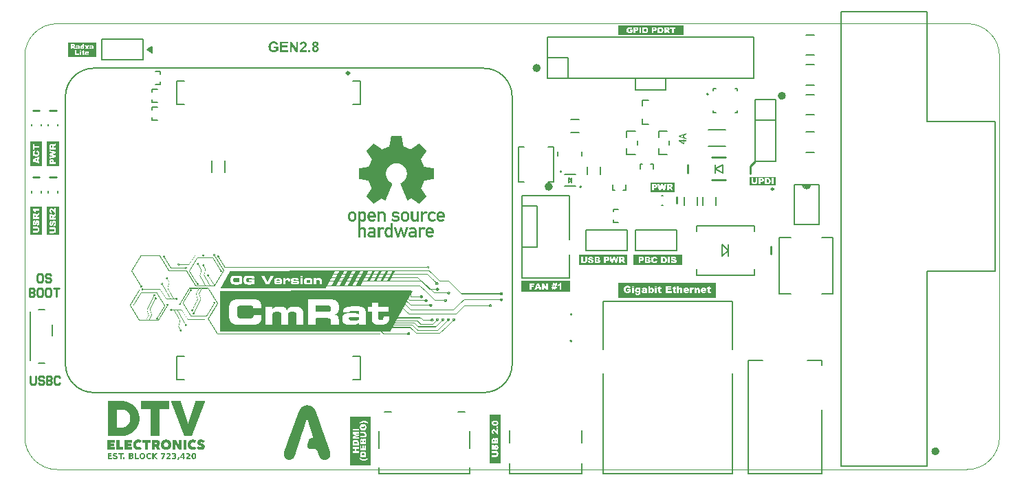
<source format=gto>
G04*
G04 #@! TF.GenerationSoftware,Altium Limited,Altium Designer,22.2.1 (43)*
G04*
G04 Layer_Color=65535*
%FSAX44Y44*%
%MOMM*%
G71*
G04*
G04 #@! TF.SameCoordinates,6FBE58D4-8AA7-4130-90BE-7BA939E9B375*
G04*
G04*
G04 #@! TF.FilePolarity,Positive*
G04*
G01*
G75*
%ADD10C,0.5000*%
%ADD11C,0.2000*%
%ADD12C,0.3000*%
%ADD13C,0.2500*%
%ADD14C,0.2032*%
%ADD15C,0.1500*%
%ADD16C,0.1524*%
%ADD17R,0.5900X0.1524*%
%ADD18R,0.8964X0.2600*%
%ADD19C,0.1000*%
G36*
X00156250Y00514250D02*
X00151000Y00518000D01*
X00156250Y00521750D01*
Y00514250D01*
D02*
G37*
G36*
X00463450Y00411148D02*
X00463747D01*
Y00411049D01*
X00463847D01*
Y00410950D01*
X00463946D01*
Y00410653D01*
X00464045D01*
Y00410157D01*
X00464144D01*
Y00409661D01*
X00464243D01*
Y00409165D01*
X00464342D01*
Y00408570D01*
X00464442D01*
Y00408074D01*
X00464541D01*
Y00407479D01*
X00464640D01*
Y00406983D01*
X00464739D01*
Y00406488D01*
X00464838D01*
Y00405892D01*
X00464938D01*
Y00405397D01*
X00465037D01*
Y00404901D01*
X00465136D01*
Y00404306D01*
X00465235D01*
Y00403810D01*
X00465334D01*
Y00403215D01*
X00465433D01*
Y00402719D01*
X00465532D01*
Y00402223D01*
X00465632D01*
Y00401628D01*
X00465731D01*
Y00401133D01*
X00465830D01*
Y00400537D01*
X00465929D01*
Y00400042D01*
X00466028D01*
Y00399546D01*
X00466128D01*
Y00399050D01*
X00466227D01*
Y00398753D01*
X00466326D01*
Y00398554D01*
X00466425D01*
Y00398455D01*
X00466524D01*
Y00398356D01*
X00466722D01*
Y00398257D01*
X00466921D01*
Y00398158D01*
X00467218D01*
Y00398058D01*
X00467417D01*
Y00397959D01*
X00467714D01*
Y00397860D01*
X00467912D01*
Y00397761D01*
X00468210D01*
Y00397662D01*
X00468408D01*
Y00397562D01*
X00468706D01*
Y00397463D01*
X00468904D01*
Y00397364D01*
X00469103D01*
Y00397265D01*
X00469400D01*
Y00397166D01*
X00469598D01*
Y00397067D01*
X00469896D01*
Y00396968D01*
X00470094D01*
Y00396868D01*
X00470392D01*
Y00396769D01*
X00470590D01*
Y00396670D01*
X00470887D01*
Y00396571D01*
X00471086D01*
Y00396472D01*
X00471284D01*
Y00396372D01*
X00471582D01*
Y00396273D01*
X00471780D01*
Y00396174D01*
X00472077D01*
Y00396075D01*
X00472276D01*
Y00395976D01*
X00472573D01*
Y00395877D01*
X00472772D01*
Y00395778D01*
X00473069D01*
Y00395678D01*
X00473268D01*
Y00395579D01*
X00473466D01*
Y00395480D01*
X00473763D01*
Y00395381D01*
X00473962D01*
Y00395282D01*
X00474259D01*
Y00395182D01*
X00474458D01*
Y00395083D01*
X00474656D01*
Y00394984D01*
X00475251D01*
Y00395083D01*
X00475449D01*
Y00395182D01*
X00475548D01*
Y00395282D01*
X00475747D01*
Y00395381D01*
X00475846D01*
Y00395480D01*
X00476044D01*
Y00395579D01*
X00476143D01*
Y00395678D01*
X00476342D01*
Y00395778D01*
X00476441D01*
Y00395877D01*
X00476639D01*
Y00395976D01*
X00476738D01*
Y00396075D01*
X00476838D01*
Y00396174D01*
X00477036D01*
Y00396273D01*
X00477135D01*
Y00396372D01*
X00477333D01*
Y00396472D01*
X00477433D01*
Y00396571D01*
X00477631D01*
Y00396670D01*
X00477730D01*
Y00396769D01*
X00477928D01*
Y00396868D01*
X00478027D01*
Y00396968D01*
X00478226D01*
Y00397067D01*
X00478325D01*
Y00397166D01*
X00478424D01*
Y00397265D01*
X00478623D01*
Y00397364D01*
X00478722D01*
Y00397463D01*
X00478920D01*
Y00397562D01*
X00479019D01*
Y00397662D01*
X00479217D01*
Y00397761D01*
X00479317D01*
Y00397860D01*
X00479515D01*
Y00397959D01*
X00479614D01*
Y00398058D01*
X00479813D01*
Y00398158D01*
X00479912D01*
Y00398257D01*
X00480011D01*
Y00398356D01*
X00480209D01*
Y00398455D01*
X00480308D01*
Y00398554D01*
X00480507D01*
Y00398653D01*
X00480606D01*
Y00398753D01*
X00480804D01*
Y00398852D01*
X00480903D01*
Y00398951D01*
X00481102D01*
Y00399050D01*
X00481201D01*
Y00399149D01*
X00481399D01*
Y00399248D01*
X00481498D01*
Y00399347D01*
X00481697D01*
Y00399447D01*
X00481796D01*
Y00399546D01*
X00481895D01*
Y00399645D01*
X00482093D01*
Y00399744D01*
X00482192D01*
Y00399843D01*
X00482391D01*
Y00399943D01*
X00482490D01*
Y00400042D01*
X00482688D01*
Y00400141D01*
X00482788D01*
Y00400240D01*
X00482986D01*
Y00400339D01*
X00483085D01*
Y00400438D01*
X00483283D01*
Y00400537D01*
X00483382D01*
Y00400637D01*
X00483482D01*
Y00400736D01*
X00483680D01*
Y00400835D01*
X00483779D01*
Y00400934D01*
X00483978D01*
Y00401033D01*
X00484077D01*
Y00401133D01*
X00484275D01*
Y00401232D01*
X00484374D01*
Y00401331D01*
X00484572D01*
Y00401430D01*
X00484672D01*
Y00401529D01*
X00484870D01*
Y00401628D01*
X00484969D01*
Y00401727D01*
X00485068D01*
Y00401827D01*
X00485267D01*
Y00401926D01*
X00485961D01*
Y00401827D01*
X00486159D01*
Y00401727D01*
X00486258D01*
Y00401628D01*
X00486357D01*
Y00401529D01*
X00486457D01*
Y00401430D01*
X00486556D01*
Y00401331D01*
X00486655D01*
Y00401232D01*
X00486754D01*
Y00401133D01*
X00486853D01*
Y00401033D01*
X00486953D01*
Y00400934D01*
X00487052D01*
Y00400835D01*
X00487151D01*
Y00400736D01*
X00487250D01*
Y00400637D01*
X00487349D01*
Y00400537D01*
X00487448D01*
Y00400438D01*
X00487547D01*
Y00400339D01*
X00487647D01*
Y00400240D01*
X00487746D01*
Y00400141D01*
X00487845D01*
Y00400042D01*
X00487944D01*
Y00399943D01*
X00488043D01*
Y00399843D01*
X00488143D01*
Y00399744D01*
X00488242D01*
Y00399645D01*
X00488341D01*
Y00399546D01*
X00488440D01*
Y00399447D01*
X00488539D01*
Y00399347D01*
X00488638D01*
Y00399248D01*
X00488737D01*
Y00399149D01*
X00488837D01*
Y00399050D01*
X00488936D01*
Y00398951D01*
X00489035D01*
Y00398852D01*
X00489134D01*
Y00398753D01*
X00489233D01*
Y00398653D01*
X00489333D01*
Y00398554D01*
X00489432D01*
Y00398455D01*
X00489531D01*
Y00398356D01*
X00489630D01*
Y00398257D01*
X00489729D01*
Y00398158D01*
X00489828D01*
Y00398058D01*
X00489927D01*
Y00397959D01*
X00490027D01*
Y00397860D01*
X00490126D01*
Y00397761D01*
X00490225D01*
Y00397662D01*
X00490324D01*
Y00397562D01*
X00490423D01*
Y00397463D01*
X00490522D01*
Y00397364D01*
X00490622D01*
Y00397265D01*
X00490721D01*
Y00397166D01*
X00490820D01*
Y00397067D01*
X00490919D01*
Y00396968D01*
X00491018D01*
Y00396868D01*
X00491118D01*
Y00396769D01*
X00491217D01*
Y00396670D01*
X00491316D01*
Y00396571D01*
X00491415D01*
Y00396472D01*
X00491514D01*
Y00396372D01*
X00491613D01*
Y00396273D01*
X00491712D01*
Y00396174D01*
X00491812D01*
Y00396075D01*
X00491911D01*
Y00395976D01*
X00492010D01*
Y00395877D01*
X00492109D01*
Y00395778D01*
X00492208D01*
Y00395678D01*
X00492308D01*
Y00395579D01*
X00492407D01*
Y00395480D01*
X00492506D01*
Y00395381D01*
X00492605D01*
Y00395282D01*
X00492704D01*
Y00395182D01*
X00492803D01*
Y00395083D01*
X00492902D01*
Y00394984D01*
X00493002D01*
Y00394885D01*
X00493101D01*
Y00394786D01*
X00493200D01*
Y00394687D01*
X00493299D01*
Y00394588D01*
X00493398D01*
Y00394488D01*
X00493498D01*
Y00394389D01*
X00493597D01*
Y00394290D01*
X00493696D01*
Y00394191D01*
X00493795D01*
Y00394092D01*
X00493894D01*
Y00393993D01*
X00493993D01*
Y00393893D01*
X00494092D01*
Y00393794D01*
X00494192D01*
Y00393695D01*
X00494291D01*
Y00393596D01*
X00494390D01*
Y00393497D01*
X00494489D01*
Y00393199D01*
X00494588D01*
Y00392803D01*
X00494489D01*
Y00392604D01*
X00494390D01*
Y00392505D01*
X00494291D01*
Y00392307D01*
X00494192D01*
Y00392207D01*
X00494092D01*
Y00392009D01*
X00493993D01*
Y00391910D01*
X00493894D01*
Y00391712D01*
X00493795D01*
Y00391613D01*
X00493696D01*
Y00391414D01*
X00493597D01*
Y00391315D01*
X00493498D01*
Y00391216D01*
X00493398D01*
Y00391017D01*
X00493299D01*
Y00390918D01*
X00493200D01*
Y00390720D01*
X00493101D01*
Y00390621D01*
X00493002D01*
Y00390423D01*
X00492902D01*
Y00390323D01*
X00492803D01*
Y00390125D01*
X00492704D01*
Y00390026D01*
X00492605D01*
Y00389827D01*
X00492506D01*
Y00389728D01*
X00492407D01*
Y00389629D01*
X00492308D01*
Y00389431D01*
X00492208D01*
Y00389332D01*
X00492109D01*
Y00389133D01*
X00492010D01*
Y00389034D01*
X00491911D01*
Y00388836D01*
X00491812D01*
Y00388737D01*
X00491712D01*
Y00388538D01*
X00491613D01*
Y00388439D01*
X00491514D01*
Y00388340D01*
X00491415D01*
Y00388142D01*
X00491316D01*
Y00388042D01*
X00491217D01*
Y00387844D01*
X00491118D01*
Y00387745D01*
X00491018D01*
Y00387547D01*
X00490919D01*
Y00387448D01*
X00490820D01*
Y00387249D01*
X00490721D01*
Y00387150D01*
X00490622D01*
Y00386952D01*
X00490522D01*
Y00386852D01*
X00490423D01*
Y00386654D01*
X00490324D01*
Y00386555D01*
X00490225D01*
Y00386357D01*
X00490126D01*
Y00386258D01*
X00490027D01*
Y00386158D01*
X00489927D01*
Y00385960D01*
X00489828D01*
Y00385861D01*
X00489729D01*
Y00385662D01*
X00489630D01*
Y00385563D01*
X00489531D01*
Y00385365D01*
X00489432D01*
Y00385266D01*
X00489333D01*
Y00385067D01*
X00489233D01*
Y00384968D01*
X00489134D01*
Y00384770D01*
X00489035D01*
Y00384671D01*
X00488936D01*
Y00384572D01*
X00488837D01*
Y00384373D01*
X00488737D01*
Y00384274D01*
X00488638D01*
Y00384076D01*
X00488539D01*
Y00383977D01*
X00488440D01*
Y00383778D01*
X00488341D01*
Y00383679D01*
X00488242D01*
Y00383481D01*
X00488143D01*
Y00383382D01*
X00488043D01*
Y00383183D01*
X00487944D01*
Y00383084D01*
X00487845D01*
Y00382886D01*
X00487746D01*
Y00382192D01*
X00487845D01*
Y00381993D01*
X00487944D01*
Y00381696D01*
X00488043D01*
Y00381497D01*
X00488143D01*
Y00381299D01*
X00488242D01*
Y00381002D01*
X00488341D01*
Y00380803D01*
X00488440D01*
Y00380605D01*
X00488539D01*
Y00380308D01*
X00488638D01*
Y00380109D01*
X00488737D01*
Y00379911D01*
X00488837D01*
Y00379613D01*
X00488936D01*
Y00379415D01*
X00489035D01*
Y00379217D01*
X00489134D01*
Y00378919D01*
X00489233D01*
Y00378721D01*
X00489333D01*
Y00378522D01*
X00489432D01*
Y00378225D01*
X00489531D01*
Y00378027D01*
X00489630D01*
Y00377828D01*
X00489729D01*
Y00377531D01*
X00489828D01*
Y00377332D01*
X00489927D01*
Y00377134D01*
X00490027D01*
Y00376837D01*
X00490126D01*
Y00376638D01*
X00490225D01*
Y00376440D01*
X00490324D01*
Y00376143D01*
X00490423D01*
Y00375944D01*
X00490522D01*
Y00375746D01*
X00490622D01*
Y00375448D01*
X00490721D01*
Y00375250D01*
X00490820D01*
Y00375052D01*
X00490919D01*
Y00374754D01*
X00491018D01*
Y00374556D01*
X00491118D01*
Y00374357D01*
X00491217D01*
Y00374060D01*
X00491316D01*
Y00373862D01*
X00491415D01*
Y00373763D01*
X00491514D01*
Y00373663D01*
X00491712D01*
Y00373564D01*
X00491911D01*
Y00373465D01*
X00492407D01*
Y00373366D01*
X00493002D01*
Y00373267D01*
X00493498D01*
Y00373167D01*
X00494092D01*
Y00373068D01*
X00494588D01*
Y00372969D01*
X00495183D01*
Y00372870D01*
X00495679D01*
Y00372771D01*
X00496175D01*
Y00372672D01*
X00496671D01*
Y00372573D01*
X00497266D01*
Y00372473D01*
X00497762D01*
Y00372374D01*
X00498357D01*
Y00372275D01*
X00498853D01*
Y00372176D01*
X00499448D01*
Y00372077D01*
X00499943D01*
Y00371978D01*
X00500439D01*
Y00371878D01*
X00500935D01*
Y00371779D01*
X00501530D01*
Y00371680D01*
X00502026D01*
Y00371581D01*
X00502621D01*
Y00371482D01*
X00503117D01*
Y00371382D01*
X00503414D01*
Y00371283D01*
X00503613D01*
Y00371184D01*
X00503712D01*
Y00370986D01*
X00503811D01*
Y00358788D01*
X00503712D01*
Y00358590D01*
X00503513D01*
Y00358491D01*
X00503414D01*
Y00358392D01*
X00502918D01*
Y00358293D01*
X00502422D01*
Y00358193D01*
X00501927D01*
Y00358094D01*
X00501431D01*
Y00357995D01*
X00500836D01*
Y00357896D01*
X00500340D01*
Y00357797D01*
X00499745D01*
Y00357697D01*
X00499249D01*
Y00357598D01*
X00498654D01*
Y00357499D01*
X00498158D01*
Y00357400D01*
X00497663D01*
Y00357301D01*
X00497167D01*
Y00357202D01*
X00496572D01*
Y00357103D01*
X00496076D01*
Y00357003D01*
X00495481D01*
Y00356904D01*
X00494985D01*
Y00356805D01*
X00494489D01*
Y00356706D01*
X00493894D01*
Y00356607D01*
X00493398D01*
Y00356507D01*
X00492803D01*
Y00356408D01*
X00492308D01*
Y00356309D01*
X00492010D01*
Y00356210D01*
X00491812D01*
Y00356111D01*
X00491712D01*
Y00355913D01*
X00491613D01*
Y00355813D01*
X00491514D01*
Y00355516D01*
X00491415D01*
Y00355317D01*
X00491316D01*
Y00355020D01*
X00491217D01*
Y00354822D01*
X00491118D01*
Y00354524D01*
X00491018D01*
Y00354326D01*
X00490919D01*
Y00354028D01*
X00490820D01*
Y00353830D01*
X00490721D01*
Y00353532D01*
X00490622D01*
Y00353334D01*
X00490522D01*
Y00353037D01*
X00490423D01*
Y00352838D01*
X00490324D01*
Y00352541D01*
X00490225D01*
Y00352342D01*
X00490126D01*
Y00352045D01*
X00490027D01*
Y00351847D01*
X00489927D01*
Y00351549D01*
X00489828D01*
Y00351351D01*
X00489729D01*
Y00351053D01*
X00489630D01*
Y00350855D01*
X00489531D01*
Y00350558D01*
X00489432D01*
Y00350359D01*
X00489333D01*
Y00350062D01*
X00489233D01*
Y00349863D01*
X00489134D01*
Y00349566D01*
X00489035D01*
Y00349367D01*
X00488936D01*
Y00349070D01*
X00488837D01*
Y00348872D01*
X00488737D01*
Y00348574D01*
X00488638D01*
Y00348376D01*
X00488539D01*
Y00348078D01*
X00488440D01*
Y00347880D01*
X00488341D01*
Y00347583D01*
X00488242D01*
Y00347384D01*
X00488143D01*
Y00347087D01*
X00488043D01*
Y00346492D01*
X00488143D01*
Y00346293D01*
X00488242D01*
Y00346095D01*
X00488341D01*
Y00345996D01*
X00488440D01*
Y00345897D01*
X00488539D01*
Y00345698D01*
X00488638D01*
Y00345599D01*
X00488737D01*
Y00345401D01*
X00488837D01*
Y00345302D01*
X00488936D01*
Y00345103D01*
X00489035D01*
Y00345004D01*
X00489134D01*
Y00344806D01*
X00489233D01*
Y00344707D01*
X00489333D01*
Y00344508D01*
X00489432D01*
Y00344409D01*
X00489531D01*
Y00344310D01*
X00489630D01*
Y00344112D01*
X00489729D01*
Y00344012D01*
X00489828D01*
Y00343814D01*
X00489927D01*
Y00343715D01*
X00490027D01*
Y00343517D01*
X00490126D01*
Y00343418D01*
X00490225D01*
Y00343219D01*
X00490324D01*
Y00343120D01*
X00490423D01*
Y00342922D01*
X00490522D01*
Y00342822D01*
X00490622D01*
Y00342624D01*
X00490721D01*
Y00342525D01*
X00490820D01*
Y00342426D01*
X00490919D01*
Y00342228D01*
X00491018D01*
Y00342128D01*
X00491118D01*
Y00341930D01*
X00491217D01*
Y00341831D01*
X00491316D01*
Y00341632D01*
X00491415D01*
Y00341533D01*
X00491514D01*
Y00341335D01*
X00491613D01*
Y00341236D01*
X00491712D01*
Y00341037D01*
X00491812D01*
Y00340938D01*
X00491911D01*
Y00340839D01*
X00492010D01*
Y00340641D01*
X00492109D01*
Y00340542D01*
X00492208D01*
Y00340343D01*
X00492308D01*
Y00340244D01*
X00492407D01*
Y00340046D01*
X00492506D01*
Y00339947D01*
X00492605D01*
Y00339748D01*
X00492704D01*
Y00339649D01*
X00492803D01*
Y00339451D01*
X00492902D01*
Y00339352D01*
X00493002D01*
Y00339253D01*
X00493101D01*
Y00339054D01*
X00493200D01*
Y00338955D01*
X00493299D01*
Y00338757D01*
X00493398D01*
Y00338657D01*
X00493498D01*
Y00338459D01*
X00493597D01*
Y00338360D01*
X00493696D01*
Y00338162D01*
X00493795D01*
Y00338063D01*
X00493894D01*
Y00337864D01*
X00493993D01*
Y00337765D01*
X00494092D01*
Y00337567D01*
X00494192D01*
Y00337467D01*
X00494291D01*
Y00337269D01*
X00494390D01*
Y00337170D01*
X00494489D01*
Y00336972D01*
X00494588D01*
Y00336575D01*
X00494489D01*
Y00336377D01*
X00494390D01*
Y00336278D01*
X00494291D01*
Y00336178D01*
X00494192D01*
Y00336079D01*
X00494092D01*
Y00335980D01*
X00493993D01*
Y00335881D01*
X00493894D01*
Y00335782D01*
X00493795D01*
Y00335682D01*
X00493696D01*
Y00335583D01*
X00493597D01*
Y00335484D01*
X00493498D01*
Y00335385D01*
X00493398D01*
Y00335286D01*
X00493299D01*
Y00335187D01*
X00493200D01*
Y00335088D01*
X00493101D01*
Y00334988D01*
X00493002D01*
Y00334889D01*
X00492902D01*
Y00334790D01*
X00492803D01*
Y00334691D01*
X00492704D01*
Y00334592D01*
X00492605D01*
Y00334492D01*
X00492506D01*
Y00334393D01*
X00492407D01*
Y00334294D01*
X00492308D01*
Y00334195D01*
X00492208D01*
Y00334096D01*
X00492109D01*
Y00333997D01*
X00492010D01*
Y00333898D01*
X00491911D01*
Y00333798D01*
X00491812D01*
Y00333699D01*
X00491712D01*
Y00333600D01*
X00491613D01*
Y00333501D01*
X00491514D01*
Y00333402D01*
X00491415D01*
Y00333302D01*
X00491316D01*
Y00333203D01*
X00491217D01*
Y00333104D01*
X00491118D01*
Y00333005D01*
X00491018D01*
Y00332906D01*
X00490919D01*
Y00332807D01*
X00490820D01*
Y00332707D01*
X00490721D01*
Y00332608D01*
X00490622D01*
Y00332509D01*
X00490522D01*
Y00332410D01*
X00490423D01*
Y00332311D01*
X00490324D01*
Y00332212D01*
X00490225D01*
Y00332113D01*
X00490126D01*
Y00332013D01*
X00490027D01*
Y00331914D01*
X00489927D01*
Y00331815D01*
X00489828D01*
Y00331716D01*
X00489729D01*
Y00331617D01*
X00489630D01*
Y00331517D01*
X00489531D01*
Y00331418D01*
X00489432D01*
Y00331319D01*
X00489333D01*
Y00331220D01*
X00489233D01*
Y00331121D01*
X00489134D01*
Y00331022D01*
X00489035D01*
Y00330923D01*
X00488936D01*
Y00330823D01*
X00488837D01*
Y00330724D01*
X00488737D01*
Y00330625D01*
X00488638D01*
Y00330526D01*
X00488539D01*
Y00330427D01*
X00488440D01*
Y00330327D01*
X00488341D01*
Y00330228D01*
X00488242D01*
Y00330129D01*
X00488143D01*
Y00330030D01*
X00488043D01*
Y00329931D01*
X00487944D01*
Y00329832D01*
X00487845D01*
Y00329733D01*
X00487746D01*
Y00329633D01*
X00487647D01*
Y00329534D01*
X00487547D01*
Y00329435D01*
X00487448D01*
Y00329336D01*
X00487349D01*
Y00329237D01*
X00487250D01*
Y00329137D01*
X00487151D01*
Y00329038D01*
X00487052D01*
Y00328939D01*
X00486953D01*
Y00328840D01*
X00486853D01*
Y00328741D01*
X00486754D01*
Y00328642D01*
X00486655D01*
Y00328543D01*
X00486556D01*
Y00328443D01*
X00486457D01*
Y00328344D01*
X00486357D01*
Y00328245D01*
X00486258D01*
Y00328146D01*
X00486159D01*
Y00328047D01*
X00486060D01*
Y00327948D01*
X00485961D01*
Y00327848D01*
X00485267D01*
Y00327948D01*
X00485168D01*
Y00328047D01*
X00484969D01*
Y00328146D01*
X00484870D01*
Y00328245D01*
X00484771D01*
Y00328344D01*
X00484572D01*
Y00328443D01*
X00484473D01*
Y00328543D01*
X00484275D01*
Y00328642D01*
X00484176D01*
Y00328741D01*
X00483978D01*
Y00328840D01*
X00483878D01*
Y00328939D01*
X00483680D01*
Y00329038D01*
X00483581D01*
Y00329137D01*
X00483382D01*
Y00329237D01*
X00483283D01*
Y00329336D01*
X00483085D01*
Y00329435D01*
X00482986D01*
Y00329534D01*
X00482887D01*
Y00329633D01*
X00482688D01*
Y00329733D01*
X00482589D01*
Y00329832D01*
X00482391D01*
Y00329931D01*
X00482292D01*
Y00330030D01*
X00482093D01*
Y00330129D01*
X00481994D01*
Y00330228D01*
X00481796D01*
Y00330327D01*
X00481697D01*
Y00330427D01*
X00481498D01*
Y00330526D01*
X00481399D01*
Y00330625D01*
X00481300D01*
Y00330724D01*
X00481102D01*
Y00330823D01*
X00481003D01*
Y00330923D01*
X00480804D01*
Y00331022D01*
X00480705D01*
Y00331121D01*
X00480507D01*
Y00331220D01*
X00480407D01*
Y00331319D01*
X00480209D01*
Y00331418D01*
X00480110D01*
Y00331517D01*
X00479912D01*
Y00331617D01*
X00479813D01*
Y00331716D01*
X00479713D01*
Y00331815D01*
X00479515D01*
Y00331914D01*
X00479416D01*
Y00332013D01*
X00479217D01*
Y00332113D01*
X00479118D01*
Y00332212D01*
X00478920D01*
Y00332311D01*
X00478821D01*
Y00332410D01*
X00478623D01*
Y00332509D01*
X00478523D01*
Y00332608D01*
X00478424D01*
Y00332707D01*
X00478226D01*
Y00332807D01*
X00478027D01*
Y00332906D01*
X00477928D01*
Y00333005D01*
X00477829D01*
Y00333104D01*
X00477631D01*
Y00333203D01*
X00477532D01*
Y00333302D01*
X00477333D01*
Y00333402D01*
X00477234D01*
Y00333501D01*
X00477036D01*
Y00333600D01*
X00476937D01*
Y00333699D01*
X00476738D01*
Y00333798D01*
X00476639D01*
Y00333898D01*
X00476441D01*
Y00333997D01*
X00476342D01*
Y00334096D01*
X00476143D01*
Y00334195D01*
X00475449D01*
Y00334096D01*
X00475251D01*
Y00333997D01*
X00475052D01*
Y00333898D01*
X00474854D01*
Y00333798D01*
X00474656D01*
Y00333699D01*
X00474557D01*
Y00333600D01*
X00474358D01*
Y00333501D01*
X00474160D01*
Y00333402D01*
X00473962D01*
Y00333302D01*
X00473763D01*
Y00333203D01*
X00473565D01*
Y00333104D01*
X00473367D01*
Y00333005D01*
X00473268D01*
Y00332906D01*
X00473069D01*
Y00332807D01*
X00472871D01*
Y00332707D01*
X00472673D01*
Y00332608D01*
X00472474D01*
Y00332509D01*
X00472276D01*
Y00332410D01*
X00472077D01*
Y00332311D01*
X00471879D01*
Y00332212D01*
X00471681D01*
Y00332113D01*
X00471582D01*
Y00332013D01*
X00470887D01*
Y00332113D01*
X00470788D01*
Y00332311D01*
X00470689D01*
Y00332509D01*
X00470590D01*
Y00332807D01*
X00470491D01*
Y00333005D01*
X00470392D01*
Y00333203D01*
X00470293D01*
Y00333501D01*
X00470193D01*
Y00333699D01*
X00470094D01*
Y00333997D01*
X00469995D01*
Y00334195D01*
X00469896D01*
Y00334393D01*
X00469797D01*
Y00334691D01*
X00469697D01*
Y00334889D01*
X00469598D01*
Y00335187D01*
X00469499D01*
Y00335385D01*
X00469400D01*
Y00335682D01*
X00469301D01*
Y00335881D01*
X00469202D01*
Y00336079D01*
X00469103D01*
Y00336377D01*
X00469003D01*
Y00336575D01*
X00468904D01*
Y00336872D01*
X00468805D01*
Y00337071D01*
X00468706D01*
Y00337269D01*
X00468607D01*
Y00337567D01*
X00468507D01*
Y00337765D01*
X00468408D01*
Y00338063D01*
X00468309D01*
Y00338261D01*
X00468210D01*
Y00338558D01*
X00468111D01*
Y00338757D01*
X00468012D01*
Y00338955D01*
X00467912D01*
Y00339253D01*
X00467813D01*
Y00339451D01*
X00467714D01*
Y00339748D01*
X00467615D01*
Y00339947D01*
X00467516D01*
Y00340145D01*
X00467417D01*
Y00340443D01*
X00467318D01*
Y00340641D01*
X00467218D01*
Y00340938D01*
X00467119D01*
Y00341137D01*
X00467020D01*
Y00341434D01*
X00466921D01*
Y00341632D01*
X00466822D01*
Y00341831D01*
X00466722D01*
Y00342128D01*
X00466623D01*
Y00342327D01*
X00466524D01*
Y00342624D01*
X00466425D01*
Y00342822D01*
X00466326D01*
Y00343021D01*
X00466227D01*
Y00343318D01*
X00466128D01*
Y00343517D01*
X00466028D01*
Y00343814D01*
X00465929D01*
Y00344012D01*
X00465830D01*
Y00344310D01*
X00465731D01*
Y00344508D01*
X00465632D01*
Y00344806D01*
X00465532D01*
Y00345004D01*
X00465433D01*
Y00345202D01*
X00465334D01*
Y00345500D01*
X00465235D01*
Y00345698D01*
X00465136D01*
Y00345897D01*
X00465037D01*
Y00346194D01*
X00464938D01*
Y00346393D01*
X00464838D01*
Y00346690D01*
X00464739D01*
Y00346888D01*
X00464640D01*
Y00347186D01*
X00464541D01*
Y00347384D01*
X00464442D01*
Y00347682D01*
X00464342D01*
Y00347880D01*
X00464243D01*
Y00348078D01*
X00464144D01*
Y00348376D01*
X00464045D01*
Y00348574D01*
X00463946D01*
Y00348773D01*
X00463847D01*
Y00349070D01*
X00463747D01*
Y00349268D01*
X00463648D01*
Y00349566D01*
X00463549D01*
Y00349764D01*
X00463450D01*
Y00350062D01*
X00463351D01*
Y00350260D01*
X00463252D01*
Y00350558D01*
X00463153D01*
Y00350756D01*
X00463053D01*
Y00350954D01*
X00462954D01*
Y00351252D01*
X00462855D01*
Y00351450D01*
X00462756D01*
Y00351648D01*
X00462657D01*
Y00351946D01*
X00462557D01*
Y00352739D01*
X00462657D01*
Y00352838D01*
X00462756D01*
Y00352938D01*
X00462954D01*
Y00353037D01*
X00463053D01*
Y00353136D01*
X00463252D01*
Y00353235D01*
X00463450D01*
Y00353334D01*
X00463549D01*
Y00353433D01*
X00463747D01*
Y00353532D01*
X00463847D01*
Y00353632D01*
X00464045D01*
Y00353731D01*
X00464144D01*
Y00353830D01*
X00464243D01*
Y00353929D01*
X00464442D01*
Y00354028D01*
X00464541D01*
Y00354128D01*
X00464739D01*
Y00354227D01*
X00464838D01*
Y00354326D01*
X00465037D01*
Y00354425D01*
X00465136D01*
Y00354524D01*
X00465235D01*
Y00354623D01*
X00465334D01*
Y00354723D01*
X00465532D01*
Y00354822D01*
X00465632D01*
Y00354921D01*
X00465731D01*
Y00355020D01*
X00465830D01*
Y00355119D01*
X00465929D01*
Y00355218D01*
X00466128D01*
Y00355317D01*
X00466227D01*
Y00355417D01*
X00466326D01*
Y00355516D01*
X00466425D01*
Y00355615D01*
X00466524D01*
Y00355714D01*
X00466623D01*
Y00355813D01*
X00466722D01*
Y00355913D01*
X00466822D01*
Y00356012D01*
X00466921D01*
Y00356111D01*
X00467020D01*
Y00356210D01*
X00467119D01*
Y00356309D01*
X00467218D01*
Y00356507D01*
X00467318D01*
Y00356607D01*
X00467417D01*
Y00356706D01*
X00467516D01*
Y00356805D01*
X00467615D01*
Y00357003D01*
X00467714D01*
Y00357103D01*
X00467813D01*
Y00357202D01*
X00467912D01*
Y00357301D01*
X00468012D01*
Y00357499D01*
X00468111D01*
Y00357697D01*
X00468210D01*
Y00357797D01*
X00468309D01*
Y00357896D01*
X00468408D01*
Y00358094D01*
X00468507D01*
Y00358293D01*
X00468607D01*
Y00358392D01*
X00468706D01*
Y00358590D01*
X00468805D01*
Y00358788D01*
X00468904D01*
Y00358987D01*
X00469003D01*
Y00359185D01*
X00469103D01*
Y00359383D01*
X00469202D01*
Y00359582D01*
X00469301D01*
Y00359879D01*
X00469400D01*
Y00360078D01*
X00469499D01*
Y00360375D01*
X00469598D01*
Y00360573D01*
X00469697D01*
Y00360871D01*
X00469797D01*
Y00361268D01*
X00469896D01*
Y00361565D01*
X00469995D01*
Y00361962D01*
X00470094D01*
Y00362358D01*
X00470193D01*
Y00363052D01*
X00470293D01*
Y00363945D01*
X00470392D01*
Y00365730D01*
X00470293D01*
Y00366722D01*
X00470193D01*
Y00367217D01*
X00470094D01*
Y00367713D01*
X00469995D01*
Y00368110D01*
X00469896D01*
Y00368507D01*
X00469797D01*
Y00368804D01*
X00469697D01*
Y00369102D01*
X00469598D01*
Y00369399D01*
X00469499D01*
Y00369598D01*
X00469400D01*
Y00369895D01*
X00469301D01*
Y00370093D01*
X00469202D01*
Y00370292D01*
X00469103D01*
Y00370490D01*
X00469003D01*
Y00370688D01*
X00468904D01*
Y00370887D01*
X00468805D01*
Y00371085D01*
X00468706D01*
Y00371283D01*
X00468607D01*
Y00371382D01*
X00468507D01*
Y00371581D01*
X00468408D01*
Y00371680D01*
X00468309D01*
Y00371878D01*
X00468210D01*
Y00372077D01*
X00468111D01*
Y00372176D01*
X00468012D01*
Y00372374D01*
X00467912D01*
Y00372473D01*
X00467813D01*
Y00372573D01*
X00467714D01*
Y00372771D01*
X00467615D01*
Y00372870D01*
X00467516D01*
Y00372969D01*
X00467417D01*
Y00373068D01*
X00467318D01*
Y00373167D01*
X00467218D01*
Y00373267D01*
X00467119D01*
Y00373465D01*
X00467020D01*
Y00373564D01*
X00466921D01*
Y00373663D01*
X00466822D01*
Y00373763D01*
X00466722D01*
Y00373862D01*
X00466623D01*
Y00373961D01*
X00466524D01*
Y00374060D01*
X00466425D01*
Y00374159D01*
X00466326D01*
Y00374258D01*
X00466227D01*
Y00374357D01*
X00466128D01*
Y00374457D01*
X00465929D01*
Y00374556D01*
X00465830D01*
Y00374655D01*
X00465731D01*
Y00374754D01*
X00465632D01*
Y00374853D01*
X00465532D01*
Y00374953D01*
X00465334D01*
Y00375052D01*
X00465235D01*
Y00375151D01*
X00465136D01*
Y00375250D01*
X00464938D01*
Y00375349D01*
X00464838D01*
Y00375448D01*
X00464739D01*
Y00375547D01*
X00464541D01*
Y00375647D01*
X00464342D01*
Y00375746D01*
X00464243D01*
Y00375845D01*
X00464045D01*
Y00375944D01*
X00463946D01*
Y00376043D01*
X00463747D01*
Y00376143D01*
X00463549D01*
Y00376242D01*
X00463351D01*
Y00376341D01*
X00463153D01*
Y00376440D01*
X00462954D01*
Y00376539D01*
X00462756D01*
Y00376638D01*
X00462557D01*
Y00376738D01*
X00462260D01*
Y00376837D01*
X00462062D01*
Y00376936D01*
X00461764D01*
Y00377035D01*
X00461467D01*
Y00377134D01*
X00461169D01*
Y00377233D01*
X00460773D01*
Y00377332D01*
X00460376D01*
Y00377432D01*
X00459880D01*
Y00377531D01*
X00459384D01*
Y00377630D01*
X00458392D01*
Y00377729D01*
X00456608D01*
Y00377630D01*
X00455715D01*
Y00377531D01*
X00455120D01*
Y00377432D01*
X00454624D01*
Y00377332D01*
X00454227D01*
Y00377233D01*
X00453831D01*
Y00377134D01*
X00453533D01*
Y00377035D01*
X00453236D01*
Y00376936D01*
X00452938D01*
Y00376837D01*
X00452740D01*
Y00376738D01*
X00452443D01*
Y00376638D01*
X00452244D01*
Y00376539D01*
X00452046D01*
Y00376440D01*
X00451847D01*
Y00376341D01*
X00451649D01*
Y00376242D01*
X00451451D01*
Y00376143D01*
X00451253D01*
Y00376043D01*
X00451054D01*
Y00375944D01*
X00450955D01*
Y00375845D01*
X00450757D01*
Y00375746D01*
X00450658D01*
Y00375647D01*
X00450459D01*
Y00375547D01*
X00450261D01*
Y00375448D01*
X00450162D01*
Y00375349D01*
X00450062D01*
Y00375250D01*
X00449864D01*
Y00375151D01*
X00449765D01*
Y00375052D01*
X00449666D01*
Y00374953D01*
X00449468D01*
Y00374853D01*
X00449368D01*
Y00374754D01*
X00449269D01*
Y00374655D01*
X00449170D01*
Y00374556D01*
X00448972D01*
Y00374457D01*
X00448872D01*
Y00374357D01*
X00448773D01*
Y00374258D01*
X00448674D01*
Y00374159D01*
X00448575D01*
Y00374060D01*
X00448476D01*
Y00373961D01*
X00448377D01*
Y00373862D01*
X00448278D01*
Y00373763D01*
X00448178D01*
Y00373663D01*
X00448079D01*
Y00373564D01*
X00447980D01*
Y00373465D01*
X00447881D01*
Y00373267D01*
X00447782D01*
Y00373167D01*
X00447682D01*
Y00373068D01*
X00447583D01*
Y00372969D01*
X00447484D01*
Y00372870D01*
X00447385D01*
Y00372672D01*
X00447286D01*
Y00372573D01*
X00447187D01*
Y00372473D01*
X00447088D01*
Y00372275D01*
X00446988D01*
Y00372176D01*
X00446889D01*
Y00372077D01*
X00446790D01*
Y00371878D01*
X00446691D01*
Y00371680D01*
X00446592D01*
Y00371581D01*
X00446493D01*
Y00371382D01*
X00446393D01*
Y00371283D01*
X00446294D01*
Y00371085D01*
X00446195D01*
Y00370887D01*
X00446096D01*
Y00370688D01*
X00445997D01*
Y00370490D01*
X00445897D01*
Y00370292D01*
X00445798D01*
Y00370093D01*
X00445699D01*
Y00369895D01*
X00445600D01*
Y00369598D01*
X00445501D01*
Y00369399D01*
X00445402D01*
Y00369102D01*
X00445303D01*
Y00368804D01*
X00445203D01*
Y00368507D01*
X00445104D01*
Y00368110D01*
X00445005D01*
Y00367713D01*
X00444906D01*
Y00367317D01*
X00444807D01*
Y00366623D01*
X00444707D01*
Y00365730D01*
X00444608D01*
Y00363945D01*
X00444707D01*
Y00362953D01*
X00444807D01*
Y00362458D01*
X00444906D01*
Y00361962D01*
X00445005D01*
Y00361565D01*
X00445104D01*
Y00361168D01*
X00445203D01*
Y00360871D01*
X00445303D01*
Y00360573D01*
X00445402D01*
Y00360375D01*
X00445501D01*
Y00360078D01*
X00445600D01*
Y00359879D01*
X00445699D01*
Y00359582D01*
X00445798D01*
Y00359383D01*
X00445897D01*
Y00359185D01*
X00445997D01*
Y00358987D01*
X00446096D01*
Y00358788D01*
X00446195D01*
Y00358590D01*
X00446294D01*
Y00358392D01*
X00446393D01*
Y00358293D01*
X00446493D01*
Y00358094D01*
X00446592D01*
Y00357896D01*
X00446691D01*
Y00357797D01*
X00446790D01*
Y00357598D01*
X00446889D01*
Y00357499D01*
X00446988D01*
Y00357400D01*
X00447088D01*
Y00357202D01*
X00447187D01*
Y00357103D01*
X00447286D01*
Y00357003D01*
X00447385D01*
Y00356805D01*
X00447484D01*
Y00356706D01*
X00447583D01*
Y00356607D01*
X00447682D01*
Y00356507D01*
X00447782D01*
Y00356408D01*
X00447881D01*
Y00356210D01*
X00447980D01*
Y00356111D01*
X00448079D01*
Y00356012D01*
X00448178D01*
Y00355913D01*
X00448278D01*
Y00355813D01*
X00448377D01*
Y00355714D01*
X00448476D01*
Y00355615D01*
X00448575D01*
Y00355516D01*
X00448674D01*
Y00355417D01*
X00448773D01*
Y00355317D01*
X00448872D01*
Y00355218D01*
X00448972D01*
Y00355119D01*
X00449170D01*
Y00355020D01*
X00449269D01*
Y00354921D01*
X00449368D01*
Y00354822D01*
X00449468D01*
Y00354723D01*
X00449666D01*
Y00354623D01*
X00449765D01*
Y00354524D01*
X00449864D01*
Y00354425D01*
X00449963D01*
Y00354326D01*
X00450162D01*
Y00354227D01*
X00450360D01*
Y00354128D01*
X00450459D01*
Y00354028D01*
X00450558D01*
Y00353929D01*
X00450757D01*
Y00353830D01*
X00450856D01*
Y00353731D01*
X00450955D01*
Y00353632D01*
X00451054D01*
Y00353532D01*
X00451253D01*
Y00353433D01*
X00451451D01*
Y00353334D01*
X00451550D01*
Y00353235D01*
X00451748D01*
Y00353136D01*
X00451847D01*
Y00353037D01*
X00452046D01*
Y00352938D01*
X00452244D01*
Y00352838D01*
X00452343D01*
Y00352739D01*
X00452443D01*
Y00351946D01*
X00452343D01*
Y00351748D01*
X00452244D01*
Y00351450D01*
X00452145D01*
Y00351252D01*
X00452046D01*
Y00350954D01*
X00451947D01*
Y00350756D01*
X00451847D01*
Y00350458D01*
X00451748D01*
Y00350260D01*
X00451649D01*
Y00349963D01*
X00451550D01*
Y00349764D01*
X00451451D01*
Y00349566D01*
X00451352D01*
Y00349268D01*
X00451253D01*
Y00349070D01*
X00451153D01*
Y00348872D01*
X00451054D01*
Y00348574D01*
X00450955D01*
Y00348376D01*
X00450856D01*
Y00348078D01*
X00450757D01*
Y00347880D01*
X00450658D01*
Y00347583D01*
X00450558D01*
Y00347384D01*
X00450459D01*
Y00347186D01*
X00450360D01*
Y00346888D01*
X00450261D01*
Y00346690D01*
X00450162D01*
Y00346393D01*
X00450062D01*
Y00346194D01*
X00449963D01*
Y00345996D01*
X00449864D01*
Y00345698D01*
X00449765D01*
Y00345500D01*
X00449666D01*
Y00345202D01*
X00449567D01*
Y00345004D01*
X00449468D01*
Y00344707D01*
X00449368D01*
Y00344508D01*
X00449269D01*
Y00344211D01*
X00449170D01*
Y00344012D01*
X00449071D01*
Y00343814D01*
X00448972D01*
Y00343517D01*
X00448872D01*
Y00343318D01*
X00448773D01*
Y00343120D01*
X00448674D01*
Y00342822D01*
X00448575D01*
Y00342624D01*
X00448476D01*
Y00342327D01*
X00448377D01*
Y00342128D01*
X00448278D01*
Y00341831D01*
X00448178D01*
Y00341632D01*
X00448079D01*
Y00341335D01*
X00447980D01*
Y00341137D01*
X00447881D01*
Y00340938D01*
X00447782D01*
Y00340641D01*
X00447682D01*
Y00340443D01*
X00447583D01*
Y00340244D01*
X00447484D01*
Y00339947D01*
X00447385D01*
Y00339748D01*
X00447286D01*
Y00339451D01*
X00447187D01*
Y00339253D01*
X00447088D01*
Y00338955D01*
X00446988D01*
Y00338757D01*
X00446889D01*
Y00338459D01*
X00446790D01*
Y00338261D01*
X00446691D01*
Y00338063D01*
X00446592D01*
Y00337765D01*
X00446493D01*
Y00337567D01*
X00446393D01*
Y00337368D01*
X00446294D01*
Y00337071D01*
X00446195D01*
Y00336872D01*
X00446096D01*
Y00336575D01*
X00445997D01*
Y00336377D01*
X00445897D01*
Y00336079D01*
X00445798D01*
Y00335881D01*
X00445699D01*
Y00335583D01*
X00445600D01*
Y00335385D01*
X00445501D01*
Y00335187D01*
X00445402D01*
Y00334889D01*
X00445303D01*
Y00334691D01*
X00445203D01*
Y00334492D01*
X00445104D01*
Y00334195D01*
X00445005D01*
Y00333997D01*
X00444906D01*
Y00333699D01*
X00444807D01*
Y00333501D01*
X00444707D01*
Y00333203D01*
X00444608D01*
Y00333005D01*
X00444509D01*
Y00332707D01*
X00444410D01*
Y00332509D01*
X00444311D01*
Y00332311D01*
X00444212D01*
Y00332113D01*
X00444113D01*
Y00332013D01*
X00443418D01*
Y00332113D01*
X00443319D01*
Y00332212D01*
X00443121D01*
Y00332311D01*
X00442923D01*
Y00332410D01*
X00442724D01*
Y00332509D01*
X00442526D01*
Y00332608D01*
X00442327D01*
Y00332707D01*
X00442129D01*
Y00332807D01*
X00441931D01*
Y00332906D01*
X00441732D01*
Y00333005D01*
X00441633D01*
Y00333104D01*
X00441435D01*
Y00333203D01*
X00441237D01*
Y00333302D01*
X00441038D01*
Y00333402D01*
X00440840D01*
Y00333501D01*
X00440642D01*
Y00333600D01*
X00440542D01*
Y00333699D01*
X00440344D01*
Y00333798D01*
X00440146D01*
Y00333898D01*
X00439948D01*
Y00333997D01*
X00439749D01*
Y00334096D01*
X00439551D01*
Y00334195D01*
X00438857D01*
Y00334096D01*
X00438658D01*
Y00333997D01*
X00438460D01*
Y00333898D01*
X00438361D01*
Y00333798D01*
X00438262D01*
Y00333699D01*
X00438063D01*
Y00333600D01*
X00437964D01*
Y00333501D01*
X00437766D01*
Y00333402D01*
X00437667D01*
Y00333302D01*
X00437468D01*
Y00333203D01*
X00437369D01*
Y00333104D01*
X00437171D01*
Y00333005D01*
X00437072D01*
Y00332906D01*
X00436873D01*
Y00332807D01*
X00436774D01*
Y00332707D01*
X00436675D01*
Y00332608D01*
X00436477D01*
Y00332509D01*
X00436377D01*
Y00332410D01*
X00436179D01*
Y00332311D01*
X00436080D01*
Y00332212D01*
X00435882D01*
Y00332113D01*
X00435783D01*
Y00332013D01*
X00435584D01*
Y00331914D01*
X00435485D01*
Y00331815D01*
X00435386D01*
Y00331716D01*
X00435187D01*
Y00331617D01*
X00435088D01*
Y00331517D01*
X00434890D01*
Y00331418D01*
X00434791D01*
Y00331319D01*
X00434593D01*
Y00331220D01*
X00434493D01*
Y00331121D01*
X00434295D01*
Y00331022D01*
X00434196D01*
Y00330923D01*
X00433997D01*
Y00330823D01*
X00433898D01*
Y00330724D01*
X00433700D01*
Y00330625D01*
X00433601D01*
Y00330526D01*
X00433402D01*
Y00330427D01*
X00433303D01*
Y00330327D01*
X00433204D01*
Y00330228D01*
X00433006D01*
Y00330129D01*
X00432907D01*
Y00330030D01*
X00432708D01*
Y00329931D01*
X00432609D01*
Y00329832D01*
X00432411D01*
Y00329733D01*
X00432312D01*
Y00329633D01*
X00432113D01*
Y00329534D01*
X00432014D01*
Y00329435D01*
X00431816D01*
Y00329336D01*
X00431717D01*
Y00329237D01*
X00431618D01*
Y00329137D01*
X00431419D01*
Y00329038D01*
X00431320D01*
Y00328939D01*
X00431122D01*
Y00328840D01*
X00431022D01*
Y00328741D01*
X00430824D01*
Y00328642D01*
X00430725D01*
Y00328543D01*
X00430527D01*
Y00328443D01*
X00430428D01*
Y00328344D01*
X00430328D01*
Y00328245D01*
X00430130D01*
Y00328146D01*
X00430031D01*
Y00328047D01*
X00429832D01*
Y00327948D01*
X00429733D01*
Y00327848D01*
X00429039D01*
Y00327948D01*
X00428940D01*
Y00328047D01*
X00428841D01*
Y00328146D01*
X00428742D01*
Y00328245D01*
X00428643D01*
Y00328344D01*
X00428543D01*
Y00328443D01*
X00428444D01*
Y00328543D01*
X00428345D01*
Y00328642D01*
X00428246D01*
Y00328741D01*
X00428147D01*
Y00328840D01*
X00428047D01*
Y00328939D01*
X00427948D01*
Y00329038D01*
X00427849D01*
Y00329137D01*
X00427750D01*
Y00329237D01*
X00427651D01*
Y00329336D01*
X00427552D01*
Y00329435D01*
X00427453D01*
Y00329534D01*
X00427353D01*
Y00329633D01*
X00427254D01*
Y00329733D01*
X00427155D01*
Y00329832D01*
X00427056D01*
Y00329931D01*
X00426957D01*
Y00330030D01*
X00426857D01*
Y00330129D01*
X00426758D01*
Y00330228D01*
X00426659D01*
Y00330327D01*
X00426560D01*
Y00330427D01*
X00426461D01*
Y00330526D01*
X00426362D01*
Y00330625D01*
X00426263D01*
Y00330724D01*
X00426163D01*
Y00330823D01*
X00426064D01*
Y00330923D01*
X00425965D01*
Y00331022D01*
X00425866D01*
Y00331121D01*
X00425767D01*
Y00331220D01*
X00425667D01*
Y00331319D01*
X00425568D01*
Y00331418D01*
X00425469D01*
Y00331517D01*
X00425370D01*
Y00331617D01*
X00425271D01*
Y00331716D01*
X00425172D01*
Y00331815D01*
X00425073D01*
Y00331914D01*
X00424973D01*
Y00332013D01*
X00424874D01*
Y00332113D01*
X00424775D01*
Y00332212D01*
X00424676D01*
Y00332311D01*
X00424577D01*
Y00332410D01*
X00424478D01*
Y00332509D01*
X00424378D01*
Y00332608D01*
X00424279D01*
Y00332707D01*
X00424180D01*
Y00332807D01*
X00424081D01*
Y00332906D01*
X00423982D01*
Y00333005D01*
X00423882D01*
Y00333104D01*
X00423783D01*
Y00333203D01*
X00423684D01*
Y00333302D01*
X00423585D01*
Y00333402D01*
X00423486D01*
Y00333501D01*
X00423387D01*
Y00333600D01*
X00423288D01*
Y00333699D01*
X00423188D01*
Y00333798D01*
X00423089D01*
Y00333898D01*
X00422990D01*
Y00333997D01*
X00422891D01*
Y00334096D01*
X00422792D01*
Y00334195D01*
X00422692D01*
Y00334294D01*
X00422593D01*
Y00334393D01*
X00422494D01*
Y00334492D01*
X00422395D01*
Y00334592D01*
X00422296D01*
Y00334691D01*
X00422197D01*
Y00334790D01*
X00422098D01*
Y00334889D01*
X00421998D01*
Y00334988D01*
X00421899D01*
Y00335088D01*
X00421800D01*
Y00335187D01*
X00421701D01*
Y00335286D01*
X00421602D01*
Y00335385D01*
X00421502D01*
Y00335484D01*
X00421403D01*
Y00335583D01*
X00421304D01*
Y00335682D01*
X00421205D01*
Y00335782D01*
X00421106D01*
Y00335881D01*
X00421007D01*
Y00335980D01*
X00420908D01*
Y00336079D01*
X00420808D01*
Y00336178D01*
X00420709D01*
Y00336278D01*
X00420610D01*
Y00336377D01*
X00420511D01*
Y00336575D01*
X00420412D01*
Y00336972D01*
X00420511D01*
Y00337170D01*
X00420610D01*
Y00337269D01*
X00420709D01*
Y00337467D01*
X00420808D01*
Y00337567D01*
X00420908D01*
Y00337765D01*
X00421007D01*
Y00337864D01*
X00421106D01*
Y00338063D01*
X00421205D01*
Y00338162D01*
X00421304D01*
Y00338360D01*
X00421403D01*
Y00338459D01*
X00421502D01*
Y00338657D01*
X00421602D01*
Y00338757D01*
X00421701D01*
Y00338856D01*
X00421800D01*
Y00339054D01*
X00421899D01*
Y00339253D01*
X00421998D01*
Y00339352D01*
X00422098D01*
Y00339451D01*
X00422197D01*
Y00339649D01*
X00422296D01*
Y00339748D01*
X00422395D01*
Y00339947D01*
X00422494D01*
Y00340046D01*
X00422593D01*
Y00340244D01*
X00422692D01*
Y00340343D01*
X00422792D01*
Y00340542D01*
X00422891D01*
Y00340641D01*
X00422990D01*
Y00340839D01*
X00423089D01*
Y00340938D01*
X00423188D01*
Y00341037D01*
X00423288D01*
Y00341236D01*
X00423387D01*
Y00341335D01*
X00423486D01*
Y00341533D01*
X00423585D01*
Y00341632D01*
X00423684D01*
Y00341831D01*
X00423783D01*
Y00341930D01*
X00423882D01*
Y00342128D01*
X00423982D01*
Y00342228D01*
X00424081D01*
Y00342327D01*
X00424180D01*
Y00342525D01*
X00424279D01*
Y00342624D01*
X00424378D01*
Y00342822D01*
X00424478D01*
Y00342922D01*
X00424577D01*
Y00343120D01*
X00424676D01*
Y00343219D01*
X00424775D01*
Y00343418D01*
X00424874D01*
Y00343517D01*
X00424973D01*
Y00343715D01*
X00425073D01*
Y00343814D01*
X00425172D01*
Y00343913D01*
X00425271D01*
Y00344112D01*
X00425370D01*
Y00344310D01*
X00425469D01*
Y00344409D01*
X00425568D01*
Y00344508D01*
X00425667D01*
Y00344707D01*
X00425767D01*
Y00344806D01*
X00425866D01*
Y00345004D01*
X00425965D01*
Y00345103D01*
X00426064D01*
Y00345302D01*
X00426163D01*
Y00345401D01*
X00426263D01*
Y00345599D01*
X00426362D01*
Y00345698D01*
X00426461D01*
Y00345798D01*
X00426560D01*
Y00345996D01*
X00426659D01*
Y00346095D01*
X00426758D01*
Y00346293D01*
X00426857D01*
Y00346492D01*
X00426957D01*
Y00347087D01*
X00426857D01*
Y00347384D01*
X00426758D01*
Y00347583D01*
X00426659D01*
Y00347880D01*
X00426560D01*
Y00348078D01*
X00426461D01*
Y00348376D01*
X00426362D01*
Y00348574D01*
X00426263D01*
Y00348872D01*
X00426163D01*
Y00349070D01*
X00426064D01*
Y00349367D01*
X00425965D01*
Y00349566D01*
X00425866D01*
Y00349863D01*
X00425767D01*
Y00350062D01*
X00425667D01*
Y00350359D01*
X00425568D01*
Y00350558D01*
X00425469D01*
Y00350855D01*
X00425370D01*
Y00351053D01*
X00425271D01*
Y00351351D01*
X00425172D01*
Y00351549D01*
X00425073D01*
Y00351847D01*
X00424973D01*
Y00352045D01*
X00424874D01*
Y00352342D01*
X00424775D01*
Y00352541D01*
X00424676D01*
Y00352838D01*
X00424577D01*
Y00353037D01*
X00424478D01*
Y00353334D01*
X00424378D01*
Y00353532D01*
X00424279D01*
Y00353830D01*
X00424180D01*
Y00354028D01*
X00424081D01*
Y00354326D01*
X00423982D01*
Y00354524D01*
X00423882D01*
Y00354822D01*
X00423783D01*
Y00355020D01*
X00423684D01*
Y00355317D01*
X00423585D01*
Y00355516D01*
X00423486D01*
Y00355813D01*
X00423387D01*
Y00355913D01*
X00423288D01*
Y00356111D01*
X00423188D01*
Y00356210D01*
X00422990D01*
Y00356309D01*
X00422692D01*
Y00356408D01*
X00422197D01*
Y00356507D01*
X00421602D01*
Y00356607D01*
X00421106D01*
Y00356706D01*
X00420610D01*
Y00356805D01*
X00420015D01*
Y00356904D01*
X00419519D01*
Y00357003D01*
X00418924D01*
Y00357103D01*
X00418428D01*
Y00357202D01*
X00417933D01*
Y00357301D01*
X00417337D01*
Y00357400D01*
X00416842D01*
Y00357499D01*
X00416346D01*
Y00357598D01*
X00415751D01*
Y00357697D01*
X00415255D01*
Y00357797D01*
X00414660D01*
Y00357896D01*
X00414164D01*
Y00357995D01*
X00413668D01*
Y00358094D01*
X00413073D01*
Y00358193D01*
X00412578D01*
Y00358293D01*
X00412082D01*
Y00358392D01*
X00411586D01*
Y00358491D01*
X00411387D01*
Y00358590D01*
X00411288D01*
Y00358788D01*
X00411189D01*
Y00370986D01*
X00411288D01*
Y00371184D01*
X00411387D01*
Y00371283D01*
X00411586D01*
Y00371382D01*
X00411883D01*
Y00371482D01*
X00412379D01*
Y00371581D01*
X00412974D01*
Y00371680D01*
X00413470D01*
Y00371779D01*
X00414065D01*
Y00371878D01*
X00414561D01*
Y00371978D01*
X00415057D01*
Y00372077D01*
X00415652D01*
Y00372176D01*
X00416147D01*
Y00372275D01*
X00416643D01*
Y00372374D01*
X00417238D01*
Y00372473D01*
X00417734D01*
Y00372573D01*
X00418329D01*
Y00372672D01*
X00418825D01*
Y00372771D01*
X00419321D01*
Y00372870D01*
X00419916D01*
Y00372969D01*
X00420412D01*
Y00373068D01*
X00421007D01*
Y00373167D01*
X00421502D01*
Y00373267D01*
X00421998D01*
Y00373366D01*
X00422593D01*
Y00373465D01*
X00423089D01*
Y00373564D01*
X00423288D01*
Y00373663D01*
X00423486D01*
Y00373763D01*
X00423585D01*
Y00373862D01*
X00423684D01*
Y00374060D01*
X00423783D01*
Y00374357D01*
X00423882D01*
Y00374556D01*
X00423982D01*
Y00374754D01*
X00424081D01*
Y00375052D01*
X00424180D01*
Y00375250D01*
X00424279D01*
Y00375448D01*
X00424378D01*
Y00375746D01*
X00424478D01*
Y00375944D01*
X00424577D01*
Y00376143D01*
X00424676D01*
Y00376440D01*
X00424775D01*
Y00376638D01*
X00424874D01*
Y00376837D01*
X00424973D01*
Y00377134D01*
X00425073D01*
Y00377332D01*
X00425172D01*
Y00377531D01*
X00425271D01*
Y00377828D01*
X00425370D01*
Y00378027D01*
X00425469D01*
Y00378225D01*
X00425568D01*
Y00378423D01*
X00425667D01*
Y00378721D01*
X00425767D01*
Y00378919D01*
X00425866D01*
Y00379118D01*
X00425965D01*
Y00379415D01*
X00426064D01*
Y00379613D01*
X00426163D01*
Y00379812D01*
X00426263D01*
Y00380109D01*
X00426362D01*
Y00380308D01*
X00426461D01*
Y00380506D01*
X00426560D01*
Y00380803D01*
X00426659D01*
Y00381002D01*
X00426758D01*
Y00381200D01*
X00426857D01*
Y00381497D01*
X00426957D01*
Y00381696D01*
X00427056D01*
Y00381894D01*
X00427155D01*
Y00382192D01*
X00427254D01*
Y00382886D01*
X00427155D01*
Y00383084D01*
X00427056D01*
Y00383183D01*
X00426957D01*
Y00383382D01*
X00426857D01*
Y00383481D01*
X00426758D01*
Y00383679D01*
X00426659D01*
Y00383778D01*
X00426560D01*
Y00383977D01*
X00426461D01*
Y00384076D01*
X00426362D01*
Y00384274D01*
X00426263D01*
Y00384373D01*
X00426163D01*
Y00384572D01*
X00426064D01*
Y00384671D01*
X00425965D01*
Y00384770D01*
X00425866D01*
Y00384968D01*
X00425767D01*
Y00385167D01*
X00425667D01*
Y00385266D01*
X00425568D01*
Y00385365D01*
X00425469D01*
Y00385563D01*
X00425370D01*
Y00385662D01*
X00425271D01*
Y00385861D01*
X00425172D01*
Y00385960D01*
X00425073D01*
Y00386158D01*
X00424973D01*
Y00386258D01*
X00424874D01*
Y00386456D01*
X00424775D01*
Y00386555D01*
X00424676D01*
Y00386753D01*
X00424577D01*
Y00386852D01*
X00424478D01*
Y00386952D01*
X00424378D01*
Y00387150D01*
X00424279D01*
Y00387249D01*
X00424180D01*
Y00387448D01*
X00424081D01*
Y00387547D01*
X00423982D01*
Y00387745D01*
X00423882D01*
Y00387844D01*
X00423783D01*
Y00388042D01*
X00423684D01*
Y00388142D01*
X00423585D01*
Y00388241D01*
X00423486D01*
Y00388439D01*
X00423387D01*
Y00388638D01*
X00423288D01*
Y00388737D01*
X00423188D01*
Y00388836D01*
X00423089D01*
Y00389034D01*
X00422990D01*
Y00389133D01*
X00422891D01*
Y00389332D01*
X00422792D01*
Y00389431D01*
X00422692D01*
Y00389629D01*
X00422593D01*
Y00389728D01*
X00422494D01*
Y00389927D01*
X00422395D01*
Y00390026D01*
X00422296D01*
Y00390224D01*
X00422197D01*
Y00390323D01*
X00422098D01*
Y00390423D01*
X00421998D01*
Y00390621D01*
X00421899D01*
Y00390720D01*
X00421800D01*
Y00390918D01*
X00421701D01*
Y00391017D01*
X00421602D01*
Y00391216D01*
X00421502D01*
Y00391315D01*
X00421403D01*
Y00391513D01*
X00421304D01*
Y00391613D01*
X00421205D01*
Y00391712D01*
X00421106D01*
Y00391910D01*
X00421007D01*
Y00392009D01*
X00420908D01*
Y00392207D01*
X00420808D01*
Y00392307D01*
X00420709D01*
Y00392505D01*
X00420610D01*
Y00392604D01*
X00420511D01*
Y00392803D01*
X00420412D01*
Y00393199D01*
X00420511D01*
Y00393497D01*
X00420610D01*
Y00393596D01*
X00420709D01*
Y00393695D01*
X00420808D01*
Y00393794D01*
X00420908D01*
Y00393893D01*
X00421007D01*
Y00393993D01*
X00421106D01*
Y00394092D01*
X00421205D01*
Y00394191D01*
X00421304D01*
Y00394290D01*
X00421403D01*
Y00394389D01*
X00421502D01*
Y00394488D01*
X00421602D01*
Y00394588D01*
X00421701D01*
Y00394687D01*
X00421800D01*
Y00394786D01*
X00421899D01*
Y00394885D01*
X00421998D01*
Y00394984D01*
X00422098D01*
Y00395083D01*
X00422197D01*
Y00395182D01*
X00422296D01*
Y00395282D01*
X00422395D01*
Y00395381D01*
X00422494D01*
Y00395480D01*
X00422593D01*
Y00395579D01*
X00422692D01*
Y00395678D01*
X00422792D01*
Y00395778D01*
X00422891D01*
Y00395877D01*
X00422990D01*
Y00395976D01*
X00423089D01*
Y00396075D01*
X00423188D01*
Y00396174D01*
X00423288D01*
Y00396273D01*
X00423387D01*
Y00396372D01*
X00423486D01*
Y00396472D01*
X00423585D01*
Y00396571D01*
X00423684D01*
Y00396670D01*
X00423783D01*
Y00396769D01*
X00423882D01*
Y00396868D01*
X00423982D01*
Y00396968D01*
X00424081D01*
Y00397067D01*
X00424180D01*
Y00397166D01*
X00424279D01*
Y00397265D01*
X00424378D01*
Y00397364D01*
X00424478D01*
Y00397463D01*
X00424577D01*
Y00397562D01*
X00424676D01*
Y00397662D01*
X00424775D01*
Y00397761D01*
X00424874D01*
Y00397860D01*
X00424973D01*
Y00397959D01*
X00425073D01*
Y00398058D01*
X00425172D01*
Y00398158D01*
X00425271D01*
Y00398257D01*
X00425370D01*
Y00398356D01*
X00425469D01*
Y00398455D01*
X00425568D01*
Y00398554D01*
X00425667D01*
Y00398653D01*
X00425767D01*
Y00398753D01*
X00425866D01*
Y00398852D01*
X00425965D01*
Y00398951D01*
X00426064D01*
Y00399050D01*
X00426163D01*
Y00399149D01*
X00426263D01*
Y00399248D01*
X00426362D01*
Y00399347D01*
X00426461D01*
Y00399447D01*
X00426560D01*
Y00399546D01*
X00426659D01*
Y00399645D01*
X00426758D01*
Y00399744D01*
X00426857D01*
Y00399843D01*
X00426957D01*
Y00399943D01*
X00427056D01*
Y00400042D01*
X00427155D01*
Y00400141D01*
X00427254D01*
Y00400240D01*
X00427353D01*
Y00400339D01*
X00427453D01*
Y00400438D01*
X00427552D01*
Y00400537D01*
X00427651D01*
Y00400637D01*
X00427750D01*
Y00400736D01*
X00427849D01*
Y00400835D01*
X00427948D01*
Y00400934D01*
X00428047D01*
Y00401033D01*
X00428147D01*
Y00401133D01*
X00428246D01*
Y00401232D01*
X00428345D01*
Y00401331D01*
X00428444D01*
Y00401430D01*
X00428543D01*
Y00401529D01*
X00428643D01*
Y00401628D01*
X00428742D01*
Y00401727D01*
X00428841D01*
Y00401827D01*
X00429039D01*
Y00401926D01*
X00429733D01*
Y00401827D01*
X00429932D01*
Y00401727D01*
X00430031D01*
Y00401628D01*
X00430130D01*
Y00401529D01*
X00430328D01*
Y00401430D01*
X00430428D01*
Y00401331D01*
X00430626D01*
Y00401232D01*
X00430725D01*
Y00401133D01*
X00430923D01*
Y00401033D01*
X00431022D01*
Y00400934D01*
X00431221D01*
Y00400835D01*
X00431320D01*
Y00400736D01*
X00431419D01*
Y00400637D01*
X00431618D01*
Y00400537D01*
X00431717D01*
Y00400438D01*
X00431915D01*
Y00400339D01*
X00432014D01*
Y00400240D01*
X00432212D01*
Y00400141D01*
X00432312D01*
Y00400042D01*
X00432510D01*
Y00399943D01*
X00432609D01*
Y00399843D01*
X00432808D01*
Y00399744D01*
X00432907D01*
Y00399645D01*
X00433105D01*
Y00399546D01*
X00433204D01*
Y00399447D01*
X00433402D01*
Y00399347D01*
X00433502D01*
Y00399248D01*
X00433601D01*
Y00399149D01*
X00433799D01*
Y00399050D01*
X00433898D01*
Y00398951D01*
X00434097D01*
Y00398852D01*
X00434196D01*
Y00398753D01*
X00434394D01*
Y00398653D01*
X00434493D01*
Y00398554D01*
X00434692D01*
Y00398455D01*
X00434791D01*
Y00398356D01*
X00434989D01*
Y00398257D01*
X00435088D01*
Y00398158D01*
X00435187D01*
Y00398058D01*
X00435386D01*
Y00397959D01*
X00435485D01*
Y00397860D01*
X00435683D01*
Y00397761D01*
X00435783D01*
Y00397662D01*
X00435981D01*
Y00397562D01*
X00436080D01*
Y00397463D01*
X00436278D01*
Y00397364D01*
X00436377D01*
Y00397265D01*
X00436477D01*
Y00397166D01*
X00436675D01*
Y00397067D01*
X00436774D01*
Y00396968D01*
X00436973D01*
Y00396868D01*
X00437072D01*
Y00396769D01*
X00437270D01*
Y00396670D01*
X00437369D01*
Y00396571D01*
X00437567D01*
Y00396472D01*
X00437667D01*
Y00396372D01*
X00437865D01*
Y00396273D01*
X00437964D01*
Y00396174D01*
X00438162D01*
Y00396075D01*
X00438262D01*
Y00395976D01*
X00438460D01*
Y00395877D01*
X00438559D01*
Y00395778D01*
X00438658D01*
Y00395678D01*
X00438857D01*
Y00395579D01*
X00438956D01*
Y00395480D01*
X00439154D01*
Y00395381D01*
X00439253D01*
Y00395282D01*
X00439452D01*
Y00395182D01*
X00439551D01*
Y00395083D01*
X00439749D01*
Y00394984D01*
X00440344D01*
Y00395083D01*
X00440542D01*
Y00395182D01*
X00440840D01*
Y00395282D01*
X00441038D01*
Y00395381D01*
X00441237D01*
Y00395480D01*
X00441534D01*
Y00395579D01*
X00441732D01*
Y00395678D01*
X00442030D01*
Y00395778D01*
X00442228D01*
Y00395877D01*
X00442526D01*
Y00395976D01*
X00442724D01*
Y00396075D01*
X00443022D01*
Y00396174D01*
X00443220D01*
Y00396273D01*
X00443418D01*
Y00396372D01*
X00443716D01*
Y00396472D01*
X00443914D01*
Y00396571D01*
X00444212D01*
Y00396670D01*
X00444410D01*
Y00396769D01*
X00444707D01*
Y00396868D01*
X00444906D01*
Y00396968D01*
X00445104D01*
Y00397067D01*
X00445402D01*
Y00397166D01*
X00445600D01*
Y00397265D01*
X00445897D01*
Y00397364D01*
X00446096D01*
Y00397463D01*
X00446393D01*
Y00397562D01*
X00446592D01*
Y00397662D01*
X00446889D01*
Y00397761D01*
X00447088D01*
Y00397860D01*
X00447286D01*
Y00397959D01*
X00447583D01*
Y00398058D01*
X00447782D01*
Y00398158D01*
X00448079D01*
Y00398257D01*
X00448278D01*
Y00398356D01*
X00448476D01*
Y00398455D01*
X00448575D01*
Y00398554D01*
X00448674D01*
Y00398753D01*
X00448773D01*
Y00398951D01*
X00448872D01*
Y00399546D01*
X00448972D01*
Y00400042D01*
X00449071D01*
Y00400537D01*
X00449170D01*
Y00401133D01*
X00449269D01*
Y00401628D01*
X00449368D01*
Y00402223D01*
X00449468D01*
Y00402719D01*
X00449567D01*
Y00403215D01*
X00449666D01*
Y00403810D01*
X00449765D01*
Y00404306D01*
X00449864D01*
Y00404802D01*
X00449963D01*
Y00405397D01*
X00450062D01*
Y00405892D01*
X00450162D01*
Y00406488D01*
X00450261D01*
Y00406983D01*
X00450360D01*
Y00407479D01*
X00450459D01*
Y00408074D01*
X00450558D01*
Y00408570D01*
X00450658D01*
Y00409066D01*
X00450757D01*
Y00409661D01*
X00450856D01*
Y00410157D01*
X00450955D01*
Y00410752D01*
X00451054D01*
Y00410950D01*
X00451153D01*
Y00411049D01*
X00451253D01*
Y00411148D01*
X00451550D01*
Y00411247D01*
X00463450D01*
Y00411148D01*
D02*
G37*
G36*
X00416842Y00318328D02*
X00417337D01*
Y00318229D01*
X00417635D01*
Y00318130D01*
X00417833D01*
Y00318031D01*
X00418032D01*
Y00317932D01*
X00418230D01*
Y00317833D01*
X00418428D01*
Y00317733D01*
X00418527D01*
Y00317634D01*
X00418627D01*
Y00317535D01*
X00418825D01*
Y00317436D01*
X00418924D01*
Y00317337D01*
X00419023D01*
Y00317237D01*
X00419123D01*
Y00317138D01*
X00419222D01*
Y00317039D01*
X00419321D01*
Y00316841D01*
X00419420D01*
Y00316742D01*
X00419519D01*
Y00316642D01*
X00419618D01*
Y00316444D01*
X00419717D01*
Y00316345D01*
X00419817D01*
Y00316147D01*
X00419916D01*
Y00315849D01*
X00420015D01*
Y00315552D01*
X00420114D01*
Y00315056D01*
X00420213D01*
Y00314163D01*
X00420312D01*
Y00309899D01*
X00420213D01*
Y00309007D01*
X00420114D01*
Y00308511D01*
X00420015D01*
Y00308213D01*
X00419916D01*
Y00308015D01*
X00419817D01*
Y00307717D01*
X00419717D01*
Y00307618D01*
X00419618D01*
Y00307420D01*
X00419519D01*
Y00307321D01*
X00419420D01*
Y00307222D01*
X00419321D01*
Y00307023D01*
X00419222D01*
Y00306924D01*
X00419123D01*
Y00306825D01*
X00419023D01*
Y00306726D01*
X00418924D01*
Y00306627D01*
X00418726D01*
Y00306528D01*
X00418627D01*
Y00306428D01*
X00418527D01*
Y00306329D01*
X00418329D01*
Y00306230D01*
X00418230D01*
Y00306131D01*
X00418032D01*
Y00306032D01*
X00417833D01*
Y00305933D01*
X00417536D01*
Y00305833D01*
X00417238D01*
Y00305734D01*
X00416743D01*
Y00305635D01*
X00415453D01*
Y00305734D01*
X00414958D01*
Y00305833D01*
X00414660D01*
Y00305933D01*
X00414462D01*
Y00306032D01*
X00414263D01*
Y00306131D01*
X00414065D01*
Y00306230D01*
X00413867D01*
Y00306329D01*
X00413668D01*
Y00306428D01*
X00413569D01*
Y00306528D01*
X00413470D01*
Y00306627D01*
X00413272D01*
Y00306726D01*
X00413172D01*
Y00306825D01*
X00413073D01*
Y00306924D01*
X00412974D01*
Y00307023D01*
X00412875D01*
Y00297503D01*
X00412974D01*
Y00297603D01*
X00413073D01*
Y00297702D01*
X00413172D01*
Y00297801D01*
X00413272D01*
Y00297900D01*
X00413371D01*
Y00297999D01*
X00413569D01*
Y00298098D01*
X00413668D01*
Y00298197D01*
X00413867D01*
Y00298297D01*
X00413966D01*
Y00298396D01*
X00414263D01*
Y00298495D01*
X00414462D01*
Y00298594D01*
X00414759D01*
Y00298693D01*
X00415156D01*
Y00298792D01*
X00417040D01*
Y00298693D01*
X00417337D01*
Y00298594D01*
X00417635D01*
Y00298495D01*
X00417833D01*
Y00298396D01*
X00418131D01*
Y00298297D01*
X00418230D01*
Y00298197D01*
X00418428D01*
Y00298098D01*
X00418527D01*
Y00297999D01*
X00418726D01*
Y00297900D01*
X00418825D01*
Y00297801D01*
X00418924D01*
Y00297702D01*
X00419023D01*
Y00297603D01*
X00419123D01*
Y00297503D01*
X00419222D01*
Y00297404D01*
X00419321D01*
Y00297305D01*
X00419420D01*
Y00297206D01*
X00419519D01*
Y00297008D01*
X00419618D01*
Y00296908D01*
X00419717D01*
Y00296710D01*
X00419817D01*
Y00296512D01*
X00419916D01*
Y00296313D01*
X00420015D01*
Y00296016D01*
X00420114D01*
Y00295718D01*
X00420213D01*
Y00295123D01*
X00420312D01*
Y00286198D01*
X00417734D01*
Y00294032D01*
X00417635D01*
Y00294528D01*
X00417536D01*
Y00294826D01*
X00417437D01*
Y00295024D01*
X00417337D01*
Y00295222D01*
X00417238D01*
Y00295322D01*
X00417139D01*
Y00295421D01*
X00417040D01*
Y00295619D01*
X00416842D01*
Y00295718D01*
X00416743D01*
Y00295818D01*
X00416643D01*
Y00295917D01*
X00416445D01*
Y00296016D01*
X00416247D01*
Y00296115D01*
X00415949D01*
Y00296214D01*
X00414660D01*
Y00296115D01*
X00414362D01*
Y00296016D01*
X00414164D01*
Y00295917D01*
X00413966D01*
Y00295818D01*
X00413867D01*
Y00295718D01*
X00413668D01*
Y00295619D01*
X00413569D01*
Y00295421D01*
X00413470D01*
Y00295322D01*
X00413371D01*
Y00295222D01*
X00413272D01*
Y00295024D01*
X00413172D01*
Y00294826D01*
X00413073D01*
Y00294528D01*
X00412974D01*
Y00294032D01*
X00412875D01*
Y00286198D01*
X00410297D01*
Y00318328D01*
X00412875D01*
Y00317138D01*
X00412974D01*
Y00317237D01*
X00413073D01*
Y00317337D01*
X00413272D01*
Y00317436D01*
X00413371D01*
Y00317535D01*
X00413470D01*
Y00317634D01*
X00413569D01*
Y00317733D01*
X00413768D01*
Y00317833D01*
X00413966D01*
Y00317932D01*
X00414164D01*
Y00318031D01*
X00414362D01*
Y00318130D01*
X00414561D01*
Y00318229D01*
X00414858D01*
Y00318328D01*
X00415354D01*
Y00318428D01*
X00416842D01*
Y00318328D01*
D02*
G37*
G36*
X00494489D02*
X00494886D01*
Y00318229D01*
X00495183D01*
Y00318130D01*
X00495382D01*
Y00318031D01*
X00495580D01*
Y00317932D01*
X00495778D01*
Y00317833D01*
X00495977D01*
Y00317733D01*
X00496076D01*
Y00317634D01*
X00496274D01*
Y00317535D01*
X00496373D01*
Y00317337D01*
X00496274D01*
Y00317138D01*
X00496175D01*
Y00317039D01*
X00496076D01*
Y00316940D01*
X00495977D01*
Y00316841D01*
X00495877D01*
Y00316742D01*
X00495778D01*
Y00316543D01*
X00495679D01*
Y00316444D01*
X00495580D01*
Y00316345D01*
X00495481D01*
Y00316246D01*
X00495382D01*
Y00316147D01*
X00495283D01*
Y00316047D01*
X00495183D01*
Y00315849D01*
X00495084D01*
Y00315750D01*
X00494985D01*
Y00315651D01*
X00494886D01*
Y00315552D01*
X00494787D01*
Y00315452D01*
X00494688D01*
Y00315254D01*
X00494390D01*
Y00315353D01*
X00494291D01*
Y00315452D01*
X00494092D01*
Y00315552D01*
X00493894D01*
Y00315651D01*
X00493696D01*
Y00315750D01*
X00493398D01*
Y00315849D01*
X00492407D01*
Y00315750D01*
X00492010D01*
Y00315651D01*
X00491812D01*
Y00315552D01*
X00491613D01*
Y00315452D01*
X00491514D01*
Y00315353D01*
X00491415D01*
Y00315254D01*
X00491217D01*
Y00315155D01*
X00491118D01*
Y00314957D01*
X00491018D01*
Y00314858D01*
X00490919D01*
Y00314758D01*
X00490820D01*
Y00314560D01*
X00490721D01*
Y00314263D01*
X00490622D01*
Y00313767D01*
X00490522D01*
Y00311486D01*
Y00311387D01*
Y00305833D01*
X00487944D01*
Y00318328D01*
X00490522D01*
Y00317039D01*
X00490622D01*
Y00317138D01*
X00490721D01*
Y00317337D01*
X00490919D01*
Y00317436D01*
X00491018D01*
Y00317535D01*
X00491118D01*
Y00317634D01*
X00491217D01*
Y00317733D01*
X00491415D01*
Y00317833D01*
X00491514D01*
Y00317932D01*
X00491712D01*
Y00318031D01*
X00491911D01*
Y00318130D01*
X00492208D01*
Y00318229D01*
X00492506D01*
Y00318328D01*
X00493002D01*
Y00318428D01*
X00494489D01*
Y00318328D01*
D02*
G37*
G36*
X00440741D02*
X00441237D01*
Y00318229D01*
X00441534D01*
Y00318130D01*
X00441732D01*
Y00318031D01*
X00442030D01*
Y00317932D01*
X00442129D01*
Y00317833D01*
X00442327D01*
Y00317733D01*
X00442427D01*
Y00317634D01*
X00442625D01*
Y00317535D01*
X00442724D01*
Y00317436D01*
X00442823D01*
Y00317337D01*
X00442923D01*
Y00317237D01*
X00443022D01*
Y00317138D01*
X00443121D01*
Y00317039D01*
X00443220D01*
Y00316940D01*
X00443319D01*
Y00316841D01*
X00443418D01*
Y00316742D01*
X00443517D01*
Y00316543D01*
X00443617D01*
Y00316444D01*
X00443716D01*
Y00316246D01*
X00443815D01*
Y00316047D01*
X00443914D01*
Y00315750D01*
X00444013D01*
Y00315452D01*
X00444113D01*
Y00315155D01*
X00444212D01*
Y00314263D01*
X00444311D01*
Y00310792D01*
Y00310693D01*
Y00305833D01*
X00441633D01*
Y00313965D01*
X00441534D01*
Y00314362D01*
X00441435D01*
Y00314560D01*
X00441336D01*
Y00314758D01*
X00441237D01*
Y00314858D01*
X00441138D01*
Y00315056D01*
X00441038D01*
Y00315155D01*
X00440939D01*
Y00315254D01*
X00440840D01*
Y00315353D01*
X00440642D01*
Y00315452D01*
X00440542D01*
Y00315552D01*
X00440344D01*
Y00315651D01*
X00440146D01*
Y00315750D01*
X00439749D01*
Y00315849D01*
X00438758D01*
Y00315750D01*
X00438460D01*
Y00315651D01*
X00438162D01*
Y00315552D01*
X00437964D01*
Y00315452D01*
X00437865D01*
Y00315353D01*
X00437766D01*
Y00315254D01*
X00437667D01*
Y00315155D01*
X00437567D01*
Y00315056D01*
X00437468D01*
Y00314957D01*
X00437369D01*
Y00314858D01*
X00437270D01*
Y00314659D01*
X00437171D01*
Y00314461D01*
X00437072D01*
Y00314263D01*
X00436973D01*
Y00313866D01*
X00436873D01*
Y00305833D01*
X00434295D01*
Y00318328D01*
X00436873D01*
Y00317039D01*
X00436973D01*
Y00317237D01*
X00437072D01*
Y00317337D01*
X00437171D01*
Y00317436D01*
X00437270D01*
Y00317535D01*
X00437468D01*
Y00317634D01*
X00437567D01*
Y00317733D01*
X00437766D01*
Y00317833D01*
X00437865D01*
Y00317932D01*
X00438063D01*
Y00318031D01*
X00438262D01*
Y00318130D01*
X00438559D01*
Y00318229D01*
X00438857D01*
Y00318328D01*
X00439352D01*
Y00318428D01*
X00440741D01*
Y00318328D01*
D02*
G37*
G36*
X00457500D02*
X00458095D01*
Y00318229D01*
X00458591D01*
Y00318130D01*
X00458888D01*
Y00318031D01*
X00459186D01*
Y00317932D01*
X00459483D01*
Y00317833D01*
X00459682D01*
Y00317733D01*
X00459880D01*
Y00317634D01*
X00460078D01*
Y00317535D01*
X00460277D01*
Y00317436D01*
X00460475D01*
Y00317337D01*
X00460574D01*
Y00317237D01*
X00460773D01*
Y00317138D01*
X00460872D01*
Y00317039D01*
X00460971D01*
Y00316940D01*
X00461070D01*
Y00316841D01*
X00461268D01*
Y00316543D01*
X00461169D01*
Y00316444D01*
X00461070D01*
Y00316345D01*
X00460971D01*
Y00316246D01*
X00460872D01*
Y00316047D01*
X00460773D01*
Y00315948D01*
X00460673D01*
Y00315849D01*
X00460574D01*
Y00315750D01*
X00460475D01*
Y00315651D01*
X00460376D01*
Y00315452D01*
X00460277D01*
Y00315353D01*
X00460177D01*
Y00315254D01*
X00460078D01*
Y00315155D01*
X00459979D01*
Y00315056D01*
X00459880D01*
Y00314957D01*
X00459781D01*
Y00314858D01*
X00459582D01*
Y00314957D01*
X00459384D01*
Y00315056D01*
X00459285D01*
Y00315155D01*
X00459087D01*
Y00315254D01*
X00458988D01*
Y00315353D01*
X00458789D01*
Y00315452D01*
X00458591D01*
Y00315552D01*
X00458293D01*
Y00315651D01*
X00458095D01*
Y00315750D01*
X00457798D01*
Y00315849D01*
X00457401D01*
Y00315948D01*
X00455517D01*
Y00315849D01*
X00455219D01*
Y00315750D01*
X00455021D01*
Y00315651D01*
X00454823D01*
Y00315552D01*
X00454723D01*
Y00315452D01*
X00454624D01*
Y00315353D01*
X00454525D01*
Y00315254D01*
X00454426D01*
Y00314957D01*
X00454327D01*
Y00314263D01*
X00454426D01*
Y00314064D01*
X00454525D01*
Y00313965D01*
X00454624D01*
Y00313866D01*
X00454723D01*
Y00313767D01*
X00454823D01*
Y00313668D01*
X00455021D01*
Y00313568D01*
X00455318D01*
Y00313469D01*
X00455913D01*
Y00313370D01*
X00457401D01*
Y00313271D01*
X00458492D01*
Y00313172D01*
X00458988D01*
Y00313072D01*
X00459285D01*
Y00312973D01*
X00459582D01*
Y00312874D01*
X00459781D01*
Y00312775D01*
X00459979D01*
Y00312676D01*
X00460177D01*
Y00312577D01*
X00460277D01*
Y00312477D01*
X00460376D01*
Y00312378D01*
X00460574D01*
Y00312279D01*
X00460673D01*
Y00312180D01*
X00460773D01*
Y00311982D01*
X00460872D01*
Y00311882D01*
X00460971D01*
Y00311783D01*
X00461070D01*
Y00311585D01*
X00461169D01*
Y00311387D01*
X00461268D01*
Y00311188D01*
X00461367D01*
Y00310891D01*
X00461467D01*
Y00310494D01*
X00461566D01*
Y00308610D01*
X00461467D01*
Y00308312D01*
X00461367D01*
Y00308114D01*
X00461268D01*
Y00307916D01*
X00461169D01*
Y00307717D01*
X00461070D01*
Y00307519D01*
X00460971D01*
Y00307420D01*
X00460872D01*
Y00307321D01*
X00460773D01*
Y00307222D01*
X00460673D01*
Y00307122D01*
X00460574D01*
Y00306924D01*
X00460376D01*
Y00306825D01*
X00460277D01*
Y00306726D01*
X00460177D01*
Y00306627D01*
X00459979D01*
Y00306528D01*
X00459880D01*
Y00306428D01*
X00459682D01*
Y00306329D01*
X00459483D01*
Y00306230D01*
X00459285D01*
Y00306131D01*
X00458988D01*
Y00306032D01*
X00458789D01*
Y00305933D01*
X00458392D01*
Y00305833D01*
X00457996D01*
Y00305734D01*
X00457302D01*
Y00305635D01*
X00455517D01*
Y00305734D01*
X00454922D01*
Y00305833D01*
X00454426D01*
Y00305933D01*
X00454128D01*
Y00306032D01*
X00453831D01*
Y00306131D01*
X00453533D01*
Y00306230D01*
X00453335D01*
Y00306329D01*
X00453137D01*
Y00306428D01*
X00452839D01*
Y00306528D01*
X00452641D01*
Y00306627D01*
X00452542D01*
Y00306726D01*
X00452343D01*
Y00306825D01*
X00452145D01*
Y00306924D01*
X00452046D01*
Y00307023D01*
X00451847D01*
Y00307122D01*
X00451748D01*
Y00307222D01*
X00451649D01*
Y00307321D01*
X00451451D01*
Y00307420D01*
X00451352D01*
Y00307519D01*
X00451253D01*
Y00307618D01*
X00451153D01*
Y00307717D01*
X00451054D01*
Y00307817D01*
X00450955D01*
Y00308015D01*
X00451054D01*
Y00308114D01*
X00451153D01*
Y00308213D01*
X00451253D01*
Y00308312D01*
X00451352D01*
Y00308412D01*
X00451451D01*
Y00308511D01*
X00451550D01*
Y00308610D01*
X00451649D01*
Y00308709D01*
X00451748D01*
Y00308808D01*
X00451847D01*
Y00308908D01*
X00451947D01*
Y00309007D01*
X00452046D01*
Y00309106D01*
X00452145D01*
Y00309205D01*
X00452244D01*
Y00309304D01*
X00452343D01*
Y00309403D01*
X00452443D01*
Y00309503D01*
X00452542D01*
Y00309602D01*
X00452641D01*
Y00309701D01*
X00452740D01*
Y00309602D01*
X00452839D01*
Y00309503D01*
X00453037D01*
Y00309403D01*
X00453137D01*
Y00309304D01*
X00453236D01*
Y00309205D01*
X00453335D01*
Y00309106D01*
X00453434D01*
Y00309007D01*
X00453633D01*
Y00308908D01*
X00453732D01*
Y00308808D01*
X00453930D01*
Y00308709D01*
X00454128D01*
Y00308610D01*
X00454327D01*
Y00308511D01*
X00454525D01*
Y00308412D01*
X00454823D01*
Y00308312D01*
X00455120D01*
Y00308213D01*
X00455616D01*
Y00308114D01*
X00457401D01*
Y00308213D01*
X00457798D01*
Y00308312D01*
X00458095D01*
Y00308412D01*
X00458293D01*
Y00308511D01*
X00458392D01*
Y00308610D01*
X00458591D01*
Y00308709D01*
X00458690D01*
Y00308808D01*
X00458789D01*
Y00309007D01*
X00458888D01*
Y00309205D01*
X00458988D01*
Y00309998D01*
X00458888D01*
Y00310296D01*
X00458789D01*
Y00310395D01*
X00458591D01*
Y00310494D01*
X00458492D01*
Y00310593D01*
X00458293D01*
Y00310693D01*
X00457897D01*
Y00310792D01*
X00457103D01*
Y00310891D01*
X00455913D01*
Y00310990D01*
X00454922D01*
Y00311089D01*
X00454426D01*
Y00311188D01*
X00454128D01*
Y00311287D01*
X00453831D01*
Y00311387D01*
X00453633D01*
Y00311486D01*
X00453434D01*
Y00311585D01*
X00453236D01*
Y00311684D01*
X00453137D01*
Y00311783D01*
X00452938D01*
Y00311882D01*
X00452839D01*
Y00311982D01*
X00452740D01*
Y00312081D01*
X00452641D01*
Y00312180D01*
X00452542D01*
Y00312279D01*
X00452443D01*
Y00312477D01*
X00452343D01*
Y00312577D01*
X00452244D01*
Y00312676D01*
X00452145D01*
Y00312874D01*
X00452046D01*
Y00313072D01*
X00451947D01*
Y00313370D01*
X00451847D01*
Y00313767D01*
X00451748D01*
Y00315353D01*
X00451847D01*
Y00315750D01*
X00451947D01*
Y00316047D01*
X00452046D01*
Y00316246D01*
X00452145D01*
Y00316444D01*
X00452244D01*
Y00316642D01*
X00452343D01*
Y00316742D01*
X00452443D01*
Y00316940D01*
X00452542D01*
Y00317039D01*
X00452641D01*
Y00317138D01*
X00452740D01*
Y00317237D01*
X00452839D01*
Y00317337D01*
X00452938D01*
Y00317436D01*
X00453037D01*
Y00317535D01*
X00453236D01*
Y00317634D01*
X00453335D01*
Y00317733D01*
X00453533D01*
Y00317833D01*
X00453732D01*
Y00317932D01*
X00453930D01*
Y00318031D01*
X00454227D01*
Y00318130D01*
X00454525D01*
Y00318229D01*
X00454922D01*
Y00318328D01*
X00455418D01*
Y00318428D01*
X00457500D01*
Y00318328D01*
D02*
G37*
G36*
X00502522D02*
X00503018D01*
Y00318229D01*
X00503414D01*
Y00318130D01*
X00503712D01*
Y00318031D01*
X00503910D01*
Y00317932D01*
X00504108D01*
Y00317833D01*
X00504307D01*
Y00317733D01*
X00504505D01*
Y00317634D01*
X00504703D01*
Y00317535D01*
X00504803D01*
Y00317436D01*
X00505001D01*
Y00317337D01*
X00505100D01*
Y00317237D01*
X00505199D01*
Y00317138D01*
X00505397D01*
Y00317039D01*
X00505497D01*
Y00316940D01*
X00505596D01*
Y00316841D01*
X00505695D01*
Y00316742D01*
X00505794D01*
Y00316642D01*
X00505893D01*
Y00316543D01*
X00505993D01*
Y00316444D01*
X00506092D01*
Y00316345D01*
X00506191D01*
Y00316147D01*
X00506092D01*
Y00316047D01*
X00505993D01*
Y00315948D01*
X00505893D01*
Y00315849D01*
X00505794D01*
Y00315750D01*
X00505596D01*
Y00315651D01*
X00505497D01*
Y00315552D01*
X00505397D01*
Y00315452D01*
X00505298D01*
Y00315353D01*
X00505199D01*
Y00315254D01*
X00505100D01*
Y00315155D01*
X00505001D01*
Y00315056D01*
X00504902D01*
Y00314957D01*
X00504703D01*
Y00314858D01*
X00504604D01*
Y00314758D01*
X00504505D01*
Y00314659D01*
X00504406D01*
Y00314560D01*
X00504207D01*
Y00314659D01*
X00504108D01*
Y00314758D01*
X00504009D01*
Y00314858D01*
X00503910D01*
Y00314957D01*
X00503811D01*
Y00315056D01*
X00503712D01*
Y00315155D01*
X00503613D01*
Y00315254D01*
X00503414D01*
Y00315353D01*
X00503315D01*
Y00315452D01*
X00503117D01*
Y00315552D01*
X00502918D01*
Y00315651D01*
X00502621D01*
Y00315750D01*
X00502224D01*
Y00315849D01*
X00501133D01*
Y00315750D01*
X00500737D01*
Y00315651D01*
X00500439D01*
Y00315552D01*
X00500241D01*
Y00315452D01*
X00500042D01*
Y00315353D01*
X00499844D01*
Y00315254D01*
X00499745D01*
Y00315155D01*
X00499646D01*
Y00315056D01*
X00499547D01*
Y00314957D01*
X00499448D01*
Y00314858D01*
X00499348D01*
Y00314758D01*
X00499249D01*
Y00314560D01*
X00499150D01*
Y00314461D01*
X00499051D01*
Y00314263D01*
X00498952D01*
Y00313965D01*
X00498853D01*
Y00313668D01*
X00498753D01*
Y00313271D01*
X00498654D01*
Y00312081D01*
X00498555D01*
Y00311982D01*
X00498654D01*
Y00310792D01*
X00498753D01*
Y00310395D01*
X00498853D01*
Y00310098D01*
X00498952D01*
Y00309800D01*
X00499051D01*
Y00309602D01*
X00499150D01*
Y00309503D01*
X00499249D01*
Y00309304D01*
X00499348D01*
Y00309205D01*
X00499448D01*
Y00309106D01*
X00499547D01*
Y00309007D01*
X00499646D01*
Y00308908D01*
X00499745D01*
Y00308808D01*
X00499844D01*
Y00308709D01*
X00500042D01*
Y00308610D01*
X00500241D01*
Y00308511D01*
X00500439D01*
Y00308412D01*
X00500737D01*
Y00308312D01*
X00501332D01*
Y00308213D01*
X00502125D01*
Y00308312D01*
X00502621D01*
Y00308412D01*
X00502918D01*
Y00308511D01*
X00503117D01*
Y00308610D01*
X00503315D01*
Y00308709D01*
X00503414D01*
Y00308808D01*
X00503513D01*
Y00308908D01*
X00503712D01*
Y00309007D01*
X00503811D01*
Y00309106D01*
X00503910D01*
Y00309205D01*
X00504009D01*
Y00309304D01*
X00504108D01*
Y00309403D01*
X00504207D01*
Y00309503D01*
X00504406D01*
Y00309403D01*
X00504505D01*
Y00309304D01*
X00504604D01*
Y00309205D01*
X00504803D01*
Y00309106D01*
X00504902D01*
Y00309007D01*
X00505001D01*
Y00308908D01*
X00505100D01*
Y00308808D01*
X00505199D01*
Y00308709D01*
X00505298D01*
Y00308610D01*
X00505397D01*
Y00308511D01*
X00505497D01*
Y00308412D01*
X00505596D01*
Y00308312D01*
X00505794D01*
Y00308213D01*
X00505893D01*
Y00308114D01*
X00505993D01*
Y00308015D01*
X00506092D01*
Y00307916D01*
X00506191D01*
Y00307717D01*
X00506092D01*
Y00307618D01*
X00505993D01*
Y00307519D01*
X00505893D01*
Y00307420D01*
X00505794D01*
Y00307321D01*
X00505695D01*
Y00307222D01*
X00505596D01*
Y00307122D01*
X00505497D01*
Y00307023D01*
X00505298D01*
Y00306924D01*
X00505199D01*
Y00306825D01*
X00505100D01*
Y00306726D01*
X00504902D01*
Y00306627D01*
X00504803D01*
Y00306528D01*
X00504703D01*
Y00306428D01*
X00504505D01*
Y00306329D01*
X00504307D01*
Y00306230D01*
X00504108D01*
Y00306131D01*
X00503910D01*
Y00306032D01*
X00503613D01*
Y00305933D01*
X00503315D01*
Y00305833D01*
X00503018D01*
Y00305734D01*
X00502422D01*
Y00305635D01*
X00500935D01*
Y00305734D01*
X00500340D01*
Y00305833D01*
X00499943D01*
Y00305933D01*
X00499547D01*
Y00306032D01*
X00499348D01*
Y00306131D01*
X00499150D01*
Y00306230D01*
X00498952D01*
Y00306329D01*
X00498753D01*
Y00306428D01*
X00498555D01*
Y00306528D01*
X00498456D01*
Y00306627D01*
X00498257D01*
Y00306726D01*
X00498158D01*
Y00306825D01*
X00498059D01*
Y00306924D01*
X00497861D01*
Y00307023D01*
X00497762D01*
Y00307122D01*
X00497663D01*
Y00307222D01*
X00497563D01*
Y00307321D01*
X00497464D01*
Y00307519D01*
X00497365D01*
Y00307618D01*
X00497266D01*
Y00307717D01*
X00497167D01*
Y00307817D01*
X00497067D01*
Y00308015D01*
X00496968D01*
Y00308213D01*
X00496869D01*
Y00308312D01*
X00496770D01*
Y00308511D01*
X00496671D01*
Y00308709D01*
X00496572D01*
Y00309007D01*
X00496473D01*
Y00309304D01*
X00496373D01*
Y00309602D01*
X00496274D01*
Y00309998D01*
X00496175D01*
Y00310494D01*
X00496076D01*
Y00311387D01*
X00495977D01*
Y00312676D01*
X00496076D01*
Y00313568D01*
X00496175D01*
Y00314064D01*
X00496274D01*
Y00314461D01*
X00496373D01*
Y00314758D01*
X00496473D01*
Y00315056D01*
X00496572D01*
Y00315353D01*
X00496671D01*
Y00315552D01*
X00496770D01*
Y00315750D01*
X00496869D01*
Y00315849D01*
X00496968D01*
Y00316047D01*
X00497067D01*
Y00316246D01*
X00497167D01*
Y00316345D01*
X00497266D01*
Y00316444D01*
X00497365D01*
Y00316642D01*
X00497464D01*
Y00316742D01*
X00497563D01*
Y00316841D01*
X00497663D01*
Y00316940D01*
X00497762D01*
Y00317039D01*
X00497861D01*
Y00317138D01*
X00497960D01*
Y00317237D01*
X00498158D01*
Y00317337D01*
X00498257D01*
Y00317436D01*
X00498456D01*
Y00317535D01*
X00498555D01*
Y00317634D01*
X00498753D01*
Y00317733D01*
X00498853D01*
Y00317833D01*
X00499051D01*
Y00317932D01*
X00499348D01*
Y00318031D01*
X00499547D01*
Y00318130D01*
X00499844D01*
Y00318229D01*
X00500241D01*
Y00318328D01*
X00500836D01*
Y00318428D01*
X00502522D01*
Y00318328D01*
D02*
G37*
G36*
X00485267Y00305833D02*
X00482688D01*
Y00307023D01*
X00482589D01*
Y00306924D01*
X00482490D01*
Y00306726D01*
X00482292D01*
Y00306627D01*
X00482192D01*
Y00306528D01*
X00482093D01*
Y00306428D01*
X00481994D01*
Y00306329D01*
X00481796D01*
Y00306230D01*
X00481697D01*
Y00306131D01*
X00481498D01*
Y00306032D01*
X00481300D01*
Y00305933D01*
X00481003D01*
Y00305833D01*
X00480705D01*
Y00305734D01*
X00480110D01*
Y00305635D01*
X00478920D01*
Y00305734D01*
X00478424D01*
Y00305833D01*
X00478127D01*
Y00305933D01*
X00477829D01*
Y00306032D01*
X00477631D01*
Y00306131D01*
X00477433D01*
Y00306230D01*
X00477234D01*
Y00306329D01*
X00477135D01*
Y00306428D01*
X00476937D01*
Y00306528D01*
X00476838D01*
Y00306627D01*
X00476738D01*
Y00306726D01*
X00476639D01*
Y00306825D01*
X00476540D01*
Y00306924D01*
X00476441D01*
Y00307023D01*
X00476342D01*
Y00307122D01*
X00476242D01*
Y00307222D01*
X00476143D01*
Y00307321D01*
X00476044D01*
Y00307519D01*
X00475945D01*
Y00307618D01*
X00475846D01*
Y00307817D01*
X00475747D01*
Y00308015D01*
X00475648D01*
Y00308312D01*
X00475548D01*
Y00308511D01*
X00475449D01*
Y00308908D01*
X00475350D01*
Y00309701D01*
X00475251D01*
Y00318328D01*
X00477829D01*
Y00318229D01*
X00477928D01*
Y00310098D01*
X00478027D01*
Y00309701D01*
X00478127D01*
Y00309503D01*
X00478226D01*
Y00309304D01*
X00478325D01*
Y00309205D01*
X00478424D01*
Y00309106D01*
X00478523D01*
Y00308908D01*
X00478623D01*
Y00308808D01*
X00478821D01*
Y00308709D01*
X00478920D01*
Y00308610D01*
X00479019D01*
Y00308511D01*
X00479217D01*
Y00308412D01*
X00479515D01*
Y00308312D01*
X00479912D01*
Y00308213D01*
X00480705D01*
Y00308312D01*
X00481102D01*
Y00308412D01*
X00481399D01*
Y00308511D01*
X00481498D01*
Y00308610D01*
X00481697D01*
Y00308709D01*
X00481796D01*
Y00308808D01*
X00481895D01*
Y00308908D01*
X00481994D01*
Y00309007D01*
X00482093D01*
Y00309106D01*
X00482192D01*
Y00309205D01*
X00482292D01*
Y00309403D01*
X00482391D01*
Y00309602D01*
X00482490D01*
Y00309800D01*
X00482589D01*
Y00310197D01*
X00482688D01*
Y00318328D01*
X00485267D01*
Y00305833D01*
D02*
G37*
G36*
X00512637Y00318328D02*
X00513232D01*
Y00318229D01*
X00513529D01*
Y00318130D01*
X00513827D01*
Y00318031D01*
X00514124D01*
Y00317932D01*
X00514323D01*
Y00317833D01*
X00514422D01*
Y00317733D01*
X00514620D01*
Y00317634D01*
X00514818D01*
Y00317535D01*
X00514917D01*
Y00317436D01*
X00515116D01*
Y00317337D01*
X00515215D01*
Y00317237D01*
X00515314D01*
Y00317138D01*
X00515413D01*
Y00317039D01*
X00515513D01*
Y00316940D01*
X00515612D01*
Y00316841D01*
X00515711D01*
Y00316742D01*
X00515810D01*
Y00316642D01*
X00515909D01*
Y00316543D01*
X00516008D01*
Y00316345D01*
X00516107D01*
Y00316246D01*
X00516207D01*
Y00316047D01*
X00516306D01*
Y00315948D01*
X00516405D01*
Y00315750D01*
X00516504D01*
Y00315552D01*
X00516603D01*
Y00315254D01*
X00516702D01*
Y00315056D01*
X00516802D01*
Y00314659D01*
X00516901D01*
Y00314263D01*
X00517000D01*
Y00311089D01*
X00509364D01*
Y00310197D01*
X00509463D01*
Y00309899D01*
X00509562D01*
Y00309602D01*
X00509662D01*
Y00309403D01*
X00509761D01*
Y00309304D01*
X00509860D01*
Y00309106D01*
X00509959D01*
Y00309007D01*
X00510058D01*
Y00308908D01*
X00510158D01*
Y00308808D01*
X00510257D01*
Y00308709D01*
X00510356D01*
Y00308610D01*
X00510554D01*
Y00308511D01*
X00510653D01*
Y00308412D01*
X00510852D01*
Y00308312D01*
X00511149D01*
Y00308213D01*
X00511447D01*
Y00308114D01*
X00512934D01*
Y00308213D01*
X00513232D01*
Y00308312D01*
X00513529D01*
Y00308412D01*
X00513727D01*
Y00308511D01*
X00513926D01*
Y00308610D01*
X00514124D01*
Y00308709D01*
X00514223D01*
Y00308808D01*
X00514422D01*
Y00308908D01*
X00514521D01*
Y00309007D01*
X00514620D01*
Y00309106D01*
X00514818D01*
Y00309205D01*
X00514917D01*
Y00309304D01*
X00515017D01*
Y00309205D01*
X00515116D01*
Y00309106D01*
X00515215D01*
Y00309007D01*
X00515314D01*
Y00308908D01*
X00515513D01*
Y00308808D01*
X00515612D01*
Y00308709D01*
X00515711D01*
Y00308610D01*
X00515810D01*
Y00308511D01*
X00515909D01*
Y00308412D01*
X00516107D01*
Y00308312D01*
X00516207D01*
Y00308213D01*
X00516306D01*
Y00308114D01*
X00516405D01*
Y00308015D01*
X00516504D01*
Y00307916D01*
X00516702D01*
Y00307817D01*
X00516802D01*
Y00307618D01*
X00516702D01*
Y00307519D01*
X00516603D01*
Y00307420D01*
X00516504D01*
Y00307321D01*
X00516405D01*
Y00307222D01*
X00516306D01*
Y00307122D01*
X00516207D01*
Y00307023D01*
X00516107D01*
Y00306924D01*
X00516008D01*
Y00306825D01*
X00515909D01*
Y00306726D01*
X00515711D01*
Y00306627D01*
X00515612D01*
Y00306528D01*
X00515413D01*
Y00306428D01*
X00515314D01*
Y00306329D01*
X00515116D01*
Y00306230D01*
X00514818D01*
Y00306131D01*
X00514620D01*
Y00306032D01*
X00514422D01*
Y00305933D01*
X00514124D01*
Y00305833D01*
X00513727D01*
Y00305734D01*
X00513033D01*
Y00305635D01*
X00511447D01*
Y00305734D01*
X00510852D01*
Y00305833D01*
X00510455D01*
Y00305933D01*
X00510158D01*
Y00306032D01*
X00509860D01*
Y00306131D01*
X00509662D01*
Y00306230D01*
X00509463D01*
Y00306329D01*
X00509265D01*
Y00306428D01*
X00509067D01*
Y00306528D01*
X00508968D01*
Y00306627D01*
X00508769D01*
Y00306726D01*
X00508670D01*
Y00306825D01*
X00508571D01*
Y00306924D01*
X00508472D01*
Y00307023D01*
X00508372D01*
Y00307122D01*
X00508273D01*
Y00307222D01*
X00508174D01*
Y00307321D01*
X00508075D01*
Y00307420D01*
X00507976D01*
Y00307519D01*
X00507877D01*
Y00307717D01*
X00507777D01*
Y00307817D01*
X00507678D01*
Y00308015D01*
X00507579D01*
Y00308114D01*
X00507480D01*
Y00308312D01*
X00507381D01*
Y00308610D01*
X00507282D01*
Y00308808D01*
X00507183D01*
Y00309106D01*
X00507083D01*
Y00309403D01*
X00506984D01*
Y00309800D01*
X00506885D01*
Y00310395D01*
X00506786D01*
Y00311486D01*
X00506687D01*
Y00312577D01*
X00506786D01*
Y00313568D01*
X00506885D01*
Y00314163D01*
X00506984D01*
Y00314560D01*
X00507083D01*
Y00314858D01*
X00507183D01*
Y00315155D01*
X00507282D01*
Y00315452D01*
X00507381D01*
Y00315651D01*
X00507480D01*
Y00315849D01*
X00507579D01*
Y00316047D01*
X00507678D01*
Y00316246D01*
X00507777D01*
Y00316345D01*
X00507877D01*
Y00316543D01*
X00507976D01*
Y00316642D01*
X00508075D01*
Y00316742D01*
X00508174D01*
Y00316841D01*
X00508273D01*
Y00316940D01*
X00508372D01*
Y00317039D01*
X00508472D01*
Y00317138D01*
X00508571D01*
Y00317237D01*
X00508670D01*
Y00317337D01*
X00508769D01*
Y00317436D01*
X00508868D01*
Y00317535D01*
X00509067D01*
Y00317634D01*
X00509166D01*
Y00317733D01*
X00509364D01*
Y00317833D01*
X00509463D01*
Y00317932D01*
X00509761D01*
Y00318031D01*
X00509959D01*
Y00318130D01*
X00510257D01*
Y00318229D01*
X00510554D01*
Y00318328D01*
X00511050D01*
Y00318428D01*
X00512637D01*
Y00318328D01*
D02*
G37*
G36*
X00469003D02*
X00469499D01*
Y00318229D01*
X00469797D01*
Y00318130D01*
X00470094D01*
Y00318031D01*
X00470392D01*
Y00317932D01*
X00470590D01*
Y00317833D01*
X00470689D01*
Y00317733D01*
X00470887D01*
Y00317634D01*
X00471086D01*
Y00317535D01*
X00471185D01*
Y00317436D01*
X00471383D01*
Y00317337D01*
X00471483D01*
Y00317237D01*
X00471582D01*
Y00317138D01*
X00471681D01*
Y00317039D01*
X00471780D01*
Y00316940D01*
X00471879D01*
Y00316841D01*
X00471978D01*
Y00316742D01*
X00472077D01*
Y00316543D01*
X00472177D01*
Y00316444D01*
X00472276D01*
Y00316345D01*
X00472375D01*
Y00316147D01*
X00472474D01*
Y00316047D01*
X00472573D01*
Y00315849D01*
X00472673D01*
Y00315651D01*
X00472772D01*
Y00315452D01*
X00472871D01*
Y00315155D01*
X00472970D01*
Y00314758D01*
X00473069D01*
Y00314263D01*
X00473168D01*
Y00313271D01*
X00473268D01*
Y00310792D01*
X00473168D01*
Y00309800D01*
X00473069D01*
Y00309304D01*
X00472970D01*
Y00308908D01*
X00472871D01*
Y00308610D01*
X00472772D01*
Y00308412D01*
X00472673D01*
Y00308213D01*
X00472573D01*
Y00308015D01*
X00472474D01*
Y00307916D01*
X00472375D01*
Y00307717D01*
X00472276D01*
Y00307618D01*
X00472177D01*
Y00307519D01*
X00472077D01*
Y00307420D01*
X00471978D01*
Y00307222D01*
X00471879D01*
Y00307122D01*
X00471780D01*
Y00307023D01*
X00471681D01*
Y00306924D01*
X00471582D01*
Y00306825D01*
X00471483D01*
Y00306726D01*
X00471284D01*
Y00306627D01*
X00471185D01*
Y00306528D01*
X00471086D01*
Y00306428D01*
X00470887D01*
Y00306329D01*
X00470689D01*
Y00306230D01*
X00470590D01*
Y00306131D01*
X00470293D01*
Y00306032D01*
X00470094D01*
Y00305933D01*
X00469797D01*
Y00305833D01*
X00469499D01*
Y00305734D01*
X00468904D01*
Y00305635D01*
X00467318D01*
Y00305734D01*
X00466722D01*
Y00305833D01*
X00466425D01*
Y00305933D01*
X00466128D01*
Y00306032D01*
X00465830D01*
Y00306131D01*
X00465632D01*
Y00306230D01*
X00465532D01*
Y00306329D01*
X00465334D01*
Y00306428D01*
X00465136D01*
Y00306528D01*
X00465037D01*
Y00306627D01*
X00464838D01*
Y00306726D01*
X00464739D01*
Y00306825D01*
X00464640D01*
Y00306924D01*
X00464541D01*
Y00307023D01*
X00464442D01*
Y00307122D01*
X00464342D01*
Y00307222D01*
X00464243D01*
Y00307321D01*
X00464144D01*
Y00307420D01*
X00464045D01*
Y00307618D01*
X00463946D01*
Y00307717D01*
X00463847D01*
Y00307817D01*
X00463747D01*
Y00308015D01*
X00463648D01*
Y00308213D01*
X00463549D01*
Y00308312D01*
X00463450D01*
Y00308610D01*
X00463351D01*
Y00308808D01*
X00463252D01*
Y00309205D01*
X00463153D01*
Y00309602D01*
X00463053D01*
Y00310395D01*
X00462954D01*
Y00313767D01*
X00463053D01*
Y00314461D01*
X00463153D01*
Y00314858D01*
X00463252D01*
Y00315254D01*
X00463351D01*
Y00315452D01*
X00463450D01*
Y00315750D01*
X00463549D01*
Y00315948D01*
X00463648D01*
Y00316047D01*
X00463747D01*
Y00316246D01*
X00463847D01*
Y00316345D01*
X00463946D01*
Y00316444D01*
X00464045D01*
Y00316642D01*
X00464144D01*
Y00316742D01*
X00464243D01*
Y00316841D01*
X00464342D01*
Y00316940D01*
X00464442D01*
Y00317039D01*
X00464541D01*
Y00317138D01*
X00464640D01*
Y00317237D01*
X00464739D01*
Y00317337D01*
X00464838D01*
Y00317436D01*
X00465037D01*
Y00317535D01*
X00465136D01*
Y00317634D01*
X00465235D01*
Y00317733D01*
X00465433D01*
Y00317833D01*
X00465632D01*
Y00317932D01*
X00465830D01*
Y00318031D01*
X00466028D01*
Y00318130D01*
X00466326D01*
Y00318229D01*
X00466722D01*
Y00318328D01*
X00467218D01*
Y00318428D01*
X00469003D01*
Y00318328D01*
D02*
G37*
G36*
X00427849D02*
X00428345D01*
Y00318229D01*
X00428742D01*
Y00318130D01*
X00429039D01*
Y00318031D01*
X00429238D01*
Y00317932D01*
X00429436D01*
Y00317833D01*
X00429634D01*
Y00317733D01*
X00429832D01*
Y00317634D01*
X00429932D01*
Y00317535D01*
X00430130D01*
Y00317436D01*
X00430229D01*
Y00317337D01*
X00430428D01*
Y00317237D01*
X00430527D01*
Y00317138D01*
X00430626D01*
Y00317039D01*
X00430725D01*
Y00316940D01*
X00430824D01*
Y00316841D01*
X00430923D01*
Y00316742D01*
X00431022D01*
Y00316642D01*
X00431122D01*
Y00316444D01*
X00431221D01*
Y00316345D01*
X00431320D01*
Y00316246D01*
X00431419D01*
Y00316047D01*
X00431518D01*
Y00315849D01*
X00431618D01*
Y00315651D01*
X00431717D01*
Y00315452D01*
X00431816D01*
Y00315254D01*
X00431915D01*
Y00314957D01*
X00432014D01*
Y00314560D01*
X00432113D01*
Y00313965D01*
X00432212D01*
Y00311089D01*
X00424478D01*
Y00310593D01*
X00424577D01*
Y00310098D01*
X00424676D01*
Y00309800D01*
X00424775D01*
Y00309602D01*
X00424874D01*
Y00309403D01*
X00424973D01*
Y00309205D01*
X00425073D01*
Y00309106D01*
X00425172D01*
Y00309007D01*
X00425271D01*
Y00308908D01*
X00425370D01*
Y00308808D01*
X00425469D01*
Y00308709D01*
X00425568D01*
Y00308610D01*
X00425667D01*
Y00308511D01*
X00425866D01*
Y00308412D01*
X00426064D01*
Y00308312D01*
X00426263D01*
Y00308213D01*
X00426659D01*
Y00308114D01*
X00428147D01*
Y00308213D01*
X00428444D01*
Y00308312D01*
X00428742D01*
Y00308412D01*
X00428940D01*
Y00308511D01*
X00429138D01*
Y00308610D01*
X00429337D01*
Y00308709D01*
X00429436D01*
Y00308808D01*
X00429634D01*
Y00308908D01*
X00429733D01*
Y00309007D01*
X00429832D01*
Y00309106D01*
X00429932D01*
Y00309205D01*
X00430031D01*
Y00309304D01*
X00430229D01*
Y00309205D01*
X00430328D01*
Y00309106D01*
X00430428D01*
Y00309007D01*
X00430527D01*
Y00308908D01*
X00430626D01*
Y00308808D01*
X00430824D01*
Y00308709D01*
X00430923D01*
Y00308610D01*
X00431022D01*
Y00308511D01*
X00431122D01*
Y00308412D01*
X00431221D01*
Y00308312D01*
X00431320D01*
Y00308213D01*
X00431518D01*
Y00308114D01*
X00431618D01*
Y00308015D01*
X00431717D01*
Y00307916D01*
X00431816D01*
Y00307817D01*
X00431915D01*
Y00307717D01*
X00432014D01*
Y00307618D01*
X00431915D01*
Y00307519D01*
X00431816D01*
Y00307420D01*
X00431717D01*
Y00307321D01*
X00431618D01*
Y00307222D01*
X00431518D01*
Y00307122D01*
X00431419D01*
Y00307023D01*
X00431320D01*
Y00306924D01*
X00431122D01*
Y00306825D01*
X00431022D01*
Y00306726D01*
X00430923D01*
Y00306627D01*
X00430725D01*
Y00306528D01*
X00430626D01*
Y00306428D01*
X00430428D01*
Y00306329D01*
X00430229D01*
Y00306230D01*
X00430031D01*
Y00306131D01*
X00429832D01*
Y00306032D01*
X00429535D01*
Y00305933D01*
X00429238D01*
Y00305833D01*
X00428841D01*
Y00305734D01*
X00428246D01*
Y00305635D01*
X00426659D01*
Y00305734D01*
X00425965D01*
Y00305833D01*
X00425568D01*
Y00305933D01*
X00425271D01*
Y00306032D01*
X00424973D01*
Y00306131D01*
X00424775D01*
Y00306230D01*
X00424577D01*
Y00306329D01*
X00424378D01*
Y00306428D01*
X00424279D01*
Y00306528D01*
X00424081D01*
Y00306627D01*
X00423982D01*
Y00306726D01*
X00423882D01*
Y00306825D01*
X00423684D01*
Y00306924D01*
X00423585D01*
Y00307023D01*
X00423486D01*
Y00307122D01*
X00423387D01*
Y00307222D01*
X00423288D01*
Y00307420D01*
X00423188D01*
Y00307519D01*
X00423089D01*
Y00307618D01*
X00422990D01*
Y00307817D01*
X00422891D01*
Y00307916D01*
X00422792D01*
Y00308114D01*
X00422692D01*
Y00308312D01*
X00422593D01*
Y00308511D01*
X00422494D01*
Y00308709D01*
X00422395D01*
Y00309007D01*
X00422296D01*
Y00309304D01*
X00422197D01*
Y00309701D01*
X00422098D01*
Y00310197D01*
X00421998D01*
Y00310990D01*
X00421899D01*
Y00313072D01*
X00421998D01*
Y00313866D01*
X00422098D01*
Y00314362D01*
X00422197D01*
Y00314659D01*
X00422296D01*
Y00314957D01*
X00422395D01*
Y00315254D01*
X00422494D01*
Y00315552D01*
X00422593D01*
Y00315750D01*
X00422692D01*
Y00315948D01*
X00422792D01*
Y00316047D01*
X00422891D01*
Y00316246D01*
X00422990D01*
Y00316444D01*
X00423089D01*
Y00316543D01*
X00423188D01*
Y00316642D01*
X00423288D01*
Y00316841D01*
X00423387D01*
Y00316940D01*
X00423486D01*
Y00317039D01*
X00423585D01*
Y00317138D01*
X00423684D01*
Y00317237D01*
X00423783D01*
Y00317337D01*
X00423882D01*
Y00317436D01*
X00424081D01*
Y00317535D01*
X00424180D01*
Y00317634D01*
X00424378D01*
Y00317733D01*
X00424478D01*
Y00317833D01*
X00424676D01*
Y00317932D01*
X00424874D01*
Y00318031D01*
X00425172D01*
Y00318130D01*
X00425370D01*
Y00318229D01*
X00425767D01*
Y00318328D01*
X00426263D01*
Y00318428D01*
X00427849D01*
Y00318328D01*
D02*
G37*
G36*
X00403950D02*
X00404545D01*
Y00318229D01*
X00404842D01*
Y00318130D01*
X00405140D01*
Y00318031D01*
X00405338D01*
Y00317932D01*
X00405636D01*
Y00317833D01*
X00405735D01*
Y00317733D01*
X00405933D01*
Y00317634D01*
X00406032D01*
Y00317535D01*
X00406231D01*
Y00317436D01*
X00406330D01*
Y00317337D01*
X00406429D01*
Y00317237D01*
X00406528D01*
Y00317138D01*
X00406727D01*
Y00317039D01*
X00406826D01*
Y00316940D01*
X00406925D01*
Y00316742D01*
X00407024D01*
Y00316642D01*
X00407123D01*
Y00316543D01*
X00407223D01*
Y00316444D01*
X00407322D01*
Y00316246D01*
X00407421D01*
Y00316147D01*
X00407520D01*
Y00315948D01*
X00407619D01*
Y00315849D01*
X00407718D01*
Y00315552D01*
X00407817D01*
Y00315353D01*
X00407917D01*
Y00315056D01*
X00408016D01*
Y00314659D01*
X00408115D01*
Y00314064D01*
X00408214D01*
Y00312775D01*
X00408313D01*
Y00311387D01*
X00408214D01*
Y00310098D01*
X00408115D01*
Y00309403D01*
X00408016D01*
Y00309007D01*
X00407917D01*
Y00308709D01*
X00407817D01*
Y00308511D01*
X00407718D01*
Y00308312D01*
X00407619D01*
Y00308114D01*
X00407520D01*
Y00307916D01*
X00407421D01*
Y00307817D01*
X00407322D01*
Y00307618D01*
X00407223D01*
Y00307519D01*
X00407123D01*
Y00307420D01*
X00407024D01*
Y00307321D01*
X00406925D01*
Y00307222D01*
X00406826D01*
Y00307122D01*
X00406727D01*
Y00307023D01*
X00406628D01*
Y00306924D01*
X00406528D01*
Y00306825D01*
X00406429D01*
Y00306726D01*
X00406330D01*
Y00306627D01*
X00406231D01*
Y00306528D01*
X00406032D01*
Y00306428D01*
X00405933D01*
Y00306329D01*
X00405735D01*
Y00306230D01*
X00405537D01*
Y00306131D01*
X00405338D01*
Y00306032D01*
X00405140D01*
Y00305933D01*
X00404842D01*
Y00305833D01*
X00404446D01*
Y00305734D01*
X00403851D01*
Y00305635D01*
X00402363D01*
Y00305734D01*
X00401768D01*
Y00305833D01*
X00401372D01*
Y00305933D01*
X00401074D01*
Y00306032D01*
X00400876D01*
Y00306131D01*
X00400677D01*
Y00306230D01*
X00400479D01*
Y00306329D01*
X00400281D01*
Y00306428D01*
X00400182D01*
Y00306528D01*
X00399983D01*
Y00306627D01*
X00399884D01*
Y00306726D01*
X00399785D01*
Y00306825D01*
X00399686D01*
Y00306924D01*
X00399587D01*
Y00307023D01*
X00399487D01*
Y00307122D01*
X00399388D01*
Y00307222D01*
X00399289D01*
Y00307321D01*
X00399190D01*
Y00307420D01*
X00399091D01*
Y00307519D01*
X00398992D01*
Y00307618D01*
X00398893D01*
Y00307817D01*
X00398793D01*
Y00308015D01*
X00398694D01*
Y00308114D01*
X00398595D01*
Y00308312D01*
X00398496D01*
Y00308511D01*
X00398397D01*
Y00308808D01*
X00398298D01*
Y00309106D01*
X00398198D01*
Y00309503D01*
X00398099D01*
Y00310098D01*
X00398000D01*
Y00313965D01*
X00398099D01*
Y00314560D01*
X00398198D01*
Y00314957D01*
X00398298D01*
Y00315353D01*
X00398397D01*
Y00315552D01*
X00398496D01*
Y00315750D01*
X00398595D01*
Y00315948D01*
X00398694D01*
Y00316147D01*
X00398793D01*
Y00316246D01*
X00398893D01*
Y00316444D01*
X00398992D01*
Y00316543D01*
X00399091D01*
Y00316642D01*
X00399190D01*
Y00316742D01*
X00399289D01*
Y00316841D01*
X00399388D01*
Y00316940D01*
X00399487D01*
Y00317138D01*
X00399686D01*
Y00317237D01*
X00399785D01*
Y00317337D01*
X00399884D01*
Y00317436D01*
X00399983D01*
Y00317535D01*
X00400182D01*
Y00317634D01*
X00400281D01*
Y00317733D01*
X00400479D01*
Y00317833D01*
X00400677D01*
Y00317932D01*
X00400876D01*
Y00318031D01*
X00401074D01*
Y00318130D01*
X00401372D01*
Y00318229D01*
X00401669D01*
Y00318328D01*
X00402264D01*
Y00318428D01*
X00403950D01*
Y00318328D01*
D02*
G37*
G36*
X00491514Y00298693D02*
X00491911D01*
Y00298594D01*
X00492208D01*
Y00298495D01*
X00492407D01*
Y00298396D01*
X00492605D01*
Y00298297D01*
X00492803D01*
Y00298197D01*
X00492902D01*
Y00298098D01*
X00493101D01*
Y00297999D01*
X00493200D01*
Y00297900D01*
X00493299D01*
Y00297702D01*
X00493200D01*
Y00297603D01*
X00493101D01*
Y00297503D01*
X00493002D01*
Y00297404D01*
X00492902D01*
Y00297206D01*
X00492803D01*
Y00297107D01*
X00492704D01*
Y00297008D01*
X00492605D01*
Y00296908D01*
X00492506D01*
Y00296809D01*
X00492407D01*
Y00296611D01*
X00492308D01*
Y00296512D01*
X00492208D01*
Y00296413D01*
X00492109D01*
Y00296313D01*
X00492010D01*
Y00296214D01*
X00491911D01*
Y00296115D01*
X00491812D01*
Y00295917D01*
X00491712D01*
Y00295818D01*
X00491613D01*
Y00295718D01*
X00491514D01*
Y00295619D01*
X00491316D01*
Y00295718D01*
X00491217D01*
Y00295818D01*
X00491018D01*
Y00295917D01*
X00490919D01*
Y00296016D01*
X00490721D01*
Y00296115D01*
X00490423D01*
Y00296214D01*
X00489134D01*
Y00296115D01*
X00488837D01*
Y00296016D01*
X00488638D01*
Y00295917D01*
X00488539D01*
Y00295818D01*
X00488341D01*
Y00295718D01*
X00488242D01*
Y00295619D01*
X00488143D01*
Y00295520D01*
X00488043D01*
Y00295421D01*
X00487944D01*
Y00295322D01*
X00487845D01*
Y00295123D01*
X00487746D01*
Y00294925D01*
X00487647D01*
Y00294727D01*
X00487547D01*
Y00294330D01*
X00487448D01*
Y00286198D01*
X00484870D01*
Y00290958D01*
Y00291057D01*
Y00298693D01*
X00487448D01*
Y00297503D01*
X00487547D01*
Y00297603D01*
X00487647D01*
Y00297702D01*
X00487746D01*
Y00297801D01*
X00487845D01*
Y00297900D01*
X00487944D01*
Y00297999D01*
X00488143D01*
Y00298098D01*
X00488242D01*
Y00298197D01*
X00488341D01*
Y00298297D01*
X00488539D01*
Y00298396D01*
X00488737D01*
Y00298495D01*
X00489035D01*
Y00298594D01*
X00489333D01*
Y00298693D01*
X00489630D01*
Y00298792D01*
X00491514D01*
Y00298693D01*
D02*
G37*
G36*
X00453137Y00286198D02*
X00450558D01*
Y00287388D01*
X00450459D01*
Y00287289D01*
X00450360D01*
Y00287190D01*
X00450261D01*
Y00287091D01*
X00450162D01*
Y00286992D01*
X00449963D01*
Y00286893D01*
X00449864D01*
Y00286793D01*
X00449765D01*
Y00286694D01*
X00449567D01*
Y00286595D01*
X00449368D01*
Y00286496D01*
X00449170D01*
Y00286397D01*
X00448972D01*
Y00286297D01*
X00448674D01*
Y00286198D01*
X00448377D01*
Y00286099D01*
X00447583D01*
Y00286000D01*
X00447088D01*
Y00286099D01*
X00446393D01*
Y00286198D01*
X00445997D01*
Y00286297D01*
X00445699D01*
Y00286397D01*
X00445501D01*
Y00286496D01*
X00445303D01*
Y00286595D01*
X00445104D01*
Y00286694D01*
X00444906D01*
Y00286793D01*
X00444807D01*
Y00286893D01*
X00444707D01*
Y00286992D01*
X00444608D01*
Y00287091D01*
X00444509D01*
Y00287190D01*
X00444410D01*
Y00287289D01*
X00444311D01*
Y00287388D01*
X00444212D01*
Y00287488D01*
X00444113D01*
Y00287587D01*
X00444013D01*
Y00287686D01*
X00443914D01*
Y00287884D01*
X00443815D01*
Y00287983D01*
X00443716D01*
Y00288182D01*
X00443617D01*
Y00288380D01*
X00443517D01*
Y00288578D01*
X00443418D01*
Y00288876D01*
X00443319D01*
Y00289372D01*
X00443220D01*
Y00290264D01*
X00443121D01*
Y00294627D01*
X00443220D01*
Y00295421D01*
X00443319D01*
Y00295917D01*
X00443418D01*
Y00296313D01*
X00443517D01*
Y00296512D01*
X00443617D01*
Y00296710D01*
X00443716D01*
Y00296908D01*
X00443815D01*
Y00297008D01*
X00443914D01*
Y00297206D01*
X00444013D01*
Y00297305D01*
X00444113D01*
Y00297404D01*
X00444212D01*
Y00297503D01*
X00444311D01*
Y00297603D01*
X00444410D01*
Y00297702D01*
X00444509D01*
Y00297801D01*
X00444608D01*
Y00297900D01*
X00444707D01*
Y00297999D01*
X00444807D01*
Y00298098D01*
X00445005D01*
Y00298197D01*
X00445104D01*
Y00298297D01*
X00445303D01*
Y00298396D01*
X00445501D01*
Y00298495D01*
X00445699D01*
Y00298594D01*
X00445997D01*
Y00298693D01*
X00446393D01*
Y00298792D01*
X00448278D01*
Y00298693D01*
X00448575D01*
Y00298594D01*
X00448872D01*
Y00298495D01*
X00449170D01*
Y00298396D01*
X00449269D01*
Y00298297D01*
X00449468D01*
Y00298197D01*
X00449666D01*
Y00298098D01*
X00449765D01*
Y00297999D01*
X00449963D01*
Y00297900D01*
X00450062D01*
Y00297801D01*
X00450162D01*
Y00297702D01*
X00450261D01*
Y00297603D01*
X00450360D01*
Y00297503D01*
X00450558D01*
Y00303751D01*
X00453137D01*
Y00286198D01*
D02*
G37*
G36*
X00441435Y00298693D02*
X00441732D01*
Y00298594D01*
X00442030D01*
Y00298495D01*
X00442228D01*
Y00298396D01*
X00442427D01*
Y00298297D01*
X00442625D01*
Y00298197D01*
X00442724D01*
Y00298098D01*
X00442923D01*
Y00297999D01*
X00443022D01*
Y00297900D01*
X00443121D01*
Y00297702D01*
X00443022D01*
Y00297603D01*
X00442923D01*
Y00297404D01*
X00442823D01*
Y00297305D01*
X00442724D01*
Y00297206D01*
X00442625D01*
Y00297107D01*
X00442526D01*
Y00297008D01*
X00442427D01*
Y00296908D01*
X00442327D01*
Y00296710D01*
X00442228D01*
Y00296611D01*
X00442129D01*
Y00296512D01*
X00442030D01*
Y00296413D01*
X00441931D01*
Y00296313D01*
X00441832D01*
Y00296115D01*
X00441732D01*
Y00296016D01*
X00441633D01*
Y00295917D01*
X00441534D01*
Y00295818D01*
X00441435D01*
Y00295718D01*
X00441336D01*
Y00295619D01*
X00441237D01*
Y00295718D01*
X00441038D01*
Y00295818D01*
X00440939D01*
Y00295917D01*
X00440741D01*
Y00296016D01*
X00440542D01*
Y00296115D01*
X00440245D01*
Y00296214D01*
X00439055D01*
Y00296115D01*
X00438758D01*
Y00296016D01*
X00438559D01*
Y00295917D01*
X00438361D01*
Y00295818D01*
X00438162D01*
Y00295718D01*
X00438063D01*
Y00295619D01*
X00437964D01*
Y00295520D01*
X00437865D01*
Y00295421D01*
X00437766D01*
Y00295222D01*
X00437667D01*
Y00295123D01*
X00437567D01*
Y00294925D01*
X00437468D01*
Y00294627D01*
X00437369D01*
Y00294132D01*
X00437270D01*
Y00286198D01*
X00434692D01*
Y00298693D01*
X00437270D01*
Y00297503D01*
X00437369D01*
Y00297603D01*
X00437468D01*
Y00297702D01*
X00437567D01*
Y00297801D01*
X00437667D01*
Y00297900D01*
X00437865D01*
Y00297999D01*
X00437964D01*
Y00298098D01*
X00438063D01*
Y00298197D01*
X00438262D01*
Y00298297D01*
X00438460D01*
Y00298396D01*
X00438559D01*
Y00298495D01*
X00438857D01*
Y00298594D01*
X00439154D01*
Y00298693D01*
X00439551D01*
Y00298792D01*
X00441435D01*
Y00298693D01*
D02*
G37*
G36*
X00471978Y00298297D02*
X00471879D01*
Y00297999D01*
X00471780D01*
Y00297702D01*
X00471681D01*
Y00297404D01*
X00471582D01*
Y00297107D01*
X00471483D01*
Y00296710D01*
X00471383D01*
Y00296413D01*
X00471284D01*
Y00296115D01*
X00471185D01*
Y00295818D01*
X00471086D01*
Y00295520D01*
X00470987D01*
Y00295222D01*
X00470887D01*
Y00294925D01*
X00470788D01*
Y00294627D01*
X00470689D01*
Y00294231D01*
X00470590D01*
Y00293933D01*
X00470491D01*
Y00293636D01*
X00470392D01*
Y00293338D01*
X00470293D01*
Y00293041D01*
X00470193D01*
Y00292743D01*
X00470094D01*
Y00292446D01*
X00469995D01*
Y00292049D01*
X00469896D01*
Y00291752D01*
X00469797D01*
Y00291454D01*
X00469697D01*
Y00291157D01*
X00469598D01*
Y00290859D01*
X00469499D01*
Y00290562D01*
X00469400D01*
Y00290264D01*
X00469301D01*
Y00289967D01*
X00469202D01*
Y00289570D01*
X00469103D01*
Y00289272D01*
X00469003D01*
Y00288975D01*
X00468904D01*
Y00288678D01*
X00468805D01*
Y00288380D01*
X00468706D01*
Y00288083D01*
X00468607D01*
Y00287785D01*
X00468507D01*
Y00287488D01*
X00468408D01*
Y00287190D01*
X00468309D01*
Y00286793D01*
X00468210D01*
Y00286496D01*
X00468111D01*
Y00286198D01*
X00465731D01*
Y00286496D01*
X00465632D01*
Y00286793D01*
X00465532D01*
Y00287091D01*
X00465433D01*
Y00287488D01*
X00465334D01*
Y00287785D01*
X00465235D01*
Y00288083D01*
X00465136D01*
Y00288479D01*
X00465037D01*
Y00288777D01*
X00464938D01*
Y00289173D01*
X00464838D01*
Y00289471D01*
X00464739D01*
Y00289768D01*
X00464640D01*
Y00290066D01*
X00464541D01*
Y00290462D01*
X00464442D01*
Y00290760D01*
X00464342D01*
Y00291157D01*
X00464243D01*
Y00291454D01*
X00464144D01*
Y00291752D01*
X00464045D01*
Y00292148D01*
X00463946D01*
Y00292446D01*
X00463847D01*
Y00292743D01*
X00463747D01*
Y00293140D01*
X00463648D01*
Y00293438D01*
X00463549D01*
Y00293735D01*
X00463450D01*
Y00294132D01*
X00463351D01*
Y00294429D01*
X00463252D01*
Y00294727D01*
X00463153D01*
Y00294528D01*
X00463053D01*
Y00294132D01*
X00462954D01*
Y00293834D01*
X00462855D01*
Y00293537D01*
X00462756D01*
Y00293140D01*
X00462657D01*
Y00292843D01*
X00462557D01*
Y00292545D01*
X00462458D01*
Y00292248D01*
X00462359D01*
Y00291851D01*
X00462260D01*
Y00291553D01*
X00462161D01*
Y00291157D01*
X00462062D01*
Y00290859D01*
X00461963D01*
Y00290562D01*
X00461863D01*
Y00290165D01*
X00461764D01*
Y00289867D01*
X00461665D01*
Y00289570D01*
X00461566D01*
Y00289173D01*
X00461467D01*
Y00288876D01*
X00461367D01*
Y00288578D01*
X00461268D01*
Y00288182D01*
X00461169D01*
Y00287884D01*
X00461070D01*
Y00287488D01*
X00460971D01*
Y00287190D01*
X00460872D01*
Y00286893D01*
X00460773D01*
Y00286496D01*
X00460673D01*
Y00286198D01*
X00458293D01*
Y00286496D01*
X00458194D01*
Y00286793D01*
X00458095D01*
Y00287091D01*
X00457996D01*
Y00287388D01*
X00457897D01*
Y00287686D01*
X00457798D01*
Y00287983D01*
X00457698D01*
Y00288281D01*
X00457599D01*
Y00288578D01*
X00457500D01*
Y00288876D01*
X00457401D01*
Y00289272D01*
X00457302D01*
Y00289570D01*
X00457202D01*
Y00289867D01*
X00457103D01*
Y00290165D01*
X00457004D01*
Y00290462D01*
X00456905D01*
Y00290760D01*
X00456806D01*
Y00291057D01*
X00456707D01*
Y00291355D01*
X00456608D01*
Y00291752D01*
X00456508D01*
Y00292049D01*
X00456409D01*
Y00292347D01*
X00456310D01*
Y00292644D01*
X00456211D01*
Y00292942D01*
X00456112D01*
Y00293239D01*
X00456012D01*
Y00293636D01*
X00455913D01*
Y00293933D01*
X00455814D01*
Y00294231D01*
X00455715D01*
Y00294528D01*
X00455616D01*
Y00294826D01*
X00455517D01*
Y00295123D01*
X00455418D01*
Y00295421D01*
X00455318D01*
Y00295718D01*
X00455219D01*
Y00296016D01*
X00455120D01*
Y00296413D01*
X00455021D01*
Y00296710D01*
X00454922D01*
Y00297008D01*
X00454823D01*
Y00297305D01*
X00454723D01*
Y00297603D01*
X00454624D01*
Y00297900D01*
X00454525D01*
Y00298197D01*
X00454426D01*
Y00298495D01*
X00454327D01*
Y00298693D01*
X00457103D01*
Y00298495D01*
X00457202D01*
Y00298098D01*
X00457302D01*
Y00297702D01*
X00457401D01*
Y00297404D01*
X00457500D01*
Y00297008D01*
X00457599D01*
Y00296710D01*
X00457698D01*
Y00296313D01*
X00457798D01*
Y00295917D01*
X00457897D01*
Y00295619D01*
X00457996D01*
Y00295222D01*
X00458095D01*
Y00294826D01*
X00458194D01*
Y00294528D01*
X00458293D01*
Y00294132D01*
X00458392D01*
Y00293735D01*
X00458492D01*
Y00293438D01*
X00458591D01*
Y00293041D01*
X00458690D01*
Y00292644D01*
X00458789D01*
Y00292248D01*
X00458888D01*
Y00291950D01*
X00458988D01*
Y00291553D01*
X00459087D01*
Y00291157D01*
X00459186D01*
Y00290859D01*
X00459285D01*
Y00290462D01*
X00459384D01*
Y00290066D01*
X00459483D01*
Y00290363D01*
X00459582D01*
Y00290661D01*
X00459682D01*
Y00290958D01*
X00459781D01*
Y00291256D01*
X00459880D01*
Y00291553D01*
X00459979D01*
Y00291851D01*
X00460078D01*
Y00292148D01*
X00460177D01*
Y00292446D01*
X00460277D01*
Y00292743D01*
X00460376D01*
Y00293140D01*
X00460475D01*
Y00293338D01*
X00460574D01*
Y00293735D01*
X00460673D01*
Y00294032D01*
X00460773D01*
Y00294330D01*
X00460872D01*
Y00294627D01*
X00460971D01*
Y00294925D01*
X00461070D01*
Y00295222D01*
X00461169D01*
Y00295520D01*
X00461268D01*
Y00295818D01*
X00461367D01*
Y00296115D01*
X00461467D01*
Y00296512D01*
X00461566D01*
Y00296710D01*
X00461665D01*
Y00297107D01*
X00461764D01*
Y00297404D01*
X00461863D01*
Y00297702D01*
X00461963D01*
Y00297999D01*
X00462062D01*
Y00298297D01*
X00462161D01*
Y00298594D01*
X00462260D01*
Y00298693D01*
X00464144D01*
Y00298495D01*
X00464243D01*
Y00298197D01*
X00464342D01*
Y00297999D01*
Y00297900D01*
X00464442D01*
Y00297603D01*
X00464541D01*
Y00297305D01*
X00464640D01*
Y00297008D01*
X00464739D01*
Y00296710D01*
X00464838D01*
Y00296413D01*
X00464938D01*
Y00296115D01*
X00465037D01*
Y00295818D01*
X00465136D01*
Y00295421D01*
X00465235D01*
Y00295123D01*
X00465334D01*
Y00294826D01*
X00465433D01*
Y00294528D01*
X00465532D01*
Y00294231D01*
X00465632D01*
Y00293933D01*
X00465731D01*
Y00293636D01*
X00465830D01*
Y00293338D01*
X00465929D01*
Y00293041D01*
X00466028D01*
Y00292743D01*
X00466128D01*
Y00292347D01*
X00466227D01*
Y00292148D01*
X00466326D01*
Y00291752D01*
X00466425D01*
Y00291454D01*
X00466524D01*
Y00291157D01*
X00466623D01*
Y00290859D01*
X00466722D01*
Y00290562D01*
X00466822D01*
Y00290264D01*
X00467020D01*
Y00290562D01*
X00467119D01*
Y00290958D01*
X00467218D01*
Y00291355D01*
X00467318D01*
Y00291653D01*
X00467417D01*
Y00292049D01*
X00467516D01*
Y00292446D01*
X00467615D01*
Y00292743D01*
X00467714D01*
Y00293140D01*
X00467813D01*
Y00293438D01*
X00467912D01*
Y00293834D01*
X00468012D01*
Y00294231D01*
X00468111D01*
Y00294528D01*
X00468210D01*
Y00294925D01*
X00468309D01*
Y00295322D01*
X00468408D01*
Y00295619D01*
X00468507D01*
Y00296016D01*
X00468607D01*
Y00296413D01*
X00468706D01*
Y00296710D01*
X00468805D01*
Y00297107D01*
X00468904D01*
Y00297503D01*
X00469003D01*
Y00297801D01*
X00469103D01*
Y00298197D01*
X00469202D01*
Y00298594D01*
X00469301D01*
Y00298693D01*
X00471978D01*
Y00298297D01*
D02*
G37*
G36*
X00478424Y00298693D02*
X00479019D01*
Y00298594D01*
X00479416D01*
Y00298495D01*
X00479713D01*
Y00298396D01*
X00480011D01*
Y00298297D01*
X00480209D01*
Y00298197D01*
X00480407D01*
Y00298098D01*
X00480606D01*
Y00297999D01*
X00480705D01*
Y00297900D01*
X00480903D01*
Y00297801D01*
X00481003D01*
Y00297702D01*
X00481102D01*
Y00297603D01*
X00481201D01*
Y00297503D01*
X00481300D01*
Y00297404D01*
X00481399D01*
Y00297305D01*
X00481498D01*
Y00297107D01*
X00481598D01*
Y00297008D01*
X00481697D01*
Y00296809D01*
X00481796D01*
Y00296611D01*
X00481895D01*
Y00296313D01*
X00481994D01*
Y00296016D01*
X00482093D01*
Y00295520D01*
X00482192D01*
Y00286198D01*
X00479614D01*
Y00287190D01*
X00479515D01*
Y00286992D01*
X00479416D01*
Y00286893D01*
X00479317D01*
Y00286793D01*
X00479217D01*
Y00286694D01*
X00479118D01*
Y00286595D01*
X00478920D01*
Y00286496D01*
X00478821D01*
Y00286397D01*
X00478523D01*
Y00286297D01*
X00478226D01*
Y00286198D01*
X00477829D01*
Y00286099D01*
X00476838D01*
Y00286000D01*
X00476342D01*
Y00286099D01*
X00475350D01*
Y00286198D01*
X00474953D01*
Y00286297D01*
X00474656D01*
Y00286397D01*
X00474358D01*
Y00286496D01*
X00474160D01*
Y00286595D01*
X00473962D01*
Y00286694D01*
X00473763D01*
Y00286793D01*
X00473664D01*
Y00286893D01*
X00473466D01*
Y00286992D01*
X00473367D01*
Y00287091D01*
X00473268D01*
Y00287190D01*
X00473168D01*
Y00287289D01*
X00473069D01*
Y00287388D01*
X00472970D01*
Y00287488D01*
X00472871D01*
Y00287587D01*
X00472772D01*
Y00287785D01*
X00472673D01*
Y00287884D01*
X00472573D01*
Y00288083D01*
X00472474D01*
Y00288281D01*
X00472375D01*
Y00288578D01*
X00472276D01*
Y00288876D01*
X00472177D01*
Y00289669D01*
X00472077D01*
Y00290066D01*
X00472177D01*
Y00290859D01*
X00472276D01*
Y00291157D01*
X00472375D01*
Y00291454D01*
X00472474D01*
Y00291653D01*
X00472573D01*
Y00291851D01*
X00472673D01*
Y00292049D01*
X00472772D01*
Y00292148D01*
X00472871D01*
Y00292248D01*
X00472970D01*
Y00292347D01*
X00473069D01*
Y00292446D01*
X00473168D01*
Y00292545D01*
X00473268D01*
Y00292644D01*
X00473367D01*
Y00292743D01*
X00473466D01*
Y00292843D01*
X00473565D01*
Y00292942D01*
X00473763D01*
Y00293041D01*
X00473962D01*
Y00293140D01*
X00474160D01*
Y00293239D01*
X00474358D01*
Y00293338D01*
X00474656D01*
Y00293438D01*
X00475052D01*
Y00293537D01*
X00475846D01*
Y00293636D01*
X00479614D01*
Y00295222D01*
X00479515D01*
Y00295520D01*
X00479416D01*
Y00295718D01*
X00479317D01*
Y00295818D01*
X00479217D01*
Y00295917D01*
X00479118D01*
Y00296016D01*
X00478920D01*
Y00296115D01*
X00478722D01*
Y00296214D01*
X00478424D01*
Y00296313D01*
X00477829D01*
Y00296413D01*
X00476441D01*
Y00296313D01*
X00475846D01*
Y00296214D01*
X00475648D01*
Y00296115D01*
X00475449D01*
Y00296016D01*
X00475251D01*
Y00295917D01*
X00475152D01*
Y00295818D01*
X00475052D01*
Y00295718D01*
X00474953D01*
Y00295619D01*
X00474854D01*
Y00295421D01*
X00474656D01*
Y00295520D01*
X00474557D01*
Y00295619D01*
X00474458D01*
Y00295718D01*
X00474259D01*
Y00295818D01*
X00474160D01*
Y00295917D01*
X00474061D01*
Y00296016D01*
X00473862D01*
Y00296115D01*
X00473763D01*
Y00296214D01*
X00473664D01*
Y00296313D01*
X00473466D01*
Y00296413D01*
X00473367D01*
Y00296512D01*
X00473268D01*
Y00296611D01*
X00473069D01*
Y00296710D01*
X00472970D01*
Y00296809D01*
X00472871D01*
Y00296908D01*
X00472772D01*
Y00297107D01*
X00472871D01*
Y00297206D01*
X00472970D01*
Y00297305D01*
X00473069D01*
Y00297503D01*
X00473168D01*
Y00297603D01*
X00473268D01*
Y00297702D01*
X00473367D01*
Y00297801D01*
X00473565D01*
Y00297900D01*
X00473664D01*
Y00297999D01*
X00473862D01*
Y00298098D01*
X00473962D01*
Y00298197D01*
X00474160D01*
Y00298297D01*
X00474358D01*
Y00298396D01*
X00474557D01*
Y00298495D01*
X00474854D01*
Y00298594D01*
X00475152D01*
Y00298693D01*
X00475648D01*
Y00298792D01*
X00478424D01*
Y00298693D01*
D02*
G37*
G36*
X00428345D02*
X00428841D01*
Y00298594D01*
X00429337D01*
Y00298495D01*
X00429634D01*
Y00298396D01*
X00429832D01*
Y00298297D01*
X00430031D01*
Y00298197D01*
X00430229D01*
Y00298098D01*
X00430428D01*
Y00297999D01*
X00430626D01*
Y00297900D01*
X00430725D01*
Y00297801D01*
X00430824D01*
Y00297702D01*
X00430923D01*
Y00297603D01*
X00431022D01*
Y00297503D01*
X00431122D01*
Y00297404D01*
X00431221D01*
Y00297305D01*
X00431320D01*
Y00297206D01*
X00431419D01*
Y00297008D01*
X00431518D01*
Y00296809D01*
X00431618D01*
Y00296710D01*
X00431717D01*
Y00296413D01*
X00431816D01*
Y00296115D01*
X00431915D01*
Y00295718D01*
X00432014D01*
Y00286198D01*
X00429436D01*
Y00287091D01*
X00429337D01*
Y00286992D01*
X00429238D01*
Y00286893D01*
X00429138D01*
Y00286793D01*
X00429039D01*
Y00286694D01*
X00428940D01*
Y00286595D01*
X00428742D01*
Y00286496D01*
X00428643D01*
Y00286397D01*
X00428444D01*
Y00286297D01*
X00428147D01*
Y00286198D01*
X00427651D01*
Y00286099D01*
X00426659D01*
Y00286000D01*
X00426163D01*
Y00286099D01*
X00425271D01*
Y00286198D01*
X00424775D01*
Y00286297D01*
X00424478D01*
Y00286397D01*
X00424180D01*
Y00286496D01*
X00423982D01*
Y00286595D01*
X00423783D01*
Y00286694D01*
X00423684D01*
Y00286793D01*
X00423486D01*
Y00286893D01*
X00423387D01*
Y00286992D01*
X00423188D01*
Y00287091D01*
X00423089D01*
Y00287190D01*
X00422990D01*
Y00287289D01*
X00422891D01*
Y00287388D01*
X00422792D01*
Y00287587D01*
X00422692D01*
Y00287686D01*
X00422593D01*
Y00287785D01*
X00422494D01*
Y00287983D01*
X00422395D01*
Y00288182D01*
X00422296D01*
Y00288380D01*
X00422197D01*
Y00288678D01*
X00422098D01*
Y00289074D01*
X00421998D01*
Y00290661D01*
X00422098D01*
Y00291157D01*
X00422197D01*
Y00291355D01*
X00422296D01*
Y00291653D01*
X00422395D01*
Y00291752D01*
X00422494D01*
Y00291950D01*
X00422593D01*
Y00292148D01*
X00422692D01*
Y00292248D01*
X00422792D01*
Y00292347D01*
X00422891D01*
Y00292446D01*
X00422990D01*
Y00292545D01*
X00423089D01*
Y00292644D01*
X00423188D01*
Y00292743D01*
X00423288D01*
Y00292843D01*
X00423486D01*
Y00292942D01*
X00423585D01*
Y00293041D01*
X00423783D01*
Y00293140D01*
X00423982D01*
Y00293239D01*
X00424180D01*
Y00293338D01*
X00424478D01*
Y00293438D01*
X00424874D01*
Y00293537D01*
X00425667D01*
Y00293636D01*
X00429436D01*
Y00295322D01*
X00429337D01*
Y00295619D01*
X00429238D01*
Y00295718D01*
X00429138D01*
Y00295818D01*
X00429039D01*
Y00295917D01*
X00428940D01*
Y00296016D01*
X00428841D01*
Y00296115D01*
X00428643D01*
Y00296214D01*
X00428246D01*
Y00296313D01*
X00427651D01*
Y00296413D01*
X00426263D01*
Y00296313D01*
X00425767D01*
Y00296214D01*
X00425469D01*
Y00296115D01*
X00425271D01*
Y00296016D01*
X00425073D01*
Y00295917D01*
X00424973D01*
Y00295818D01*
X00424874D01*
Y00295718D01*
X00424775D01*
Y00295520D01*
X00424676D01*
Y00295421D01*
X00424478D01*
Y00295520D01*
X00424378D01*
Y00295619D01*
X00424279D01*
Y00295718D01*
X00424180D01*
Y00295818D01*
X00423982D01*
Y00295917D01*
X00423882D01*
Y00296016D01*
X00423783D01*
Y00296115D01*
X00423585D01*
Y00296214D01*
X00423486D01*
Y00296313D01*
X00423387D01*
Y00296413D01*
X00423188D01*
Y00296512D01*
X00423089D01*
Y00296611D01*
X00422990D01*
Y00296710D01*
X00422792D01*
Y00296809D01*
X00422692D01*
Y00296908D01*
X00422593D01*
Y00297107D01*
X00422692D01*
Y00297206D01*
X00422792D01*
Y00297305D01*
X00422891D01*
Y00297404D01*
X00422990D01*
Y00297503D01*
X00423089D01*
Y00297603D01*
X00423188D01*
Y00297702D01*
X00423288D01*
Y00297801D01*
X00423387D01*
Y00297900D01*
X00423486D01*
Y00297999D01*
X00423684D01*
Y00298098D01*
X00423783D01*
Y00298197D01*
X00423982D01*
Y00298297D01*
X00424180D01*
Y00298396D01*
X00424378D01*
Y00298495D01*
X00424676D01*
Y00298594D01*
X00425073D01*
Y00298693D01*
X00425568D01*
Y00298792D01*
X00428345D01*
Y00298693D01*
D02*
G37*
G36*
X00499448D02*
X00499943D01*
Y00298594D01*
X00500241D01*
Y00298495D01*
X00500439D01*
Y00298396D01*
X00500737D01*
Y00298297D01*
X00500935D01*
Y00298197D01*
X00501034D01*
Y00298098D01*
X00501232D01*
Y00297999D01*
X00501431D01*
Y00297900D01*
X00501530D01*
Y00297801D01*
X00501629D01*
Y00297702D01*
X00501828D01*
Y00297603D01*
X00501927D01*
Y00297503D01*
X00502026D01*
Y00297404D01*
X00502125D01*
Y00297305D01*
X00502224D01*
Y00297206D01*
X00502323D01*
Y00297107D01*
X00502422D01*
Y00296908D01*
X00502522D01*
Y00296809D01*
X00502621D01*
Y00296710D01*
X00502720D01*
Y00296512D01*
X00502819D01*
Y00296413D01*
X00502918D01*
Y00296214D01*
X00503018D01*
Y00296016D01*
X00503117D01*
Y00295818D01*
X00503216D01*
Y00295520D01*
X00503315D01*
Y00295222D01*
X00503414D01*
Y00294727D01*
X00503513D01*
Y00294032D01*
X00503613D01*
Y00291454D01*
X00495877D01*
Y00290760D01*
X00495977D01*
Y00290363D01*
X00496076D01*
Y00290066D01*
X00496175D01*
Y00289867D01*
X00496274D01*
Y00289669D01*
X00496373D01*
Y00289570D01*
X00496473D01*
Y00289471D01*
X00496572D01*
Y00289272D01*
X00496770D01*
Y00289173D01*
X00496869D01*
Y00289074D01*
X00496968D01*
Y00288975D01*
X00497067D01*
Y00288876D01*
X00497266D01*
Y00288777D01*
X00497464D01*
Y00288678D01*
X00497762D01*
Y00288578D01*
X00498257D01*
Y00288479D01*
X00499249D01*
Y00288578D01*
X00499646D01*
Y00288678D01*
X00499943D01*
Y00288777D01*
X00500241D01*
Y00288876D01*
X00500439D01*
Y00288975D01*
X00500538D01*
Y00289074D01*
X00500737D01*
Y00289173D01*
X00500935D01*
Y00289272D01*
X00501034D01*
Y00289372D01*
X00501133D01*
Y00289471D01*
X00501232D01*
Y00289570D01*
X00501332D01*
Y00289669D01*
X00501629D01*
Y00289570D01*
X00501728D01*
Y00289471D01*
X00501828D01*
Y00289372D01*
X00501927D01*
Y00289272D01*
X00502026D01*
Y00289173D01*
X00502224D01*
Y00289074D01*
X00502323D01*
Y00288975D01*
X00502422D01*
Y00288876D01*
X00502522D01*
Y00288777D01*
X00502621D01*
Y00288678D01*
X00502720D01*
Y00288578D01*
X00502918D01*
Y00288479D01*
X00503018D01*
Y00288380D01*
X00503117D01*
Y00288281D01*
X00503216D01*
Y00288182D01*
X00503315D01*
Y00287983D01*
X00503216D01*
Y00287884D01*
X00503117D01*
Y00287785D01*
X00503018D01*
Y00287686D01*
X00502918D01*
Y00287587D01*
X00502819D01*
Y00287488D01*
X00502720D01*
Y00287388D01*
X00502621D01*
Y00287289D01*
X00502522D01*
Y00287190D01*
X00502323D01*
Y00287091D01*
X00502224D01*
Y00286992D01*
X00502026D01*
Y00286893D01*
X00501927D01*
Y00286793D01*
X00501728D01*
Y00286694D01*
X00501530D01*
Y00286595D01*
X00501332D01*
Y00286496D01*
X00501034D01*
Y00286397D01*
X00500836D01*
Y00286297D01*
X00500439D01*
Y00286198D01*
X00500042D01*
Y00286099D01*
X00498952D01*
Y00286000D01*
X00498555D01*
Y00286099D01*
X00497563D01*
Y00286198D01*
X00497067D01*
Y00286297D01*
X00496770D01*
Y00286397D01*
X00496473D01*
Y00286496D01*
X00496274D01*
Y00286595D01*
X00495977D01*
Y00286694D01*
X00495877D01*
Y00286793D01*
X00495679D01*
Y00286893D01*
X00495481D01*
Y00286992D01*
X00495382D01*
Y00287091D01*
X00495283D01*
Y00287190D01*
X00495084D01*
Y00287289D01*
X00494985D01*
Y00287388D01*
X00494886D01*
Y00287488D01*
X00494787D01*
Y00287587D01*
X00494688D01*
Y00287686D01*
X00494588D01*
Y00287884D01*
X00494489D01*
Y00287983D01*
X00494390D01*
Y00288083D01*
X00494291D01*
Y00288281D01*
X00494192D01*
Y00288380D01*
X00494092D01*
Y00288578D01*
X00493993D01*
Y00288777D01*
X00493894D01*
Y00289074D01*
X00493795D01*
Y00289173D01*
Y00289272D01*
X00493696D01*
Y00289570D01*
X00493597D01*
Y00289867D01*
X00493498D01*
Y00290363D01*
X00493398D01*
Y00290958D01*
X00493299D01*
Y00293834D01*
X00493398D01*
Y00294528D01*
X00493498D01*
Y00294925D01*
X00493597D01*
Y00295222D01*
X00493696D01*
Y00295520D01*
X00493795D01*
Y00295818D01*
X00493894D01*
Y00296016D01*
X00493993D01*
Y00296214D01*
X00494092D01*
Y00296413D01*
X00494192D01*
Y00296611D01*
X00494291D01*
Y00296710D01*
X00494390D01*
Y00296908D01*
X00494489D01*
Y00297008D01*
X00494588D01*
Y00297107D01*
X00494688D01*
Y00297305D01*
X00494787D01*
Y00297404D01*
X00494886D01*
Y00297503D01*
X00494985D01*
Y00297603D01*
X00495183D01*
Y00297702D01*
X00495283D01*
Y00297801D01*
X00495382D01*
Y00297900D01*
X00495481D01*
Y00297999D01*
X00495679D01*
Y00298098D01*
X00495778D01*
Y00298197D01*
X00495977D01*
Y00298297D01*
X00496175D01*
Y00298396D01*
X00496373D01*
Y00298495D01*
X00496671D01*
Y00298594D01*
X00496968D01*
Y00298693D01*
X00497365D01*
Y00298792D01*
X00499448D01*
Y00298693D01*
D02*
G37*
G36*
X00220136Y00265235D02*
X00220281D01*
Y00265162D01*
X00220427D01*
Y00265089D01*
X00220572D01*
Y00265017D01*
X00220645D01*
Y00264944D01*
X00220717D01*
Y00264871D01*
X00220790D01*
Y00264799D01*
X00220863D01*
Y00264653D01*
X00220935D01*
Y00264508D01*
X00221008D01*
Y00264145D01*
X00221081D01*
Y00264072D01*
X00221008D01*
Y00263709D01*
X00220935D01*
Y00263563D01*
X00220863D01*
Y00263418D01*
X00220790D01*
Y00263273D01*
X00220645D01*
Y00263200D01*
X00220572D01*
Y00263127D01*
X00220499D01*
Y00263055D01*
X00220281D01*
Y00262982D01*
X00220136D01*
Y00262910D01*
X00219191D01*
Y00262982D01*
X00219119D01*
Y00263055D01*
X00218901D01*
Y00263127D01*
X00218828D01*
Y00263200D01*
X00218755D01*
Y00263273D01*
X00218683D01*
Y00263345D01*
X00218610D01*
Y00263418D01*
X00218537D01*
Y00263563D01*
X00218465D01*
Y00263636D01*
X00218392D01*
Y00263781D01*
X00209963D01*
Y00263709D01*
X00209890D01*
Y00263636D01*
X00209818D01*
Y00263491D01*
X00209745D01*
Y00263418D01*
X00209672D01*
Y00263345D01*
X00209600D01*
Y00263200D01*
X00209527D01*
Y00263127D01*
X00209454D01*
Y00262982D01*
X00209382D01*
Y00262910D01*
X00209309D01*
Y00262837D01*
X00209236D01*
Y00262691D01*
X00209164D01*
Y00262619D01*
X00209091D01*
Y00262474D01*
X00209018D01*
Y00262401D01*
X00208946D01*
Y00262255D01*
X00208873D01*
Y00262183D01*
X00208800D01*
Y00262110D01*
X00208728D01*
Y00261965D01*
X00208655D01*
Y00261892D01*
X00208582D01*
Y00261747D01*
X00208510D01*
Y00261674D01*
X00208437D01*
Y00261529D01*
X00208365D01*
Y00261456D01*
X00208292D01*
Y00261383D01*
X00208219D01*
Y00261238D01*
X00208146D01*
Y00261166D01*
X00208074D01*
Y00261020D01*
X00208001D01*
Y00260948D01*
X00207929D01*
Y00260875D01*
X00207856D01*
Y00260730D01*
X00207783D01*
Y00260657D01*
X00207710D01*
Y00260512D01*
X00207638D01*
Y00260439D01*
X00207565D01*
Y00260294D01*
X00207493D01*
Y00260221D01*
X00207420D01*
Y00260148D01*
X00207347D01*
Y00260003D01*
X00207274D01*
Y00259930D01*
X00207202D01*
Y00259785D01*
X00207129D01*
Y00259712D01*
X00207057D01*
Y00259640D01*
X00206984D01*
Y00259494D01*
X00206911D01*
Y00259422D01*
X00206838D01*
Y00259276D01*
X00206766D01*
Y00259204D01*
X00206693D01*
Y00259058D01*
X00206621D01*
Y00258986D01*
X00206548D01*
Y00258913D01*
X00206475D01*
Y00258768D01*
X00206402D01*
Y00258695D01*
X00206330D01*
Y00258550D01*
X00206257D01*
Y00258477D01*
X00206185D01*
Y00258332D01*
X00206112D01*
Y00258259D01*
X00206039D01*
Y00258186D01*
X00205967D01*
Y00258041D01*
X00205894D01*
Y00257968D01*
X00205821D01*
Y00257823D01*
X00205749D01*
Y00257750D01*
X00205676D01*
Y00257605D01*
X00205603D01*
Y00257532D01*
X00205531D01*
Y00257460D01*
X00205458D01*
Y00257314D01*
X00205385D01*
Y00257242D01*
X00205313D01*
Y00257096D01*
X00205240D01*
Y00257024D01*
X00205167D01*
Y00256951D01*
X00205095D01*
Y00256806D01*
X00205022D01*
Y00256733D01*
X00204949D01*
Y00256588D01*
X00204877D01*
Y00256515D01*
X00204804D01*
Y00256370D01*
X00204731D01*
Y00256297D01*
X00204659D01*
Y00256224D01*
X00204586D01*
Y00256079D01*
X00204513D01*
Y00256006D01*
X00204441D01*
Y00255861D01*
X00204368D01*
Y00255788D01*
X00204295D01*
Y00255716D01*
X00204223D01*
Y00255570D01*
X00204150D01*
Y00255498D01*
X00204077D01*
Y00255352D01*
X00204005D01*
Y00255280D01*
X00203932D01*
Y00255135D01*
X00203859D01*
Y00255062D01*
X00203787D01*
Y00254989D01*
X00203714D01*
Y00254844D01*
X00203641D01*
Y00254699D01*
X00203569D01*
Y00254626D01*
X00203496D01*
Y00254480D01*
X00203351D01*
Y00254335D01*
X00203278D01*
Y00254190D01*
X00203205D01*
Y00254117D01*
X00203133D01*
Y00254044D01*
X00203060D01*
Y00253899D01*
X00202987D01*
Y00253754D01*
X00202915D01*
Y00253681D01*
X00202842D01*
Y00253608D01*
X00202769D01*
Y00253463D01*
X00202697D01*
Y00253391D01*
X00202624D01*
Y00253245D01*
X00202551D01*
Y00253172D01*
X00202479D01*
Y00253027D01*
X00202406D01*
Y00252955D01*
X00202333D01*
Y00252882D01*
X00202261D01*
Y00252737D01*
X00202188D01*
Y00252664D01*
X00202115D01*
Y00252519D01*
X00202043D01*
Y00252446D01*
X00190562D01*
Y00252373D01*
X00190489D01*
Y00252228D01*
X00190417D01*
Y00252155D01*
X00190344D01*
Y00252083D01*
X00190271D01*
Y00252010D01*
X00190198D01*
Y00251937D01*
X00190126D01*
Y00251865D01*
X00189981D01*
Y00251792D01*
X00189908D01*
Y00251719D01*
X00189617D01*
Y00251647D01*
X00189036D01*
Y00251719D01*
X00188673D01*
Y00251792D01*
X00188600D01*
Y00251865D01*
X00188455D01*
Y00251937D01*
X00188382D01*
Y00252010D01*
X00188309D01*
Y00252083D01*
X00188237D01*
Y00252155D01*
X00188164D01*
Y00252301D01*
X00188091D01*
Y00252373D01*
X00188019D01*
Y00252737D01*
X00187946D01*
Y00253027D01*
X00188019D01*
Y00253391D01*
X00188091D01*
Y00253463D01*
X00188164D01*
Y00253608D01*
X00188309D01*
Y00253681D01*
X00188382D01*
Y00253827D01*
X00188527D01*
Y00253899D01*
X00188600D01*
Y00253972D01*
X00188891D01*
Y00254044D01*
X00189763D01*
Y00253972D01*
X00189981D01*
Y00253899D01*
X00190053D01*
Y00253827D01*
X00190198D01*
Y00253754D01*
X00190271D01*
Y00253681D01*
X00190344D01*
Y00253608D01*
X00190417D01*
Y00253536D01*
X00190489D01*
Y00253391D01*
X00190562D01*
Y00253245D01*
X00190634D01*
Y00253172D01*
X00190707D01*
Y00253100D01*
X00190853D01*
Y00253172D01*
X00190925D01*
Y00253100D01*
X00201970D01*
Y00253172D01*
X00202043D01*
Y00253245D01*
X00202115D01*
Y00253318D01*
X00202188D01*
Y00253463D01*
X00202261D01*
Y00253536D01*
X00202333D01*
Y00253681D01*
X00202406D01*
Y00253754D01*
X00202479D01*
Y00253899D01*
X00202551D01*
Y00253972D01*
X00202624D01*
Y00254044D01*
X00202697D01*
Y00254190D01*
X00202769D01*
Y00254263D01*
X00202842D01*
Y00254408D01*
X00202915D01*
Y00254480D01*
X00202987D01*
Y00254553D01*
X00203060D01*
Y00254699D01*
X00203133D01*
Y00254771D01*
X00203205D01*
Y00254916D01*
X00203278D01*
Y00254989D01*
X00203351D01*
Y00255135D01*
X00203423D01*
Y00255207D01*
X00203496D01*
Y00255280D01*
X00203569D01*
Y00255425D01*
X00203641D01*
Y00255498D01*
X00203714D01*
Y00255643D01*
X00203787D01*
Y00255716D01*
X00203859D01*
Y00255788D01*
X00203932D01*
Y00255934D01*
X00204005D01*
Y00256006D01*
X00204077D01*
Y00256152D01*
X00204150D01*
Y00256224D01*
X00204223D01*
Y00256370D01*
X00204295D01*
Y00256442D01*
X00204368D01*
Y00256515D01*
X00204441D01*
Y00256660D01*
X00204513D01*
Y00256733D01*
X00204586D01*
Y00256878D01*
X00204659D01*
Y00256951D01*
X00204731D01*
Y00257024D01*
X00204804D01*
Y00257169D01*
X00204877D01*
Y00257242D01*
X00204949D01*
Y00257387D01*
X00205022D01*
Y00257460D01*
X00205095D01*
Y00257605D01*
X00205167D01*
Y00257678D01*
X00205240D01*
Y00257750D01*
X00205313D01*
Y00257896D01*
X00205385D01*
Y00257968D01*
X00205458D01*
Y00258114D01*
X00205531D01*
Y00258186D01*
X00205603D01*
Y00258332D01*
X00205676D01*
Y00258404D01*
X00205749D01*
Y00258477D01*
X00205821D01*
Y00258622D01*
X00205894D01*
Y00258695D01*
X00205967D01*
Y00258840D01*
X00206039D01*
Y00258913D01*
X00206112D01*
Y00258986D01*
X00206185D01*
Y00259131D01*
X00206257D01*
Y00259204D01*
X00206330D01*
Y00259349D01*
X00206402D01*
Y00259422D01*
X00206475D01*
Y00259567D01*
X00206548D01*
Y00259640D01*
X00206621D01*
Y00259712D01*
X00206693D01*
Y00259858D01*
X00206766D01*
Y00259930D01*
X00206838D01*
Y00260076D01*
X00206911D01*
Y00260148D01*
X00206984D01*
Y00260221D01*
X00207057D01*
Y00260366D01*
X00207129D01*
Y00260439D01*
X00207202D01*
Y00260584D01*
X00207274D01*
Y00260657D01*
X00207347D01*
Y00260802D01*
X00207420D01*
Y00260875D01*
X00207493D01*
Y00261020D01*
X00207565D01*
Y00261093D01*
X00207638D01*
Y00261166D01*
X00207710D01*
Y00261311D01*
X00207783D01*
Y00261383D01*
X00207856D01*
Y00261529D01*
X00207929D01*
Y00261602D01*
X00208001D01*
Y00261674D01*
X00208074D01*
Y00261819D01*
X00208146D01*
Y00261892D01*
X00208219D01*
Y00262038D01*
X00208292D01*
Y00262110D01*
X00208365D01*
Y00262183D01*
X00208437D01*
Y00262328D01*
X00208510D01*
Y00262401D01*
X00208582D01*
Y00262546D01*
X00208655D01*
Y00262619D01*
X00208728D01*
Y00262764D01*
X00208800D01*
Y00262837D01*
X00208873D01*
Y00262910D01*
X00208946D01*
Y00263055D01*
X00209018D01*
Y00263127D01*
X00209091D01*
Y00263273D01*
X00209164D01*
Y00263418D01*
X00209236D01*
Y00263491D01*
X00209309D01*
Y00263563D01*
X00209382D01*
Y00263709D01*
X00209454D01*
Y00263781D01*
X00209527D01*
Y00263854D01*
X00209600D01*
Y00263999D01*
X00209672D01*
Y00264072D01*
X00209745D01*
Y00264217D01*
X00209818D01*
Y00264290D01*
X00209890D01*
Y00264363D01*
X00209963D01*
Y00264435D01*
X00218392D01*
Y00264508D01*
X00218465D01*
Y00264653D01*
X00218537D01*
Y00264799D01*
X00218610D01*
Y00264871D01*
X00218683D01*
Y00264944D01*
X00218755D01*
Y00265017D01*
X00218828D01*
Y00265089D01*
X00218973D01*
Y00265162D01*
X00219119D01*
Y00265235D01*
X00219264D01*
Y00265307D01*
X00220136D01*
Y00265235D01*
D02*
G37*
G36*
X00238229Y00264363D02*
X00238447D01*
Y00264290D01*
X00238665D01*
Y00264217D01*
X00238738D01*
Y00264145D01*
X00238811D01*
Y00264072D01*
X00238956D01*
Y00263927D01*
X00239028D01*
Y00263854D01*
X00239101D01*
Y00263709D01*
X00239174D01*
Y00263563D01*
X00239247D01*
Y00262837D01*
X00239174D01*
Y00262691D01*
X00239101D01*
Y00262546D01*
X00239028D01*
Y00262328D01*
X00239101D01*
Y00262110D01*
X00239174D01*
Y00262038D01*
X00239247D01*
Y00261965D01*
X00239319D01*
Y00261819D01*
X00239392D01*
Y00261747D01*
X00239464D01*
Y00261529D01*
X00239537D01*
Y00261456D01*
X00239610D01*
Y00261311D01*
X00239683D01*
Y00261238D01*
X00239755D01*
Y00261093D01*
X00239828D01*
Y00260948D01*
X00239900D01*
Y00260875D01*
X00239973D01*
Y00260730D01*
X00240046D01*
Y00260657D01*
X00240119D01*
Y00260512D01*
X00240191D01*
Y00260366D01*
X00240264D01*
Y00260294D01*
X00240336D01*
Y00260148D01*
X00240409D01*
Y00260076D01*
X00240482D01*
Y00259930D01*
X00240555D01*
Y00259785D01*
X00240627D01*
Y00259712D01*
X00240700D01*
Y00259567D01*
X00240772D01*
Y00259494D01*
X00240845D01*
Y00259276D01*
X00240918D01*
Y00259204D01*
X00240991D01*
Y00259058D01*
X00241063D01*
Y00258986D01*
X00241136D01*
Y00258840D01*
X00241208D01*
Y00258695D01*
X00241281D01*
Y00258622D01*
X00241354D01*
Y00258477D01*
X00241426D01*
Y00258404D01*
X00241499D01*
Y00258259D01*
X00241572D01*
Y00258114D01*
X00241644D01*
Y00258041D01*
X00241717D01*
Y00257896D01*
X00241790D01*
Y00257823D01*
X00241862D01*
Y00257678D01*
X00241935D01*
Y00257532D01*
X00242008D01*
Y00257460D01*
X00242080D01*
Y00257314D01*
X00242153D01*
Y00257242D01*
X00242226D01*
Y00257024D01*
X00242298D01*
Y00256951D01*
X00242371D01*
Y00256878D01*
X00242444D01*
Y00256733D01*
X00242516D01*
Y00256588D01*
X00242589D01*
Y00256442D01*
X00242662D01*
Y00256370D01*
X00242734D01*
Y00256224D01*
X00242807D01*
Y00256079D01*
X00242880D01*
Y00256006D01*
X00242952D01*
Y00255861D01*
X00243025D01*
Y00255788D01*
X00243098D01*
Y00255643D01*
X00243170D01*
Y00255498D01*
X00243243D01*
Y00255425D01*
X00243316D01*
Y00255280D01*
X00243388D01*
Y00255207D01*
X00243461D01*
Y00255062D01*
X00243534D01*
Y00254989D01*
X00243606D01*
Y00254844D01*
X00243679D01*
Y00254699D01*
X00243752D01*
Y00254626D01*
X00243824D01*
Y00254408D01*
X00243897D01*
Y00254335D01*
X00243970D01*
Y00254190D01*
X00244042D01*
Y00254117D01*
X00244115D01*
Y00253972D01*
X00244188D01*
Y00253827D01*
X00244260D01*
Y00253754D01*
X00244333D01*
Y00253608D01*
X00244406D01*
Y00253536D01*
X00244478D01*
Y00253391D01*
X00244551D01*
Y00253245D01*
X00244624D01*
Y00253172D01*
X00244696D01*
Y00253027D01*
X00244769D01*
Y00252955D01*
X00244842D01*
Y00252809D01*
X00244914D01*
Y00252664D01*
X00244987D01*
Y00252591D01*
X00245060D01*
Y00252446D01*
X00245132D01*
Y00252373D01*
X00245205D01*
Y00252228D01*
X00245278D01*
Y00252083D01*
X00245350D01*
Y00251937D01*
X00245423D01*
Y00251865D01*
X00245496D01*
Y00251719D01*
X00245568D01*
Y00251574D01*
X00245641D01*
Y00251501D01*
X00245714D01*
Y00251356D01*
X00245786D01*
Y00251283D01*
X00245859D01*
Y00251138D01*
X00245932D01*
Y00250993D01*
X00246004D01*
Y00250920D01*
X00246077D01*
Y00250775D01*
X00246150D01*
Y00250702D01*
X00246222D01*
Y00250557D01*
X00246295D01*
Y00250411D01*
X00246368D01*
Y00250339D01*
X00246440D01*
Y00250193D01*
X00246513D01*
Y00250121D01*
X00246586D01*
Y00249975D01*
X00246658D01*
Y00249903D01*
X00495386D01*
Y00249975D01*
X00495459D01*
Y00250121D01*
X00495531D01*
Y00250193D01*
X00495604D01*
Y00250339D01*
X00495749D01*
Y00250411D01*
X00495822D01*
Y00250484D01*
X00495895D01*
Y00250557D01*
X00496040D01*
Y00250629D01*
X00496185D01*
Y00250702D01*
X00496621D01*
Y00250775D01*
X00496694D01*
Y00250702D01*
X00497203D01*
Y00250629D01*
X00497348D01*
Y00250557D01*
X00497421D01*
Y00250484D01*
X00497566D01*
Y00250411D01*
X00497639D01*
Y00250339D01*
X00497711D01*
Y00250266D01*
X00497784D01*
Y00250193D01*
X00497857D01*
Y00250048D01*
X00497929D01*
Y00249031D01*
X00497857D01*
Y00248885D01*
X00497784D01*
Y00248813D01*
X00497711D01*
Y00248740D01*
X00497639D01*
Y00248667D01*
X00497566D01*
Y00248595D01*
X00497493D01*
Y00248522D01*
X00497421D01*
Y00248449D01*
X00497203D01*
Y00248377D01*
X00496985D01*
Y00248304D01*
X00496331D01*
Y00248377D01*
X00496113D01*
Y00248449D01*
X00495895D01*
Y00248522D01*
X00495822D01*
Y00248595D01*
X00495749D01*
Y00248667D01*
X00495677D01*
Y00248740D01*
X00495604D01*
Y00248813D01*
X00495531D01*
Y00248885D01*
X00495459D01*
Y00248958D01*
X00246077D01*
Y00249031D01*
X00246004D01*
Y00249103D01*
X00245932D01*
Y00249249D01*
X00245859D01*
Y00249394D01*
X00245786D01*
Y00249467D01*
X00245714D01*
Y00249612D01*
X00245641D01*
Y00249757D01*
X00245568D01*
Y00249903D01*
X00245496D01*
Y00249975D01*
X00245423D01*
Y00250121D01*
X00245350D01*
Y00250193D01*
X00245278D01*
Y00250339D01*
X00245205D01*
Y00250484D01*
X00245132D01*
Y00250557D01*
X00245060D01*
Y00250702D01*
X00244987D01*
Y00250775D01*
X00244914D01*
Y00250920D01*
X00244842D01*
Y00251065D01*
X00244769D01*
Y00251138D01*
X00244696D01*
Y00251283D01*
X00244624D01*
Y00251356D01*
X00244551D01*
Y00251501D01*
X00244478D01*
Y00251647D01*
X00244406D01*
Y00251719D01*
X00244333D01*
Y00251865D01*
X00244260D01*
Y00251937D01*
X00244188D01*
Y00252155D01*
X00244115D01*
Y00252228D01*
X00244042D01*
Y00252301D01*
X00243970D01*
Y00252519D01*
X00243897D01*
Y00252591D01*
X00243824D01*
Y00252737D01*
X00243752D01*
Y00252809D01*
X00243679D01*
Y00252955D01*
X00243606D01*
Y00253027D01*
X00243534D01*
Y00253172D01*
X00243461D01*
Y00253318D01*
X00243388D01*
Y00253391D01*
X00243316D01*
Y00253536D01*
X00243243D01*
Y00253608D01*
X00243170D01*
Y00253754D01*
X00243098D01*
Y00253899D01*
X00243025D01*
Y00253972D01*
X00242952D01*
Y00254117D01*
X00242880D01*
Y00254190D01*
X00242807D01*
Y00254335D01*
X00242734D01*
Y00254480D01*
X00242662D01*
Y00254553D01*
X00242589D01*
Y00254771D01*
X00242516D01*
Y00254844D01*
X00242444D01*
Y00254989D01*
X00242371D01*
Y00255062D01*
X00242298D01*
Y00255207D01*
X00242226D01*
Y00255352D01*
X00242153D01*
Y00255425D01*
X00242080D01*
Y00255570D01*
X00242008D01*
Y00255643D01*
X00241935D01*
Y00255788D01*
X00241862D01*
Y00255934D01*
X00241790D01*
Y00256006D01*
X00241717D01*
Y00256152D01*
X00241644D01*
Y00256224D01*
X00241572D01*
Y00256370D01*
X00241499D01*
Y00256515D01*
X00241426D01*
Y00256588D01*
X00241354D01*
Y00256733D01*
X00241281D01*
Y00256806D01*
X00241208D01*
Y00257024D01*
X00241136D01*
Y00257096D01*
X00241063D01*
Y00257242D01*
X00240991D01*
Y00257314D01*
X00240918D01*
Y00257387D01*
X00240845D01*
Y00257605D01*
X00240772D01*
Y00257678D01*
X00240700D01*
Y00257823D01*
X00240627D01*
Y00257896D01*
X00240555D01*
Y00258041D01*
X00240482D01*
Y00258186D01*
X00240409D01*
Y00258259D01*
X00240336D01*
Y00258404D01*
X00240264D01*
Y00258477D01*
X00240191D01*
Y00258622D01*
X00240119D01*
Y00258768D01*
X00240046D01*
Y00258840D01*
X00239973D01*
Y00258986D01*
X00239900D01*
Y00259058D01*
X00239828D01*
Y00259204D01*
X00239755D01*
Y00259349D01*
X00239683D01*
Y00259494D01*
X00239610D01*
Y00259567D01*
X00239537D01*
Y00259712D01*
X00239464D01*
Y00259858D01*
X00239392D01*
Y00259930D01*
X00239319D01*
Y00260076D01*
X00239247D01*
Y00260221D01*
X00239174D01*
Y00260294D01*
X00239101D01*
Y00260439D01*
X00239028D01*
Y00260512D01*
X00238956D01*
Y00260657D01*
X00238883D01*
Y00260802D01*
X00238811D01*
Y00260875D01*
X00238738D01*
Y00261020D01*
X00238665D01*
Y00261093D01*
X00238593D01*
Y00261238D01*
X00238520D01*
Y00261383D01*
X00238447D01*
Y00261529D01*
X00238375D01*
Y00261602D01*
X00238302D01*
Y00261674D01*
X00238229D01*
Y00261819D01*
X00238157D01*
Y00261892D01*
X00238084D01*
Y00261965D01*
X00237721D01*
Y00262038D01*
X00237357D01*
Y00262110D01*
X00237285D01*
Y00262183D01*
X00237139D01*
Y00262255D01*
X00236994D01*
Y00262328D01*
X00236921D01*
Y00262401D01*
X00236849D01*
Y00262546D01*
X00236776D01*
Y00262619D01*
X00236703D01*
Y00262764D01*
X00236631D01*
Y00263636D01*
X00236703D01*
Y00263781D01*
X00236776D01*
Y00263854D01*
X00236849D01*
Y00263999D01*
X00236921D01*
Y00264072D01*
X00237067D01*
Y00264145D01*
X00237139D01*
Y00264217D01*
X00237212D01*
Y00264290D01*
X00237430D01*
Y00264363D01*
X00237575D01*
Y00264435D01*
X00238229D01*
Y00264363D01*
D02*
G37*
G36*
X00171815Y00263781D02*
X00172033D01*
Y00263709D01*
X00172105D01*
Y00263636D01*
X00172178D01*
Y00263563D01*
X00172323D01*
Y00263491D01*
X00172396D01*
Y00263418D01*
X00172469D01*
Y00263273D01*
X00172541D01*
Y00263200D01*
X00172614D01*
Y00262982D01*
X00172687D01*
Y00262328D01*
X00172614D01*
Y00262183D01*
X00172541D01*
Y00262110D01*
X00172469D01*
Y00261965D01*
X00172396D01*
Y00261819D01*
X00172323D01*
Y00261747D01*
X00172396D01*
Y00261602D01*
X00172469D01*
Y00261529D01*
X00172541D01*
Y00261383D01*
X00172614D01*
Y00261311D01*
X00172687D01*
Y00261166D01*
X00172759D01*
Y00261093D01*
X00172832D01*
Y00260875D01*
X00172905D01*
Y00260802D01*
X00172977D01*
Y00260657D01*
X00173050D01*
Y00260584D01*
X00173123D01*
Y00260439D01*
X00173195D01*
Y00260294D01*
X00173268D01*
Y00260221D01*
X00173341D01*
Y00260076D01*
X00173413D01*
Y00260003D01*
X00173486D01*
Y00259858D01*
X00173559D01*
Y00259712D01*
X00173631D01*
Y00259640D01*
X00173704D01*
Y00259494D01*
X00173776D01*
Y00259422D01*
X00173849D01*
Y00259276D01*
X00173922D01*
Y00259131D01*
X00173995D01*
Y00259058D01*
X00174067D01*
Y00258913D01*
X00174140D01*
Y00258840D01*
X00174212D01*
Y00258622D01*
X00174285D01*
Y00258550D01*
X00174358D01*
Y00258477D01*
X00174431D01*
Y00258332D01*
X00174503D01*
Y00258186D01*
X00174576D01*
Y00258041D01*
X00174648D01*
Y00257968D01*
X00174721D01*
Y00257823D01*
X00174794D01*
Y00257750D01*
X00174867D01*
Y00257605D01*
X00174939D01*
Y00257460D01*
X00175012D01*
Y00257387D01*
X00175084D01*
Y00257242D01*
X00175157D01*
Y00257096D01*
X00175230D01*
Y00257024D01*
X00175303D01*
Y00256878D01*
X00175375D01*
Y00256806D01*
X00175448D01*
Y00256660D01*
X00175520D01*
Y00256515D01*
X00175593D01*
Y00256442D01*
X00175666D01*
Y00256297D01*
X00175739D01*
Y00256224D01*
X00175811D01*
Y00256006D01*
X00175884D01*
Y00255934D01*
X00175956D01*
Y00255788D01*
X00176029D01*
Y00255716D01*
X00176102D01*
Y00255570D01*
X00176175D01*
Y00255425D01*
X00176247D01*
Y00255352D01*
X00176320D01*
Y00255207D01*
X00176392D01*
Y00255135D01*
X00176465D01*
Y00254989D01*
X00176538D01*
Y00254844D01*
X00176610D01*
Y00254771D01*
X00176683D01*
Y00254626D01*
X00176756D01*
Y00254553D01*
X00176828D01*
Y00254408D01*
X00176901D01*
Y00254263D01*
X00176974D01*
Y00254190D01*
X00177046D01*
Y00254044D01*
X00177119D01*
Y00253972D01*
X00177192D01*
Y00253827D01*
X00177264D01*
Y00253681D01*
X00177337D01*
Y00253536D01*
X00177410D01*
Y00253463D01*
X00177482D01*
Y00253318D01*
X00177555D01*
Y00253172D01*
X00177628D01*
Y00253100D01*
X00177700D01*
Y00252955D01*
X00177773D01*
Y00252809D01*
X00177846D01*
Y00252737D01*
X00177918D01*
Y00252591D01*
X00177991D01*
Y00252519D01*
X00178064D01*
Y00252373D01*
X00178136D01*
Y00252301D01*
X00178209D01*
Y00252155D01*
X00178282D01*
Y00252010D01*
X00178354D01*
Y00251937D01*
X00178427D01*
Y00251792D01*
X00178500D01*
Y00251719D01*
X00178572D01*
Y00251501D01*
X00178645D01*
Y00251429D01*
X00178718D01*
Y00251283D01*
X00178790D01*
Y00251211D01*
X00178863D01*
Y00251138D01*
X00178936D01*
Y00250920D01*
X00179008D01*
Y00250847D01*
X00179081D01*
Y00250702D01*
X00179154D01*
Y00250629D01*
X00179226D01*
Y00250484D01*
X00179299D01*
Y00250339D01*
X00179372D01*
Y00250266D01*
X00179444D01*
Y00250121D01*
X00179517D01*
Y00249975D01*
X00179590D01*
Y00249903D01*
X00179662D01*
Y00249757D01*
X00179735D01*
Y00249685D01*
X00179808D01*
Y00249539D01*
X00179880D01*
Y00249394D01*
X00179953D01*
Y00249321D01*
X00180026D01*
Y00249176D01*
X00180098D01*
Y00249103D01*
X00197029D01*
Y00249176D01*
X00197102D01*
Y00249321D01*
X00197174D01*
Y00249394D01*
X00197247D01*
Y00249467D01*
X00197320D01*
Y00249539D01*
X00197392D01*
Y00249612D01*
X00197465D01*
Y00249685D01*
X00197538D01*
Y00249757D01*
X00197683D01*
Y00249830D01*
X00197901D01*
Y00249903D01*
X00198119D01*
Y00249975D01*
X00198555D01*
Y00249903D01*
X00198773D01*
Y00249830D01*
X00198991D01*
Y00249757D01*
X00199136D01*
Y00249685D01*
X00199209D01*
Y00249612D01*
X00199282D01*
Y00249539D01*
X00199354D01*
Y00249467D01*
X00199427D01*
Y00249394D01*
X00199499D01*
Y00249249D01*
X00199572D01*
Y00249103D01*
X00199645D01*
Y00248304D01*
X00199572D01*
Y00248159D01*
X00199499D01*
Y00248086D01*
X00199427D01*
Y00248013D01*
X00199354D01*
Y00247868D01*
X00199209D01*
Y00247795D01*
X00199136D01*
Y00247723D01*
X00198991D01*
Y00247650D01*
X00198918D01*
Y00247577D01*
X00198700D01*
Y00247505D01*
X00197973D01*
Y00247577D01*
X00197756D01*
Y00247650D01*
X00197610D01*
Y00247723D01*
X00197465D01*
Y00247795D01*
X00197392D01*
Y00247868D01*
X00197320D01*
Y00247941D01*
X00197247D01*
Y00248013D01*
X00197174D01*
Y00248086D01*
X00197102D01*
Y00248159D01*
X00197029D01*
Y00248231D01*
X00179517D01*
Y00248304D01*
X00179444D01*
Y00248377D01*
X00179372D01*
Y00248449D01*
X00179299D01*
Y00248595D01*
X00179226D01*
Y00248740D01*
X00179154D01*
Y00248813D01*
X00179081D01*
Y00248958D01*
X00179008D01*
Y00249031D01*
X00178936D01*
Y00249249D01*
X00178863D01*
Y00249321D01*
X00178790D01*
Y00249467D01*
X00178718D01*
Y00249539D01*
X00178645D01*
Y00249685D01*
X00178572D01*
Y00249757D01*
X00178500D01*
Y00249903D01*
X00178427D01*
Y00250048D01*
X00178354D01*
Y00250121D01*
X00178282D01*
Y00250266D01*
X00178209D01*
Y00250411D01*
X00178136D01*
Y00250484D01*
X00178064D01*
Y00250629D01*
X00177991D01*
Y00250702D01*
X00177918D01*
Y00250847D01*
X00177846D01*
Y00250993D01*
X00177773D01*
Y00251138D01*
X00177700D01*
Y00251211D01*
X00177628D01*
Y00251283D01*
X00177555D01*
Y00251501D01*
X00177482D01*
Y00251574D01*
X00177410D01*
Y00251719D01*
X00177337D01*
Y00251792D01*
X00177264D01*
Y00251937D01*
X00177192D01*
Y00252083D01*
X00177119D01*
Y00252155D01*
X00177046D01*
Y00252301D01*
X00176974D01*
Y00252373D01*
X00176901D01*
Y00252519D01*
X00176828D01*
Y00252664D01*
X00176756D01*
Y00252737D01*
X00176683D01*
Y00252882D01*
X00176610D01*
Y00252955D01*
X00176538D01*
Y00253100D01*
X00176465D01*
Y00253245D01*
X00176392D01*
Y00253318D01*
X00176320D01*
Y00253463D01*
X00176247D01*
Y00253536D01*
X00176175D01*
Y00253754D01*
X00176102D01*
Y00253827D01*
X00176029D01*
Y00253972D01*
X00175956D01*
Y00254044D01*
X00175884D01*
Y00254190D01*
X00175811D01*
Y00254335D01*
X00175739D01*
Y00254408D01*
X00175666D01*
Y00254553D01*
X00175593D01*
Y00254699D01*
X00175520D01*
Y00254771D01*
X00175448D01*
Y00254916D01*
X00175375D01*
Y00254989D01*
X00175303D01*
Y00255135D01*
X00175230D01*
Y00255280D01*
X00175157D01*
Y00255352D01*
X00175084D01*
Y00255498D01*
X00175012D01*
Y00255570D01*
X00174939D01*
Y00255716D01*
X00174867D01*
Y00255861D01*
X00174794D01*
Y00256006D01*
X00174721D01*
Y00256079D01*
X00174648D01*
Y00256224D01*
X00174576D01*
Y00256297D01*
X00174503D01*
Y00256442D01*
X00174431D01*
Y00256588D01*
X00174358D01*
Y00256660D01*
X00174285D01*
Y00256806D01*
X00174212D01*
Y00256951D01*
X00174140D01*
Y00257024D01*
X00174067D01*
Y00257169D01*
X00173995D01*
Y00257242D01*
X00173922D01*
Y00257387D01*
X00173849D01*
Y00257532D01*
X00173776D01*
Y00257605D01*
X00173704D01*
Y00257750D01*
X00173631D01*
Y00257823D01*
X00173559D01*
Y00257968D01*
X00173486D01*
Y00258114D01*
X00173413D01*
Y00258186D01*
X00173341D01*
Y00258332D01*
X00173268D01*
Y00258477D01*
X00173195D01*
Y00258622D01*
X00173123D01*
Y00258695D01*
X00173050D01*
Y00258840D01*
X00172977D01*
Y00258913D01*
X00172905D01*
Y00259058D01*
X00172832D01*
Y00259204D01*
X00172759D01*
Y00259276D01*
X00172687D01*
Y00259422D01*
X00172614D01*
Y00259494D01*
X00172541D01*
Y00259640D01*
X00172469D01*
Y00259785D01*
X00172396D01*
Y00259858D01*
X00172323D01*
Y00260003D01*
X00172251D01*
Y00260076D01*
X00172178D01*
Y00260221D01*
X00172105D01*
Y00260366D01*
X00172033D01*
Y00260439D01*
X00171960D01*
Y00260584D01*
X00171887D01*
Y00260657D01*
X00171815D01*
Y00260875D01*
X00171742D01*
Y00260948D01*
X00171669D01*
Y00261093D01*
X00171597D01*
Y00261238D01*
X00171524D01*
Y00261311D01*
X00171451D01*
Y00261383D01*
X00171379D01*
Y00261456D01*
X00170943D01*
Y00261529D01*
X00170725D01*
Y00261602D01*
X00170652D01*
Y00261674D01*
X00170507D01*
Y00261747D01*
X00170434D01*
Y00261819D01*
X00170361D01*
Y00261892D01*
X00170289D01*
Y00261965D01*
X00170216D01*
Y00262110D01*
X00170143D01*
Y00262183D01*
X00170071D01*
Y00262474D01*
X00169998D01*
Y00262546D01*
X00170071D01*
Y00263200D01*
X00170143D01*
Y00263273D01*
X00170216D01*
Y00263345D01*
X00170289D01*
Y00263418D01*
X00170361D01*
Y00263563D01*
X00170507D01*
Y00263636D01*
X00170579D01*
Y00263709D01*
X00170725D01*
Y00263781D01*
X00170870D01*
Y00263854D01*
X00171815D01*
Y00263781D01*
D02*
G37*
G36*
X00497784Y00245543D02*
X00497857D01*
Y00245470D01*
X00497929D01*
Y00245397D01*
X00498075D01*
Y00245252D01*
X00498220D01*
Y00245107D01*
X00498365D01*
Y00244961D01*
X00498438D01*
Y00244889D01*
X00498583D01*
Y00244744D01*
X00498729D01*
Y00244671D01*
X00498801D01*
Y00244598D01*
X00498874D01*
Y00244526D01*
X00498947D01*
Y00244453D01*
X00499019D01*
Y00244380D01*
X00499092D01*
Y00244308D01*
X00499165D01*
Y00244235D01*
X00499237D01*
Y00244162D01*
X00499310D01*
Y00244090D01*
X00499383D01*
Y00244017D01*
X00499455D01*
Y00243944D01*
X00499528D01*
Y00243872D01*
X00499601D01*
Y00243799D01*
X00499673D01*
Y00243726D01*
X00499746D01*
Y00243654D01*
X00499818D01*
Y00243581D01*
X00499964D01*
Y00243508D01*
X00500037D01*
Y00243363D01*
X00500182D01*
Y00243218D01*
X00500327D01*
Y00243145D01*
X00500400D01*
Y00243072D01*
X00500472D01*
Y00243000D01*
X00500545D01*
Y00242854D01*
X00500690D01*
Y00242782D01*
X00500763D01*
Y00242709D01*
X00500836D01*
Y00242636D01*
X00500909D01*
Y00242564D01*
X00500981D01*
Y00242491D01*
X00501054D01*
Y00242418D01*
X00501127D01*
Y00242346D01*
X00501199D01*
Y00242273D01*
X00501272D01*
Y00242200D01*
X00501344D01*
Y00242128D01*
X00501417D01*
Y00242055D01*
X00501490D01*
Y00241982D01*
X00501562D01*
Y00241910D01*
X00501635D01*
Y00241837D01*
X00501781D01*
Y00241764D01*
X00501853D01*
Y00241692D01*
X00501926D01*
Y00241619D01*
X00501998D01*
Y00241546D01*
X00502071D01*
Y00241474D01*
X00502144D01*
Y00241401D01*
X00502216D01*
Y00241328D01*
X00502289D01*
Y00241256D01*
X00502362D01*
Y00241183D01*
X00502434D01*
Y00241110D01*
X00502507D01*
Y00241038D01*
X00502580D01*
Y00240965D01*
X00502652D01*
Y00240892D01*
X00502725D01*
Y00240820D01*
X00502798D01*
Y00240747D01*
X00502943D01*
Y00240602D01*
X00503016D01*
Y00240529D01*
X00503088D01*
Y00240456D01*
X00503161D01*
Y00240384D01*
X00503306D01*
Y00240238D01*
X00503379D01*
Y00240166D01*
X00503452D01*
Y00240093D01*
X00503524D01*
Y00240020D01*
X00503670D01*
Y00239948D01*
X00503742D01*
Y00239875D01*
X00503815D01*
Y00239802D01*
X00503888D01*
Y00239730D01*
X00503960D01*
Y00239657D01*
X00504033D01*
Y00239584D01*
X00504106D01*
Y00239512D01*
X00504178D01*
Y00239439D01*
X00504251D01*
Y00239366D01*
X00504324D01*
Y00239294D01*
X00504396D01*
Y00239221D01*
X00504469D01*
Y00239148D01*
X00504542D01*
Y00239076D01*
X00504614D01*
Y00239003D01*
X00504687D01*
Y00238930D01*
X00504832D01*
Y00238858D01*
X00504905D01*
Y00238785D01*
X00504978D01*
Y00238713D01*
X00505050D01*
Y00238640D01*
X00505123D01*
Y00238567D01*
X00505196D01*
Y00238494D01*
X00505268D01*
Y00238422D01*
X00505341D01*
Y00238349D01*
X00505414D01*
Y00238277D01*
X00505486D01*
Y00238204D01*
X00505559D01*
Y00238131D01*
X00505632D01*
Y00238058D01*
X00505704D01*
Y00237986D01*
X00505777D01*
Y00237913D01*
X00505850D01*
Y00237840D01*
X00505922D01*
Y00237768D01*
X00505995D01*
Y00237695D01*
X00506068D01*
Y00237623D01*
X00506140D01*
Y00237550D01*
X00506213D01*
Y00237477D01*
X00506286D01*
Y00237404D01*
X00506358D01*
Y00237332D01*
X00506431D01*
Y00237259D01*
X00506504D01*
Y00237187D01*
X00506576D01*
Y00237114D01*
X00506649D01*
Y00237041D01*
X00506794D01*
Y00236968D01*
X00506867D01*
Y00236896D01*
X00506940D01*
Y00236823D01*
X00507012D01*
Y00236751D01*
X00507085D01*
Y00236678D01*
X00507158D01*
Y00236605D01*
X00507230D01*
Y00236532D01*
X00507303D01*
Y00236460D01*
X00507376D01*
Y00236387D01*
X00507448D01*
Y00236315D01*
X00507521D01*
Y00236242D01*
X00507593D01*
Y00236169D01*
X00507666D01*
Y00236097D01*
X00507739D01*
Y00236024D01*
X00507812D01*
Y00235951D01*
X00507884D01*
Y00235879D01*
X00507957D01*
Y00235806D01*
X00508030D01*
Y00235733D01*
X00508102D01*
Y00235661D01*
X00508175D01*
Y00235588D01*
X00508247D01*
Y00235515D01*
X00508320D01*
Y00235443D01*
X00508393D01*
Y00235370D01*
X00508465D01*
Y00235297D01*
X00508538D01*
Y00235225D01*
X00508611D01*
Y00235152D01*
X00508756D01*
Y00235079D01*
X00508829D01*
Y00235007D01*
X00508901D01*
Y00234934D01*
X00508974D01*
Y00234861D01*
X00509047D01*
Y00234789D01*
X00509119D01*
Y00234716D01*
X00509192D01*
Y00234643D01*
X00509265D01*
Y00234571D01*
X00509338D01*
Y00234498D01*
X00509410D01*
Y00234425D01*
X00509483D01*
Y00234353D01*
X00509556D01*
Y00234280D01*
X00509628D01*
Y00234207D01*
X00509701D01*
Y00234135D01*
X00509846D01*
Y00234062D01*
X00509919D01*
Y00233989D01*
X00509991D01*
Y00233917D01*
X00510064D01*
Y00233844D01*
X00510137D01*
Y00233771D01*
X00510209D01*
Y00233699D01*
X00510282D01*
Y00233626D01*
X00510355D01*
Y00233553D01*
X00510427D01*
Y00233481D01*
X00510500D01*
Y00233408D01*
X00510573D01*
Y00233335D01*
X00510645D01*
Y00233263D01*
X00510718D01*
Y00233190D01*
X00510791D01*
Y00233117D01*
X00510863D01*
Y00233045D01*
X00510936D01*
Y00232972D01*
X00511009D01*
Y00232899D01*
X00511081D01*
Y00232827D01*
X00511154D01*
Y00232754D01*
X00521763D01*
Y00232681D01*
X00521836D01*
Y00232609D01*
X00521908D01*
Y00232536D01*
X00521981D01*
Y00232463D01*
X00522054D01*
Y00232391D01*
X00522126D01*
Y00232318D01*
X00522199D01*
Y00232245D01*
X00522272D01*
Y00232173D01*
X00522417D01*
Y00232100D01*
X00522490D01*
Y00232027D01*
X00522562D01*
Y00231955D01*
X00522635D01*
Y00231882D01*
X00522708D01*
Y00231809D01*
X00522780D01*
Y00231737D01*
X00522853D01*
Y00231664D01*
X00522926D01*
Y00231591D01*
X00522998D01*
Y00231519D01*
X00523071D01*
Y00231446D01*
X00523144D01*
Y00231373D01*
X00523216D01*
Y00231301D01*
X00523289D01*
Y00231228D01*
X00523362D01*
Y00231155D01*
X00523434D01*
Y00231083D01*
X00523507D01*
Y00231010D01*
X00523579D01*
Y00230937D01*
X00523652D01*
Y00230865D01*
X00523725D01*
Y00230792D01*
X00523798D01*
Y00230720D01*
X00523870D01*
Y00230647D01*
X00523943D01*
Y00230574D01*
X00524016D01*
Y00230501D01*
X00524088D01*
Y00230429D01*
X00524161D01*
Y00230356D01*
X00524234D01*
Y00230284D01*
X00524379D01*
Y00230211D01*
X00524451D01*
Y00230138D01*
X00524524D01*
Y00230065D01*
X00524597D01*
Y00229993D01*
X00524669D01*
Y00229920D01*
X00524742D01*
Y00229848D01*
X00524815D01*
Y00229775D01*
X00524888D01*
Y00229702D01*
X00524960D01*
Y00229629D01*
X00525033D01*
Y00229557D01*
X00525106D01*
Y00229484D01*
X00525178D01*
Y00229412D01*
X00525251D01*
Y00229339D01*
X00525323D01*
Y00229266D01*
X00525396D01*
Y00229193D01*
X00525469D01*
Y00229121D01*
X00525541D01*
Y00229048D01*
X00525614D01*
Y00228976D01*
X00525687D01*
Y00228903D01*
X00525760D01*
Y00228830D01*
X00525832D01*
Y00228757D01*
X00525905D01*
Y00228685D01*
X00525978D01*
Y00228612D01*
X00526050D01*
Y00228540D01*
X00526195D01*
Y00228467D01*
X00526268D01*
Y00228394D01*
X00526341D01*
Y00228322D01*
X00526413D01*
Y00228249D01*
X00526486D01*
Y00228176D01*
X00526559D01*
Y00228104D01*
X00526631D01*
Y00228031D01*
X00526704D01*
Y00227958D01*
X00526777D01*
Y00227886D01*
X00526849D01*
Y00227813D01*
X00526922D01*
Y00227740D01*
X00526995D01*
Y00227668D01*
X00527067D01*
Y00227595D01*
X00527140D01*
Y00227522D01*
X00527285D01*
Y00227450D01*
X00527358D01*
Y00227304D01*
X00527503D01*
Y00227232D01*
X00527576D01*
Y00227159D01*
X00527649D01*
Y00227086D01*
X00527721D01*
Y00227014D01*
X00527794D01*
Y00226941D01*
X00527867D01*
Y00226868D01*
X00527939D01*
Y00226796D01*
X00528012D01*
Y00226723D01*
X00528085D01*
Y00226650D01*
X00528157D01*
Y00226578D01*
X00528230D01*
Y00226505D01*
X00528303D01*
Y00226432D01*
X00528375D01*
Y00226360D01*
X00528448D01*
Y00226287D01*
X00528521D01*
Y00226214D01*
X00528593D01*
Y00226142D01*
X00528666D01*
Y00226069D01*
X00528739D01*
Y00225996D01*
X00528811D01*
Y00225924D01*
X00528884D01*
Y00225851D01*
X00528957D01*
Y00225778D01*
X00529029D01*
Y00225706D01*
X00529102D01*
Y00225633D01*
X00529175D01*
Y00225560D01*
X00529320D01*
Y00225488D01*
X00529393D01*
Y00225415D01*
X00529465D01*
Y00225342D01*
X00529538D01*
Y00225270D01*
X00529611D01*
Y00225197D01*
X00529683D01*
Y00225124D01*
X00529756D01*
Y00225052D01*
X00529829D01*
Y00224979D01*
X00529901D01*
Y00224906D01*
X00529974D01*
Y00224834D01*
X00530047D01*
Y00224761D01*
X00530119D01*
Y00224688D01*
X00530192D01*
Y00224616D01*
X00530265D01*
Y00224543D01*
X00530337D01*
Y00224470D01*
X00530410D01*
Y00224398D01*
X00530483D01*
Y00224325D01*
X00530555D01*
Y00224252D01*
X00530628D01*
Y00224180D01*
X00530701D01*
Y00224107D01*
X00530773D01*
Y00224034D01*
X00530846D01*
Y00223962D01*
X00530919D01*
Y00223889D01*
X00530991D01*
Y00223816D01*
X00531064D01*
Y00223744D01*
X00531209D01*
Y00223671D01*
X00531282D01*
Y00223598D01*
X00531355D01*
Y00223526D01*
X00531427D01*
Y00223453D01*
X00531500D01*
Y00223380D01*
X00531573D01*
Y00223308D01*
X00531645D01*
Y00223235D01*
X00531718D01*
Y00223162D01*
X00531791D01*
Y00223090D01*
X00531863D01*
Y00223017D01*
X00531936D01*
Y00222944D01*
X00532009D01*
Y00222872D01*
X00532081D01*
Y00222799D01*
X00532154D01*
Y00222726D01*
X00532226D01*
Y00222654D01*
X00532372D01*
Y00222581D01*
X00532444D01*
Y00222436D01*
X00532590D01*
Y00222290D01*
X00532735D01*
Y00222145D01*
X00532808D01*
Y00222073D01*
X00532953D01*
Y00221927D01*
X00533098D01*
Y00221854D01*
X00533171D01*
Y00221782D01*
X00533244D01*
Y00221709D01*
X00533316D01*
Y00221637D01*
X00533389D01*
Y00221564D01*
X00533462D01*
Y00221491D01*
X00533535D01*
Y00221418D01*
X00533607D01*
Y00221346D01*
X00533680D01*
Y00221273D01*
X00533753D01*
Y00221201D01*
X00533825D01*
Y00221128D01*
X00533898D01*
Y00221055D01*
X00533970D01*
Y00220982D01*
X00534043D01*
Y00220910D01*
X00534116D01*
Y00220837D01*
X00534261D01*
Y00220765D01*
X00534334D01*
Y00220692D01*
X00534406D01*
Y00220619D01*
X00534479D01*
Y00220546D01*
X00534552D01*
Y00220474D01*
X00534624D01*
Y00220401D01*
X00534697D01*
Y00220329D01*
X00534770D01*
Y00220256D01*
X00534842D01*
Y00220183D01*
X00534915D01*
Y00220111D01*
X00534988D01*
Y00220038D01*
X00535060D01*
Y00219965D01*
X00535133D01*
Y00219893D01*
X00535206D01*
Y00219820D01*
X00535351D01*
Y00219675D01*
X00535424D01*
Y00219602D01*
X00535496D01*
Y00219529D01*
X00535569D01*
Y00219457D01*
X00535714D01*
Y00219311D01*
X00535860D01*
Y00219166D01*
X00535932D01*
Y00219093D01*
X00536078D01*
Y00218948D01*
X00536223D01*
Y00218875D01*
X00536296D01*
Y00218803D01*
X00536368D01*
Y00218730D01*
X00536441D01*
Y00218657D01*
X00536514D01*
Y00218585D01*
X00536586D01*
Y00218512D01*
X00536659D01*
Y00218439D01*
X00536732D01*
Y00218367D01*
X00536804D01*
Y00218294D01*
X00536877D01*
Y00218221D01*
X00536950D01*
Y00218149D01*
X00537022D01*
Y00218076D01*
X00537095D01*
Y00218003D01*
X00537168D01*
Y00217931D01*
X00537240D01*
Y00217858D01*
X00537313D01*
Y00217785D01*
X00537386D01*
Y00217713D01*
X00537458D01*
Y00217640D01*
X00537531D01*
Y00217567D01*
X00537676D01*
Y00217422D01*
X00537822D01*
Y00217277D01*
X00537967D01*
Y00217204D01*
X00584762D01*
Y00217349D01*
X00584835D01*
Y00217495D01*
X00584908D01*
Y00217713D01*
X00584980D01*
Y00217785D01*
X00585053D01*
Y00217858D01*
X00585126D01*
Y00217931D01*
X00585198D01*
Y00218003D01*
X00585271D01*
Y00218076D01*
X00585344D01*
Y00218149D01*
X00585416D01*
Y00218221D01*
X00585489D01*
Y00218294D01*
X00585634D01*
Y00218367D01*
X00585707D01*
Y00218439D01*
X00585925D01*
Y00218512D01*
X00586070D01*
Y00218585D01*
X00587233D01*
Y00218512D01*
X00587378D01*
Y00218439D01*
X00587596D01*
Y00218367D01*
X00587669D01*
Y00218294D01*
X00587814D01*
Y00218221D01*
X00587887D01*
Y00218149D01*
X00587960D01*
Y00218076D01*
X00588032D01*
Y00218003D01*
X00588105D01*
Y00217931D01*
X00588178D01*
Y00217858D01*
X00588250D01*
Y00217713D01*
X00588323D01*
Y00217640D01*
X00588396D01*
Y00217422D01*
X00588468D01*
Y00217277D01*
X00588541D01*
Y00216259D01*
X00588468D01*
Y00216114D01*
X00588396D01*
Y00215896D01*
X00588323D01*
Y00215823D01*
X00588250D01*
Y00215678D01*
X00588178D01*
Y00215605D01*
X00588105D01*
Y00215533D01*
X00588032D01*
Y00215460D01*
X00587960D01*
Y00215387D01*
X00587887D01*
Y00215315D01*
X00587814D01*
Y00215242D01*
X00587669D01*
Y00215169D01*
X00587524D01*
Y00215097D01*
X00587378D01*
Y00215024D01*
X00587233D01*
Y00214951D01*
X00586070D01*
Y00215024D01*
X00585925D01*
Y00215097D01*
X00585707D01*
Y00215169D01*
X00585634D01*
Y00215242D01*
X00585489D01*
Y00215315D01*
X00585416D01*
Y00215387D01*
X00585344D01*
Y00215460D01*
X00585271D01*
Y00215533D01*
X00585198D01*
Y00215605D01*
X00585126D01*
Y00215678D01*
X00585053D01*
Y00215751D01*
X00584980D01*
Y00215823D01*
X00584908D01*
Y00216041D01*
X00584835D01*
Y00216187D01*
X00584762D01*
Y00216259D01*
X00537967D01*
Y00216332D01*
X00537822D01*
Y00216405D01*
X00537749D01*
Y00216477D01*
X00537676D01*
Y00216550D01*
X00537604D01*
Y00216623D01*
X00537531D01*
Y00216695D01*
X00537458D01*
Y00216768D01*
X00537386D01*
Y00216841D01*
X00537313D01*
Y00216913D01*
X00537168D01*
Y00217059D01*
X00537095D01*
Y00217131D01*
X00537022D01*
Y00217204D01*
X00536950D01*
Y00217277D01*
X00536877D01*
Y00217349D01*
X00536804D01*
Y00217422D01*
X00536732D01*
Y00217495D01*
X00536659D01*
Y00217567D01*
X00536514D01*
Y00217640D01*
X00536441D01*
Y00217713D01*
X00536368D01*
Y00217785D01*
X00536296D01*
Y00217858D01*
X00536223D01*
Y00217931D01*
X00536150D01*
Y00218003D01*
X00536078D01*
Y00218076D01*
X00536005D01*
Y00218149D01*
X00535932D01*
Y00218221D01*
X00535860D01*
Y00218294D01*
X00535787D01*
Y00218367D01*
X00535714D01*
Y00218439D01*
X00535642D01*
Y00218512D01*
X00535569D01*
Y00218585D01*
X00535496D01*
Y00218657D01*
X00535351D01*
Y00218803D01*
X00535206D01*
Y00218948D01*
X00535060D01*
Y00219093D01*
X00534915D01*
Y00219166D01*
X00534842D01*
Y00219311D01*
X00534697D01*
Y00219457D01*
X00534552D01*
Y00219529D01*
X00534479D01*
Y00219602D01*
X00534406D01*
Y00219675D01*
X00534334D01*
Y00219747D01*
X00534261D01*
Y00219820D01*
X00534188D01*
Y00219893D01*
X00534116D01*
Y00219965D01*
X00534043D01*
Y00220038D01*
X00533970D01*
Y00220111D01*
X00533898D01*
Y00220183D01*
X00533825D01*
Y00220256D01*
X00533753D01*
Y00220329D01*
X00533680D01*
Y00220401D01*
X00533607D01*
Y00220474D01*
X00533535D01*
Y00220546D01*
X00533389D01*
Y00220619D01*
X00533316D01*
Y00220692D01*
X00533244D01*
Y00220765D01*
X00533171D01*
Y00220837D01*
X00533098D01*
Y00220910D01*
X00533026D01*
Y00220982D01*
X00532953D01*
Y00221055D01*
X00532881D01*
Y00221128D01*
X00532808D01*
Y00221201D01*
X00532735D01*
Y00221273D01*
X00532663D01*
Y00221346D01*
X00532590D01*
Y00221418D01*
X00532517D01*
Y00221491D01*
X00532444D01*
Y00221564D01*
X00532372D01*
Y00221637D01*
X00532299D01*
Y00221709D01*
X00532226D01*
Y00221782D01*
X00532081D01*
Y00221927D01*
X00531936D01*
Y00222073D01*
X00531863D01*
Y00222145D01*
X00531718D01*
Y00222290D01*
X00531573D01*
Y00222363D01*
X00531500D01*
Y00222436D01*
X00531427D01*
Y00222509D01*
X00531355D01*
Y00222581D01*
X00531282D01*
Y00222654D01*
X00531209D01*
Y00222726D01*
X00531137D01*
Y00222799D01*
X00531064D01*
Y00222872D01*
X00530991D01*
Y00222944D01*
X00530919D01*
Y00223017D01*
X00530846D01*
Y00223090D01*
X00530773D01*
Y00223162D01*
X00530701D01*
Y00223235D01*
X00530628D01*
Y00223308D01*
X00530555D01*
Y00223380D01*
X00530483D01*
Y00223453D01*
X00530337D01*
Y00223598D01*
X00530265D01*
Y00223671D01*
X00530119D01*
Y00223816D01*
X00529974D01*
Y00223962D01*
X00529901D01*
Y00224034D01*
X00529756D01*
Y00224180D01*
X00529611D01*
Y00224252D01*
X00529538D01*
Y00224325D01*
X00529465D01*
Y00224398D01*
X00529393D01*
Y00224470D01*
X00529320D01*
Y00224543D01*
X00529247D01*
Y00224616D01*
X00529175D01*
Y00224688D01*
X00529102D01*
Y00224761D01*
X00529029D01*
Y00224834D01*
X00528957D01*
Y00224906D01*
X00528884D01*
Y00224979D01*
X00528811D01*
Y00225052D01*
X00528739D01*
Y00225124D01*
X00528666D01*
Y00225197D01*
X00528593D01*
Y00225270D01*
X00528448D01*
Y00225342D01*
X00528375D01*
Y00225415D01*
X00528303D01*
Y00225488D01*
X00528230D01*
Y00225560D01*
X00528157D01*
Y00225633D01*
X00528085D01*
Y00225706D01*
X00528012D01*
Y00225778D01*
X00527939D01*
Y00225851D01*
X00527867D01*
Y00225924D01*
X00527794D01*
Y00225996D01*
X00527721D01*
Y00226069D01*
X00527649D01*
Y00226142D01*
X00527576D01*
Y00226214D01*
X00527503D01*
Y00226287D01*
X00527431D01*
Y00226360D01*
X00527358D01*
Y00226432D01*
X00527285D01*
Y00226505D01*
X00527213D01*
Y00226578D01*
X00527140D01*
Y00226650D01*
X00527067D01*
Y00226723D01*
X00526995D01*
Y00226796D01*
X00526922D01*
Y00226868D01*
X00526849D01*
Y00226941D01*
X00526777D01*
Y00227014D01*
X00526704D01*
Y00227086D01*
X00526631D01*
Y00227159D01*
X00526486D01*
Y00227232D01*
X00526413D01*
Y00227304D01*
X00526341D01*
Y00227377D01*
X00526268D01*
Y00227450D01*
X00526195D01*
Y00227522D01*
X00526123D01*
Y00227595D01*
X00526050D01*
Y00227668D01*
X00525978D01*
Y00227740D01*
X00525905D01*
Y00227813D01*
X00525832D01*
Y00227886D01*
X00525760D01*
Y00227958D01*
X00525687D01*
Y00228031D01*
X00525614D01*
Y00228104D01*
X00525541D01*
Y00228176D01*
X00525469D01*
Y00228249D01*
X00525323D01*
Y00228322D01*
X00525251D01*
Y00228394D01*
X00525178D01*
Y00228467D01*
X00525106D01*
Y00228540D01*
X00525033D01*
Y00228612D01*
X00524960D01*
Y00228685D01*
X00524888D01*
Y00228757D01*
X00524815D01*
Y00228830D01*
X00524742D01*
Y00228903D01*
X00524669D01*
Y00228976D01*
X00524597D01*
Y00229048D01*
X00524524D01*
Y00229121D01*
X00524451D01*
Y00229193D01*
X00524379D01*
Y00229266D01*
X00524306D01*
Y00229339D01*
X00524234D01*
Y00229412D01*
X00524161D01*
Y00229484D01*
X00524088D01*
Y00229557D01*
X00524016D01*
Y00229629D01*
X00523943D01*
Y00229702D01*
X00523870D01*
Y00229775D01*
X00523798D01*
Y00229848D01*
X00523725D01*
Y00229920D01*
X00523652D01*
Y00229993D01*
X00523579D01*
Y00230065D01*
X00523434D01*
Y00230138D01*
X00523362D01*
Y00230211D01*
X00523289D01*
Y00230284D01*
X00523216D01*
Y00230356D01*
X00523144D01*
Y00230429D01*
X00523071D01*
Y00230501D01*
X00522998D01*
Y00230574D01*
X00522926D01*
Y00230647D01*
X00522853D01*
Y00230720D01*
X00522780D01*
Y00230792D01*
X00522708D01*
Y00230865D01*
X00522635D01*
Y00230937D01*
X00522562D01*
Y00231010D01*
X00522490D01*
Y00231083D01*
X00522417D01*
Y00231155D01*
X00522344D01*
Y00231228D01*
X00522272D01*
Y00231301D01*
X00522199D01*
Y00231373D01*
X00522126D01*
Y00231446D01*
X00522054D01*
Y00231519D01*
X00521981D01*
Y00231591D01*
X00521908D01*
Y00231664D01*
X00521836D01*
Y00231737D01*
X00521763D01*
Y00231809D01*
X00511227D01*
Y00231882D01*
X00511081D01*
Y00231955D01*
X00511009D01*
Y00232027D01*
X00510863D01*
Y00232100D01*
X00510791D01*
Y00232173D01*
X00510718D01*
Y00232245D01*
X00510645D01*
Y00232318D01*
X00510573D01*
Y00232391D01*
X00510500D01*
Y00232463D01*
X00510427D01*
Y00232536D01*
X00510355D01*
Y00232609D01*
X00510282D01*
Y00232681D01*
X00510209D01*
Y00232754D01*
X00510137D01*
Y00232827D01*
X00510064D01*
Y00232899D01*
X00509991D01*
Y00232972D01*
X00509919D01*
Y00233045D01*
X00509846D01*
Y00233117D01*
X00509773D01*
Y00233190D01*
X00509701D01*
Y00233263D01*
X00509628D01*
Y00233335D01*
X00509556D01*
Y00233408D01*
X00509483D01*
Y00233481D01*
X00509410D01*
Y00233553D01*
X00509338D01*
Y00233626D01*
X00509265D01*
Y00233699D01*
X00509192D01*
Y00233771D01*
X00509119D01*
Y00233844D01*
X00509047D01*
Y00233917D01*
X00508901D01*
Y00233989D01*
X00508829D01*
Y00234062D01*
X00508756D01*
Y00234135D01*
X00508684D01*
Y00234207D01*
X00508611D01*
Y00234280D01*
X00508538D01*
Y00234353D01*
X00508465D01*
Y00234425D01*
X00508393D01*
Y00234498D01*
X00508320D01*
Y00234571D01*
X00508247D01*
Y00234643D01*
X00508175D01*
Y00234716D01*
X00508102D01*
Y00234789D01*
X00508030D01*
Y00234861D01*
X00507957D01*
Y00234934D01*
X00507884D01*
Y00235007D01*
X00507739D01*
Y00235079D01*
X00507666D01*
Y00235225D01*
X00507521D01*
Y00235370D01*
X00507376D01*
Y00235443D01*
X00507303D01*
Y00235515D01*
X00507230D01*
Y00235588D01*
X00507158D01*
Y00235733D01*
X00507012D01*
Y00235806D01*
X00506940D01*
Y00235879D01*
X00506867D01*
Y00235951D01*
X00506794D01*
Y00236024D01*
X00506722D01*
Y00236097D01*
X00506649D01*
Y00236169D01*
X00506576D01*
Y00236242D01*
X00506504D01*
Y00236315D01*
X00506431D01*
Y00236387D01*
X00506358D01*
Y00236460D01*
X00506286D01*
Y00236532D01*
X00506213D01*
Y00236605D01*
X00506140D01*
Y00236678D01*
X00506068D01*
Y00236751D01*
X00505922D01*
Y00236896D01*
X00505777D01*
Y00236968D01*
X00505704D01*
Y00237041D01*
X00505632D01*
Y00237114D01*
X00505559D01*
Y00237187D01*
X00505486D01*
Y00237259D01*
X00505414D01*
Y00237332D01*
X00505341D01*
Y00237404D01*
X00505268D01*
Y00237477D01*
X00505196D01*
Y00237550D01*
X00505123D01*
Y00237623D01*
X00505050D01*
Y00237695D01*
X00504978D01*
Y00237768D01*
X00504905D01*
Y00237840D01*
X00504832D01*
Y00237913D01*
X00504760D01*
Y00237986D01*
X00504687D01*
Y00238058D01*
X00504614D01*
Y00238131D01*
X00504542D01*
Y00238204D01*
X00504469D01*
Y00238277D01*
X00504396D01*
Y00238349D01*
X00504324D01*
Y00238422D01*
X00504251D01*
Y00238494D01*
X00504178D01*
Y00238567D01*
X00504106D01*
Y00238640D01*
X00503960D01*
Y00238713D01*
X00503888D01*
Y00238785D01*
X00503815D01*
Y00238858D01*
X00503742D01*
Y00238930D01*
X00503670D01*
Y00239003D01*
X00503597D01*
Y00239076D01*
X00503524D01*
Y00239148D01*
X00503452D01*
Y00239221D01*
X00503379D01*
Y00239294D01*
X00503306D01*
Y00239366D01*
X00503234D01*
Y00239439D01*
X00503161D01*
Y00239512D01*
X00503088D01*
Y00239584D01*
X00503016D01*
Y00239657D01*
X00502943D01*
Y00239730D01*
X00502798D01*
Y00239875D01*
X00502652D01*
Y00239948D01*
X00502580D01*
Y00240020D01*
X00502507D01*
Y00240093D01*
X00502434D01*
Y00240238D01*
X00502289D01*
Y00240384D01*
X00502144D01*
Y00240456D01*
X00502071D01*
Y00240529D01*
X00501998D01*
Y00240602D01*
X00501926D01*
Y00240674D01*
X00501853D01*
Y00240747D01*
X00501781D01*
Y00240820D01*
X00501708D01*
Y00240892D01*
X00501635D01*
Y00240965D01*
X00501562D01*
Y00241038D01*
X00501490D01*
Y00241110D01*
X00501417D01*
Y00241183D01*
X00501344D01*
Y00241256D01*
X00501272D01*
Y00241328D01*
X00501199D01*
Y00241401D01*
X00501127D01*
Y00241474D01*
X00501054D01*
Y00241546D01*
X00500981D01*
Y00241619D01*
X00500836D01*
Y00241692D01*
X00500763D01*
Y00241764D01*
X00500690D01*
Y00241837D01*
X00500618D01*
Y00241910D01*
X00500545D01*
Y00241982D01*
X00500472D01*
Y00242055D01*
X00500400D01*
Y00242128D01*
X00500327D01*
Y00242200D01*
X00500255D01*
Y00242273D01*
X00500182D01*
Y00242346D01*
X00500109D01*
Y00242418D01*
X00500037D01*
Y00242491D01*
X00499964D01*
Y00242564D01*
X00499891D01*
Y00242636D01*
X00499818D01*
Y00242709D01*
X00499746D01*
Y00242782D01*
X00499673D01*
Y00242854D01*
X00499601D01*
Y00242927D01*
X00499528D01*
Y00243000D01*
X00499455D01*
Y00243072D01*
X00499383D01*
Y00243145D01*
X00499310D01*
Y00243218D01*
X00499237D01*
Y00243290D01*
X00499165D01*
Y00243363D01*
X00499092D01*
Y00243436D01*
X00499019D01*
Y00243508D01*
X00498874D01*
Y00243581D01*
X00498801D01*
Y00243654D01*
X00498729D01*
Y00243726D01*
X00498656D01*
Y00243799D01*
X00498583D01*
Y00243872D01*
X00498511D01*
Y00243944D01*
X00498438D01*
Y00244017D01*
X00498365D01*
Y00244090D01*
X00498293D01*
Y00244162D01*
X00498220D01*
Y00244235D01*
X00498147D01*
Y00244308D01*
X00498075D01*
Y00244380D01*
X00498002D01*
Y00244453D01*
X00497929D01*
Y00244526D01*
X00497857D01*
Y00244598D01*
X00455712D01*
Y00244526D01*
X00455639D01*
Y00244453D01*
X00455566D01*
Y00244380D01*
X00455494D01*
Y00244235D01*
X00455421D01*
Y00244090D01*
X00455348D01*
Y00243944D01*
X00455276D01*
Y00243799D01*
X00455203D01*
Y00243726D01*
X00455130D01*
Y00243508D01*
X00455058D01*
Y00243436D01*
X00454985D01*
Y00243218D01*
X00454912D01*
Y00243145D01*
X00454840D01*
Y00243000D01*
X00454767D01*
Y00242854D01*
X00454694D01*
Y00242709D01*
X00454622D01*
Y00242564D01*
X00454549D01*
Y00242491D01*
X00454476D01*
Y00242273D01*
X00454404D01*
Y00242200D01*
X00454331D01*
Y00242055D01*
X00454258D01*
Y00241910D01*
X00454186D01*
Y00241837D01*
X00454113D01*
Y00241619D01*
X00454040D01*
Y00241546D01*
X00453968D01*
Y00241401D01*
X00453895D01*
Y00241183D01*
X00495895D01*
Y00241110D01*
X00495967D01*
Y00241038D01*
X00496113D01*
Y00240892D01*
X00496258D01*
Y00240820D01*
X00496331D01*
Y00240747D01*
X00496403D01*
Y00240674D01*
X00496476D01*
Y00240602D01*
X00496549D01*
Y00240529D01*
X00496621D01*
Y00240456D01*
X00496694D01*
Y00240384D01*
X00496767D01*
Y00240311D01*
X00496839D01*
Y00240238D01*
X00496912D01*
Y00240166D01*
X00496985D01*
Y00240093D01*
X00497057D01*
Y00240020D01*
X00497130D01*
Y00239948D01*
X00497203D01*
Y00239875D01*
X00497275D01*
Y00239802D01*
X00497348D01*
Y00239730D01*
X00497421D01*
Y00239657D01*
X00497493D01*
Y00239584D01*
X00497566D01*
Y00239512D01*
X00497711D01*
Y00239439D01*
X00497784D01*
Y00239366D01*
X00497857D01*
Y00239294D01*
X00497929D01*
Y00239221D01*
X00498002D01*
Y00239148D01*
X00498075D01*
Y00239076D01*
X00498147D01*
Y00239003D01*
X00498220D01*
Y00238930D01*
X00498293D01*
Y00238858D01*
X00498365D01*
Y00238785D01*
X00498438D01*
Y00238713D01*
X00498511D01*
Y00238640D01*
X00498583D01*
Y00238567D01*
X00498656D01*
Y00238494D01*
X00498729D01*
Y00238422D01*
X00498801D01*
Y00238349D01*
X00498874D01*
Y00238277D01*
X00498947D01*
Y00238204D01*
X00499019D01*
Y00238131D01*
X00499092D01*
Y00238058D01*
X00499165D01*
Y00237986D01*
X00499237D01*
Y00237913D01*
X00499310D01*
Y00237840D01*
X00499383D01*
Y00237768D01*
X00499455D01*
Y00237695D01*
X00499528D01*
Y00237623D01*
X00499673D01*
Y00237550D01*
X00499746D01*
Y00237477D01*
X00499818D01*
Y00237404D01*
X00499891D01*
Y00237332D01*
X00499964D01*
Y00237259D01*
X00500037D01*
Y00237187D01*
X00500109D01*
Y00237114D01*
X00500182D01*
Y00237041D01*
X00500255D01*
Y00236968D01*
X00500327D01*
Y00236896D01*
X00500400D01*
Y00236823D01*
X00500472D01*
Y00236751D01*
X00500545D01*
Y00236678D01*
X00500618D01*
Y00236605D01*
X00500690D01*
Y00236532D01*
X00500836D01*
Y00236387D01*
X00500981D01*
Y00236315D01*
X00501054D01*
Y00236242D01*
X00501127D01*
Y00236169D01*
X00501199D01*
Y00236024D01*
X00501344D01*
Y00235951D01*
X00501417D01*
Y00235879D01*
X00501490D01*
Y00235806D01*
X00501562D01*
Y00235733D01*
X00501635D01*
Y00235661D01*
X00501708D01*
Y00235588D01*
X00501781D01*
Y00235515D01*
X00501853D01*
Y00235443D01*
X00501926D01*
Y00235370D01*
X00501998D01*
Y00235297D01*
X00502071D01*
Y00235225D01*
X00502144D01*
Y00235152D01*
X00502216D01*
Y00235079D01*
X00502289D01*
Y00235007D01*
X00502362D01*
Y00234934D01*
X00502434D01*
Y00234861D01*
X00502507D01*
Y00234789D01*
X00502580D01*
Y00234716D01*
X00502652D01*
Y00234643D01*
X00502798D01*
Y00234571D01*
X00502870D01*
Y00234498D01*
X00502943D01*
Y00234425D01*
X00503016D01*
Y00234353D01*
X00503088D01*
Y00234280D01*
X00503161D01*
Y00234207D01*
X00503234D01*
Y00234135D01*
X00503306D01*
Y00234062D01*
X00503379D01*
Y00233989D01*
X00503452D01*
Y00233917D01*
X00503524D01*
Y00233844D01*
X00503597D01*
Y00233771D01*
X00503670D01*
Y00233699D01*
X00503742D01*
Y00233626D01*
X00503815D01*
Y00233553D01*
X00503888D01*
Y00233481D01*
X00503960D01*
Y00233408D01*
X00504033D01*
Y00233335D01*
X00504106D01*
Y00233263D01*
X00504178D01*
Y00233190D01*
X00504251D01*
Y00233117D01*
X00504324D01*
Y00233045D01*
X00504396D01*
Y00232972D01*
X00504469D01*
Y00232899D01*
X00504542D01*
Y00232827D01*
X00504614D01*
Y00232754D01*
X00504687D01*
Y00232681D01*
X00504832D01*
Y00232609D01*
X00504905D01*
Y00232536D01*
X00504978D01*
Y00232463D01*
X00505050D01*
Y00232391D01*
X00505123D01*
Y00232318D01*
X00505196D01*
Y00232245D01*
X00505268D01*
Y00232173D01*
X00505341D01*
Y00232100D01*
X00505414D01*
Y00232027D01*
X00505486D01*
Y00231955D01*
X00505559D01*
Y00231882D01*
X00505632D01*
Y00231809D01*
X00505704D01*
Y00231737D01*
X00505777D01*
Y00231664D01*
X00505850D01*
Y00231591D01*
X00505922D01*
Y00231519D01*
X00506068D01*
Y00231373D01*
X00506140D01*
Y00231301D01*
X00506286D01*
Y00231155D01*
X00506431D01*
Y00231010D01*
X00506867D01*
Y00231083D01*
X00507448D01*
Y00231155D01*
X00507521D01*
Y00231083D01*
X00507812D01*
Y00231010D01*
X00508102D01*
Y00230937D01*
X00508320D01*
Y00230865D01*
X00508393D01*
Y00230792D01*
X00508538D01*
Y00230720D01*
X00508611D01*
Y00230647D01*
X00508756D01*
Y00230574D01*
X00508829D01*
Y00230429D01*
X00508901D01*
Y00230356D01*
X00508974D01*
Y00230284D01*
X00509047D01*
Y00230138D01*
X00509119D01*
Y00229993D01*
X00509192D01*
Y00229775D01*
X00509265D01*
Y00228757D01*
X00509192D01*
Y00228540D01*
X00509119D01*
Y00228467D01*
X00509047D01*
Y00228249D01*
X00508974D01*
Y00228176D01*
X00508901D01*
Y00228104D01*
X00508829D01*
Y00228031D01*
X00508756D01*
Y00227958D01*
X00508684D01*
Y00227886D01*
X00508611D01*
Y00227813D01*
X00508538D01*
Y00227740D01*
X00508393D01*
Y00227668D01*
X00508175D01*
Y00227595D01*
X00508102D01*
Y00227522D01*
X00507739D01*
Y00227450D01*
X00507012D01*
Y00227522D01*
X00506649D01*
Y00227595D01*
X00506504D01*
Y00227668D01*
X00506358D01*
Y00227740D01*
X00506213D01*
Y00227813D01*
X00506140D01*
Y00227886D01*
X00506068D01*
Y00227958D01*
X00505995D01*
Y00228031D01*
X00505922D01*
Y00228104D01*
X00505850D01*
Y00228176D01*
X00505777D01*
Y00228322D01*
X00505704D01*
Y00228394D01*
X00505632D01*
Y00228467D01*
X00505559D01*
Y00228757D01*
X00505486D01*
Y00228976D01*
X00505414D01*
Y00229557D01*
X00505486D01*
Y00229702D01*
X00505559D01*
Y00230065D01*
X00505632D01*
Y00230138D01*
X00505704D01*
Y00230211D01*
X00505777D01*
Y00230356D01*
X00505850D01*
Y00230429D01*
X00505922D01*
Y00230647D01*
X00505850D01*
Y00230720D01*
X00505777D01*
Y00230792D01*
X00505704D01*
Y00230865D01*
X00505632D01*
Y00230937D01*
X00505559D01*
Y00231010D01*
X00505486D01*
Y00231083D01*
X00505414D01*
Y00231155D01*
X00505341D01*
Y00231228D01*
X00505268D01*
Y00231301D01*
X00505196D01*
Y00231373D01*
X00505050D01*
Y00231519D01*
X00504905D01*
Y00231664D01*
X00504760D01*
Y00231737D01*
X00504687D01*
Y00231882D01*
X00504542D01*
Y00232027D01*
X00504396D01*
Y00232100D01*
X00504324D01*
Y00232173D01*
X00504251D01*
Y00232245D01*
X00504178D01*
Y00232318D01*
X00504106D01*
Y00232391D01*
X00504033D01*
Y00232463D01*
X00503960D01*
Y00232536D01*
X00503888D01*
Y00232609D01*
X00503815D01*
Y00232681D01*
X00503742D01*
Y00232754D01*
X00503670D01*
Y00232827D01*
X00503597D01*
Y00232899D01*
X00503524D01*
Y00232972D01*
X00503452D01*
Y00233045D01*
X00503379D01*
Y00233117D01*
X00503306D01*
Y00233190D01*
X00503161D01*
Y00233263D01*
X00503088D01*
Y00233408D01*
X00502943D01*
Y00233553D01*
X00502798D01*
Y00233626D01*
X00502725D01*
Y00233771D01*
X00502580D01*
Y00233917D01*
X00502434D01*
Y00233989D01*
X00502362D01*
Y00234062D01*
X00502289D01*
Y00234135D01*
X00502216D01*
Y00234207D01*
X00502144D01*
Y00234280D01*
X00502071D01*
Y00234353D01*
X00501998D01*
Y00234425D01*
X00501926D01*
Y00234498D01*
X00501853D01*
Y00234571D01*
X00501781D01*
Y00234643D01*
X00501708D01*
Y00234716D01*
X00501635D01*
Y00234789D01*
X00501562D01*
Y00234861D01*
X00501490D01*
Y00234934D01*
X00501417D01*
Y00235007D01*
X00501272D01*
Y00235079D01*
X00501199D01*
Y00235152D01*
X00501127D01*
Y00235225D01*
X00501054D01*
Y00235297D01*
X00500981D01*
Y00235370D01*
X00500909D01*
Y00235443D01*
X00500836D01*
Y00235515D01*
X00500763D01*
Y00235588D01*
X00500690D01*
Y00235661D01*
X00500618D01*
Y00235733D01*
X00500545D01*
Y00235806D01*
X00500472D01*
Y00235879D01*
X00500400D01*
Y00235951D01*
X00500327D01*
Y00236024D01*
X00500255D01*
Y00236097D01*
X00500182D01*
Y00236169D01*
X00500109D01*
Y00236242D01*
X00500037D01*
Y00236315D01*
X00499964D01*
Y00236387D01*
X00499818D01*
Y00236532D01*
X00499746D01*
Y00236605D01*
X00499673D01*
Y00236678D01*
X00499601D01*
Y00236751D01*
X00499455D01*
Y00236896D01*
X00499310D01*
Y00236968D01*
X00499237D01*
Y00237041D01*
X00499165D01*
Y00237114D01*
X00499092D01*
Y00237187D01*
X00499019D01*
Y00237259D01*
X00498947D01*
Y00237332D01*
X00498874D01*
Y00237404D01*
X00498801D01*
Y00237477D01*
X00498729D01*
Y00237550D01*
X00498656D01*
Y00237623D01*
X00498583D01*
Y00237695D01*
X00498511D01*
Y00237768D01*
X00498438D01*
Y00237840D01*
X00498365D01*
Y00237913D01*
X00498293D01*
Y00237986D01*
X00498147D01*
Y00238058D01*
X00498075D01*
Y00238131D01*
X00498002D01*
Y00238204D01*
X00497929D01*
Y00238277D01*
X00497857D01*
Y00238349D01*
X00497784D01*
Y00238422D01*
X00497711D01*
Y00238494D01*
X00497639D01*
Y00238567D01*
X00497566D01*
Y00238640D01*
X00497493D01*
Y00238713D01*
X00497421D01*
Y00238785D01*
X00497348D01*
Y00238858D01*
X00497275D01*
Y00238930D01*
X00497203D01*
Y00239003D01*
X00497130D01*
Y00239076D01*
X00497057D01*
Y00239148D01*
X00496985D01*
Y00239221D01*
X00496912D01*
Y00239294D01*
X00496839D01*
Y00239366D01*
X00496767D01*
Y00239439D01*
X00496694D01*
Y00239512D01*
X00496621D01*
Y00239584D01*
X00496549D01*
Y00239657D01*
X00496476D01*
Y00239730D01*
X00496331D01*
Y00239875D01*
X00496185D01*
Y00239948D01*
X00496113D01*
Y00240020D01*
X00496040D01*
Y00240093D01*
X00495967D01*
Y00240166D01*
X00495895D01*
Y00240238D01*
X00453314D01*
Y00240166D01*
X00453241D01*
Y00240020D01*
X00453168D01*
Y00239875D01*
X00453096D01*
Y00239730D01*
X00453023D01*
Y00239657D01*
X00452951D01*
Y00239512D01*
X00452878D01*
Y00239294D01*
X00452805D01*
Y00239221D01*
X00452733D01*
Y00239076D01*
X00452660D01*
Y00238930D01*
X00452587D01*
Y00238785D01*
X00452514D01*
Y00238640D01*
X00452442D01*
Y00238567D01*
X00452369D01*
Y00238422D01*
X00452296D01*
Y00238277D01*
X00452224D01*
Y00238131D01*
X00452151D01*
Y00237986D01*
X00452079D01*
Y00237913D01*
X00452006D01*
Y00237695D01*
X00451933D01*
Y00237623D01*
X00451861D01*
Y00237332D01*
X00483396D01*
Y00237259D01*
X00483542D01*
Y00237187D01*
X00483615D01*
Y00237114D01*
X00483687D01*
Y00237041D01*
X00483760D01*
Y00236896D01*
X00483905D01*
Y00236823D01*
X00483978D01*
Y00236751D01*
X00484050D01*
Y00236678D01*
X00484123D01*
Y00236532D01*
X00484268D01*
Y00236387D01*
X00484414D01*
Y00236315D01*
X00484487D01*
Y00236242D01*
X00484559D01*
Y00236169D01*
X00484632D01*
Y00236097D01*
X00484705D01*
Y00236024D01*
X00484777D01*
Y00235951D01*
X00484850D01*
Y00235879D01*
X00484922D01*
Y00235806D01*
X00484995D01*
Y00235733D01*
X00485068D01*
Y00235661D01*
X00485140D01*
Y00235588D01*
X00485213D01*
Y00235515D01*
X00485286D01*
Y00235443D01*
X00485359D01*
Y00235370D01*
X00485431D01*
Y00235297D01*
X00485504D01*
Y00235225D01*
X00485649D01*
Y00235152D01*
X00485722D01*
Y00235079D01*
X00485794D01*
Y00235007D01*
X00485867D01*
Y00234934D01*
X00485940D01*
Y00234861D01*
X00486012D01*
Y00234789D01*
X00486085D01*
Y00234716D01*
X00486158D01*
Y00234643D01*
X00486230D01*
Y00234571D01*
X00486303D01*
Y00234498D01*
X00486376D01*
Y00234425D01*
X00486448D01*
Y00234353D01*
X00486521D01*
Y00234280D01*
X00486594D01*
Y00234207D01*
X00486666D01*
Y00234135D01*
X00486739D01*
Y00234062D01*
X00486812D01*
Y00233989D01*
X00486884D01*
Y00233917D01*
X00486957D01*
Y00233844D01*
X00487030D01*
Y00233771D01*
X00487102D01*
Y00233699D01*
X00487175D01*
Y00233626D01*
X00487248D01*
Y00233553D01*
X00487320D01*
Y00233481D01*
X00487393D01*
Y00233408D01*
X00487538D01*
Y00233335D01*
X00487611D01*
Y00233263D01*
X00487684D01*
Y00233190D01*
X00487756D01*
Y00233117D01*
X00487829D01*
Y00233045D01*
X00487902D01*
Y00232972D01*
X00487974D01*
Y00232899D01*
X00488047D01*
Y00232827D01*
X00488120D01*
Y00232754D01*
X00489210D01*
Y00232681D01*
X00489282D01*
Y00232609D01*
X00489355D01*
Y00232536D01*
X00489500D01*
Y00232391D01*
X00489573D01*
Y00232318D01*
X00489646D01*
Y00232245D01*
X00489718D01*
Y00232173D01*
X00489864D01*
Y00232100D01*
X00489936D01*
Y00232027D01*
X00490009D01*
Y00231955D01*
X00490082D01*
Y00231882D01*
X00490154D01*
Y00231809D01*
X00490227D01*
Y00231737D01*
X00490300D01*
Y00231664D01*
X00490372D01*
Y00231591D01*
X00490445D01*
Y00231519D01*
X00490518D01*
Y00231446D01*
X00490590D01*
Y00231373D01*
X00490663D01*
Y00231301D01*
X00490736D01*
Y00231228D01*
X00490808D01*
Y00231155D01*
X00490881D01*
Y00231083D01*
X00490954D01*
Y00231010D01*
X00491026D01*
Y00230937D01*
X00491099D01*
Y00230865D01*
X00491172D01*
Y00230792D01*
X00491244D01*
Y00230720D01*
X00491317D01*
Y00230647D01*
X00491390D01*
Y00230574D01*
X00491462D01*
Y00230501D01*
X00491535D01*
Y00230429D01*
X00491608D01*
Y00230356D01*
X00491680D01*
Y00230284D01*
X00491825D01*
Y00230211D01*
X00491898D01*
Y00230138D01*
X00491971D01*
Y00230065D01*
X00492043D01*
Y00229993D01*
X00492116D01*
Y00229920D01*
X00492189D01*
Y00229848D01*
X00492262D01*
Y00229775D01*
X00492334D01*
Y00229702D01*
X00492407D01*
Y00229629D01*
X00492480D01*
Y00229557D01*
X00492552D01*
Y00229484D01*
X00492625D01*
Y00229412D01*
X00492697D01*
Y00229339D01*
X00492843D01*
Y00229266D01*
X00492915D01*
Y00229193D01*
X00492988D01*
Y00229121D01*
X00493061D01*
Y00229048D01*
X00493134D01*
Y00228976D01*
X00493206D01*
Y00228903D01*
X00493279D01*
Y00228830D01*
X00493352D01*
Y00228757D01*
X00493424D01*
Y00228685D01*
X00493497D01*
Y00228612D01*
X00493569D01*
Y00228540D01*
X00493642D01*
Y00228467D01*
X00493715D01*
Y00228394D01*
X00493787D01*
Y00228322D01*
X00493860D01*
Y00228249D01*
X00493933D01*
Y00228176D01*
X00494005D01*
Y00228104D01*
X00494078D01*
Y00228031D01*
X00494151D01*
Y00227958D01*
X00494223D01*
Y00227886D01*
X00494296D01*
Y00227813D01*
X00494369D01*
Y00227740D01*
X00494441D01*
Y00227668D01*
X00494514D01*
Y00227595D01*
X00494587D01*
Y00227522D01*
X00494659D01*
Y00227450D01*
X00494805D01*
Y00227377D01*
X00494877D01*
Y00227304D01*
X00494950D01*
Y00227232D01*
X00495023D01*
Y00227159D01*
X00495095D01*
Y00227086D01*
X00495168D01*
Y00227014D01*
X00495241D01*
Y00226941D01*
X00495313D01*
Y00226868D01*
X00495386D01*
Y00226796D01*
X00495459D01*
Y00226723D01*
X00495531D01*
Y00226650D01*
X00495604D01*
Y00226578D01*
X00495677D01*
Y00226505D01*
X00495749D01*
Y00226432D01*
X00495895D01*
Y00226360D01*
X00495967D01*
Y00226287D01*
X00496040D01*
Y00226214D01*
X00496113D01*
Y00226142D01*
X00496185D01*
Y00226069D01*
X00496258D01*
Y00225996D01*
X00496331D01*
Y00225924D01*
X00496403D01*
Y00225851D01*
X00496476D01*
Y00225778D01*
X00496549D01*
Y00225706D01*
X00496621D01*
Y00225633D01*
X00496694D01*
Y00225560D01*
X00496767D01*
Y00225488D01*
X00496839D01*
Y00225415D01*
X00496912D01*
Y00225342D01*
X00496985D01*
Y00225270D01*
X00497057D01*
Y00225197D01*
X00497130D01*
Y00225124D01*
X00497203D01*
Y00225052D01*
X00497275D01*
Y00224979D01*
X00497348D01*
Y00224906D01*
X00497421D01*
Y00224834D01*
X00497493D01*
Y00224761D01*
X00497566D01*
Y00224688D01*
X00497639D01*
Y00224616D01*
X00497711D01*
Y00224543D01*
X00497857D01*
Y00224470D01*
X00497929D01*
Y00224398D01*
X00498002D01*
Y00224325D01*
X00498075D01*
Y00224252D01*
X00498147D01*
Y00224180D01*
X00498220D01*
Y00224107D01*
X00498293D01*
Y00224034D01*
X00498365D01*
Y00223962D01*
X00498438D01*
Y00223889D01*
X00498511D01*
Y00223816D01*
X00498583D01*
Y00223744D01*
X00498656D01*
Y00223671D01*
X00498729D01*
Y00223598D01*
X00498801D01*
Y00223526D01*
X00498874D01*
Y00223453D01*
X00498947D01*
Y00223380D01*
X00499019D01*
Y00223308D01*
X00499092D01*
Y00223235D01*
X00499165D01*
Y00223162D01*
X00499237D01*
Y00223090D01*
X00499310D01*
Y00223017D01*
X00499383D01*
Y00222944D01*
X00499455D01*
Y00222872D01*
X00499528D01*
Y00222799D01*
X00499673D01*
Y00222726D01*
X00499891D01*
Y00222654D01*
X00506213D01*
Y00222726D01*
X00506286D01*
Y00222799D01*
X00506358D01*
Y00222872D01*
X00506431D01*
Y00223090D01*
X00506504D01*
Y00223162D01*
X00506576D01*
Y00223235D01*
X00506649D01*
Y00223380D01*
X00506722D01*
Y00223453D01*
X00506794D01*
Y00223526D01*
X00506867D01*
Y00223598D01*
X00506940D01*
Y00223671D01*
X00507012D01*
Y00223744D01*
X00507085D01*
Y00223816D01*
X00507303D01*
Y00223889D01*
X00507376D01*
Y00223962D01*
X00507521D01*
Y00224034D01*
X00507884D01*
Y00224107D01*
X00508611D01*
Y00224034D01*
X00508901D01*
Y00223962D01*
X00509047D01*
Y00223889D01*
X00509192D01*
Y00223816D01*
X00509338D01*
Y00223744D01*
X00509410D01*
Y00223671D01*
X00509556D01*
Y00223598D01*
X00509628D01*
Y00223526D01*
X00509701D01*
Y00223453D01*
X00509773D01*
Y00223308D01*
X00509846D01*
Y00223235D01*
X00509919D01*
Y00223090D01*
X00509991D01*
Y00223017D01*
X00510064D01*
Y00222726D01*
X00510137D01*
Y00221782D01*
X00510064D01*
Y00221564D01*
X00509991D01*
Y00221418D01*
X00509919D01*
Y00221273D01*
X00509846D01*
Y00221201D01*
X00509773D01*
Y00221128D01*
X00509701D01*
Y00220982D01*
X00509628D01*
Y00220910D01*
X00509483D01*
Y00220837D01*
X00509410D01*
Y00220765D01*
X00509338D01*
Y00220692D01*
X00509192D01*
Y00220619D01*
X00509047D01*
Y00220546D01*
X00508756D01*
Y00220474D01*
X00508538D01*
Y00220401D01*
X00507957D01*
Y00220474D01*
X00507666D01*
Y00220546D01*
X00507448D01*
Y00220619D01*
X00507303D01*
Y00220692D01*
X00507158D01*
Y00220765D01*
X00507085D01*
Y00220837D01*
X00506940D01*
Y00220910D01*
X00506867D01*
Y00220982D01*
X00506794D01*
Y00221055D01*
X00506722D01*
Y00221128D01*
X00506649D01*
Y00221273D01*
X00506576D01*
Y00221346D01*
X00506504D01*
Y00221491D01*
X00506431D01*
Y00221709D01*
X00506286D01*
Y00221782D01*
X00500909D01*
Y00221709D01*
X00500836D01*
Y00221564D01*
X00500981D01*
Y00221491D01*
X00501054D01*
Y00221418D01*
X00501127D01*
Y00221346D01*
X00501199D01*
Y00221273D01*
X00501272D01*
Y00221201D01*
X00501344D01*
Y00221128D01*
X00501417D01*
Y00221055D01*
X00501490D01*
Y00220982D01*
X00501562D01*
Y00220910D01*
X00501635D01*
Y00220837D01*
X00501708D01*
Y00220765D01*
X00501781D01*
Y00220692D01*
X00501853D01*
Y00220619D01*
X00501926D01*
Y00220546D01*
X00501998D01*
Y00220474D01*
X00502071D01*
Y00220401D01*
X00502144D01*
Y00220329D01*
X00502216D01*
Y00220256D01*
X00502289D01*
Y00220183D01*
X00502362D01*
Y00220111D01*
X00502434D01*
Y00220038D01*
X00502507D01*
Y00219965D01*
X00502580D01*
Y00219893D01*
X00502652D01*
Y00219820D01*
X00502798D01*
Y00219747D01*
X00502870D01*
Y00219675D01*
X00502943D01*
Y00219602D01*
X00503016D01*
Y00219529D01*
X00503088D01*
Y00219457D01*
X00503161D01*
Y00219384D01*
X00503234D01*
Y00219311D01*
X00503306D01*
Y00219239D01*
X00503379D01*
Y00219166D01*
X00503452D01*
Y00219093D01*
X00503524D01*
Y00219021D01*
X00503597D01*
Y00218948D01*
X00503670D01*
Y00218875D01*
X00503742D01*
Y00218803D01*
X00503815D01*
Y00218730D01*
X00503960D01*
Y00218585D01*
X00504106D01*
Y00218439D01*
X00504178D01*
Y00218367D01*
X00504324D01*
Y00218221D01*
X00504469D01*
Y00218149D01*
X00504542D01*
Y00218076D01*
X00519801D01*
Y00218149D01*
X00519874D01*
Y00218367D01*
X00519946D01*
Y00218439D01*
X00520019D01*
Y00218657D01*
X00520092D01*
Y00218730D01*
X00520164D01*
Y00218803D01*
X00520237D01*
Y00218948D01*
X00520310D01*
Y00219021D01*
X00520382D01*
Y00219093D01*
X00520528D01*
Y00219166D01*
X00520600D01*
Y00219239D01*
X00520673D01*
Y00219311D01*
X00520891D01*
Y00219384D01*
X00521036D01*
Y00219457D01*
X00521400D01*
Y00219529D01*
X00521981D01*
Y00219457D01*
X00522417D01*
Y00219384D01*
X00522490D01*
Y00219311D01*
X00522708D01*
Y00219239D01*
X00522780D01*
Y00219166D01*
X00522926D01*
Y00219093D01*
X00522998D01*
Y00219021D01*
X00523071D01*
Y00218948D01*
X00523144D01*
Y00218875D01*
X00523216D01*
Y00218803D01*
X00523289D01*
Y00218730D01*
X00523362D01*
Y00218585D01*
X00523434D01*
Y00218512D01*
X00523507D01*
Y00218221D01*
X00523579D01*
Y00218076D01*
X00523652D01*
Y00217349D01*
X00523579D01*
Y00217204D01*
X00523507D01*
Y00216913D01*
X00523434D01*
Y00216841D01*
X00523362D01*
Y00216623D01*
X00523289D01*
Y00216550D01*
X00523216D01*
Y00216477D01*
X00523144D01*
Y00216405D01*
X00523071D01*
Y00216332D01*
X00522998D01*
Y00216259D01*
X00522926D01*
Y00216187D01*
X00522780D01*
Y00216114D01*
X00522635D01*
Y00216041D01*
X00522490D01*
Y00215969D01*
X00522272D01*
Y00215896D01*
X00521908D01*
Y00215823D01*
X00521472D01*
Y00215896D01*
X00521182D01*
Y00215969D01*
X00520891D01*
Y00216041D01*
X00520746D01*
Y00216114D01*
X00520673D01*
Y00216187D01*
X00520528D01*
Y00216259D01*
X00520455D01*
Y00216332D01*
X00520382D01*
Y00216405D01*
X00520310D01*
Y00216477D01*
X00520237D01*
Y00216550D01*
X00520164D01*
Y00216623D01*
X00520092D01*
Y00216768D01*
X00520019D01*
Y00216913D01*
X00519946D01*
Y00216986D01*
X00519874D01*
Y00217131D01*
X00519801D01*
Y00217204D01*
X00504396D01*
Y00217277D01*
X00504324D01*
Y00217349D01*
X00504251D01*
Y00217422D01*
X00504178D01*
Y00217495D01*
X00504106D01*
Y00217567D01*
X00504033D01*
Y00217640D01*
X00503960D01*
Y00217713D01*
X00503888D01*
Y00217785D01*
X00503815D01*
Y00217858D01*
X00503742D01*
Y00217931D01*
X00503670D01*
Y00218003D01*
X00503597D01*
Y00218076D01*
X00503524D01*
Y00218149D01*
X00503452D01*
Y00218221D01*
X00503379D01*
Y00218294D01*
X00503306D01*
Y00218367D01*
X00503234D01*
Y00218439D01*
X00503161D01*
Y00218512D01*
X00503088D01*
Y00218585D01*
X00503016D01*
Y00218657D01*
X00502943D01*
Y00218730D01*
X00502870D01*
Y00218803D01*
X00502798D01*
Y00218875D01*
X00502725D01*
Y00218948D01*
X00502580D01*
Y00219021D01*
X00502507D01*
Y00219093D01*
X00502434D01*
Y00219166D01*
X00502362D01*
Y00219239D01*
X00502289D01*
Y00219311D01*
X00502216D01*
Y00219384D01*
X00502144D01*
Y00219457D01*
X00502071D01*
Y00219529D01*
X00501998D01*
Y00219602D01*
X00501926D01*
Y00219675D01*
X00501853D01*
Y00219747D01*
X00501781D01*
Y00219820D01*
X00501635D01*
Y00219893D01*
X00501562D01*
Y00219965D01*
X00501490D01*
Y00220038D01*
X00501417D01*
Y00220111D01*
X00501344D01*
Y00220183D01*
X00501272D01*
Y00220256D01*
X00501199D01*
Y00220329D01*
X00501127D01*
Y00220401D01*
X00501054D01*
Y00220474D01*
X00500981D01*
Y00220546D01*
X00500909D01*
Y00220619D01*
X00500836D01*
Y00220692D01*
X00500763D01*
Y00220765D01*
X00500690D01*
Y00220837D01*
X00500618D01*
Y00220910D01*
X00500545D01*
Y00220982D01*
X00500472D01*
Y00221055D01*
X00500400D01*
Y00221128D01*
X00500327D01*
Y00221201D01*
X00500255D01*
Y00221273D01*
X00500182D01*
Y00221346D01*
X00500109D01*
Y00221418D01*
X00500037D01*
Y00221491D01*
X00499964D01*
Y00221564D01*
X00499891D01*
Y00221637D01*
X00499818D01*
Y00221709D01*
X00499673D01*
Y00221782D01*
X00498583D01*
Y00221854D01*
X00498511D01*
Y00221927D01*
X00498438D01*
Y00222000D01*
X00498365D01*
Y00222073D01*
X00498293D01*
Y00222145D01*
X00498147D01*
Y00222218D01*
X00498075D01*
Y00222290D01*
X00498002D01*
Y00222363D01*
X00497929D01*
Y00222436D01*
X00497857D01*
Y00222509D01*
X00497784D01*
Y00222581D01*
X00497711D01*
Y00222654D01*
X00497639D01*
Y00222726D01*
X00497566D01*
Y00222799D01*
X00497493D01*
Y00222872D01*
X00497421D01*
Y00222944D01*
X00497348D01*
Y00223017D01*
X00497275D01*
Y00223090D01*
X00497203D01*
Y00223162D01*
X00497057D01*
Y00223308D01*
X00496912D01*
Y00223380D01*
X00496839D01*
Y00223453D01*
X00496767D01*
Y00223526D01*
X00496694D01*
Y00223598D01*
X00496621D01*
Y00223671D01*
X00496549D01*
Y00223744D01*
X00496476D01*
Y00223816D01*
X00496403D01*
Y00223889D01*
X00496331D01*
Y00223962D01*
X00496258D01*
Y00224034D01*
X00496185D01*
Y00224107D01*
X00496113D01*
Y00224180D01*
X00496040D01*
Y00224252D01*
X00495967D01*
Y00224325D01*
X00495895D01*
Y00224398D01*
X00495822D01*
Y00224470D01*
X00495749D01*
Y00224543D01*
X00495677D01*
Y00224616D01*
X00495604D01*
Y00224688D01*
X00495531D01*
Y00224761D01*
X00495459D01*
Y00224834D01*
X00495386D01*
Y00224906D01*
X00495313D01*
Y00224979D01*
X00495241D01*
Y00225052D01*
X00495168D01*
Y00225124D01*
X00495095D01*
Y00225197D01*
X00495023D01*
Y00225270D01*
X00494877D01*
Y00225342D01*
X00494805D01*
Y00225415D01*
X00494732D01*
Y00225488D01*
X00494659D01*
Y00225560D01*
X00494587D01*
Y00225633D01*
X00494514D01*
Y00225706D01*
X00494441D01*
Y00225778D01*
X00494369D01*
Y00225851D01*
X00494296D01*
Y00225924D01*
X00494223D01*
Y00225996D01*
X00494151D01*
Y00226069D01*
X00494078D01*
Y00226142D01*
X00494005D01*
Y00226214D01*
X00493933D01*
Y00226287D01*
X00493860D01*
Y00226360D01*
X00493787D01*
Y00226432D01*
X00493715D01*
Y00226505D01*
X00493569D01*
Y00226650D01*
X00493424D01*
Y00226796D01*
X00493352D01*
Y00226868D01*
X00493206D01*
Y00227014D01*
X00493061D01*
Y00227086D01*
X00492988D01*
Y00227159D01*
X00492915D01*
Y00227232D01*
X00492843D01*
Y00227304D01*
X00492770D01*
Y00227377D01*
X00492697D01*
Y00227450D01*
X00492625D01*
Y00227522D01*
X00492552D01*
Y00227595D01*
X00492480D01*
Y00227668D01*
X00492407D01*
Y00227740D01*
X00492334D01*
Y00227813D01*
X00492262D01*
Y00227886D01*
X00492189D01*
Y00227958D01*
X00492116D01*
Y00228031D01*
X00492043D01*
Y00228104D01*
X00491971D01*
Y00228176D01*
X00491825D01*
Y00228249D01*
X00491753D01*
Y00228394D01*
X00491608D01*
Y00228540D01*
X00491462D01*
Y00228685D01*
X00491317D01*
Y00228757D01*
X00491244D01*
Y00228903D01*
X00491099D01*
Y00229048D01*
X00490954D01*
Y00229121D01*
X00490881D01*
Y00229193D01*
X00490808D01*
Y00229266D01*
X00490736D01*
Y00229339D01*
X00490663D01*
Y00229412D01*
X00490590D01*
Y00229484D01*
X00490518D01*
Y00229557D01*
X00490445D01*
Y00229629D01*
X00490372D01*
Y00229702D01*
X00490300D01*
Y00229775D01*
X00490227D01*
Y00229848D01*
X00490154D01*
Y00229920D01*
X00490082D01*
Y00229993D01*
X00490009D01*
Y00230065D01*
X00489936D01*
Y00230138D01*
X00489791D01*
Y00230211D01*
X00489718D01*
Y00230284D01*
X00489646D01*
Y00230356D01*
X00489573D01*
Y00230429D01*
X00489500D01*
Y00230501D01*
X00489428D01*
Y00230574D01*
X00489355D01*
Y00230647D01*
X00489282D01*
Y00230720D01*
X00489210D01*
Y00230792D01*
X00489137D01*
Y00230865D01*
X00489064D01*
Y00230937D01*
X00488992D01*
Y00231010D01*
X00488919D01*
Y00231083D01*
X00488846D01*
Y00231155D01*
X00488701D01*
Y00231301D01*
X00488628D01*
Y00231373D01*
X00488483D01*
Y00231519D01*
X00488338D01*
Y00231664D01*
X00488192D01*
Y00231737D01*
X00488120D01*
Y00231809D01*
X00416037D01*
Y00231737D01*
X00415965D01*
Y00231664D01*
X00415892D01*
Y00231519D01*
X00415819D01*
Y00231373D01*
X00415747D01*
Y00231228D01*
X00415674D01*
Y00231155D01*
X00415601D01*
Y00230937D01*
X00415529D01*
Y00230865D01*
X00415456D01*
Y00230720D01*
X00415383D01*
Y00230574D01*
X00415311D01*
Y00230501D01*
X00415238D01*
Y00230284D01*
X00415165D01*
Y00230138D01*
X00415093D01*
Y00230065D01*
X00415020D01*
Y00229920D01*
X00414947D01*
Y00229775D01*
X00414875D01*
Y00229629D01*
X00414802D01*
Y00229484D01*
X00414729D01*
Y00229339D01*
X00414657D01*
Y00229193D01*
X00414584D01*
Y00229121D01*
X00414511D01*
Y00228903D01*
X00414439D01*
Y00228830D01*
X00414366D01*
Y00228685D01*
X00414293D01*
Y00228540D01*
X00414221D01*
Y00228394D01*
X00414148D01*
Y00228249D01*
X00414075D01*
Y00228176D01*
X00414003D01*
Y00227958D01*
X00413930D01*
Y00227886D01*
X00413857D01*
Y00227740D01*
X00413785D01*
Y00227595D01*
X00413712D01*
Y00227522D01*
X00413639D01*
Y00227232D01*
X00486376D01*
Y00227159D01*
X00486448D01*
Y00227086D01*
X00486521D01*
Y00227014D01*
X00486594D01*
Y00226941D01*
X00486666D01*
Y00226868D01*
X00486739D01*
Y00226796D01*
X00486884D01*
Y00226723D01*
X00486957D01*
Y00226650D01*
X00487030D01*
Y00226578D01*
X00487102D01*
Y00226505D01*
X00487175D01*
Y00226432D01*
X00487248D01*
Y00226360D01*
X00487320D01*
Y00226287D01*
X00487393D01*
Y00226214D01*
X00487466D01*
Y00226142D01*
X00487538D01*
Y00226069D01*
X00487611D01*
Y00225996D01*
X00487684D01*
Y00225924D01*
X00487756D01*
Y00225851D01*
X00487829D01*
Y00225778D01*
X00487902D01*
Y00225706D01*
X00487974D01*
Y00225633D01*
X00488047D01*
Y00225560D01*
X00488120D01*
Y00225488D01*
X00488192D01*
Y00225415D01*
X00488265D01*
Y0022534
... [1362272 chars truncated]
</source>
